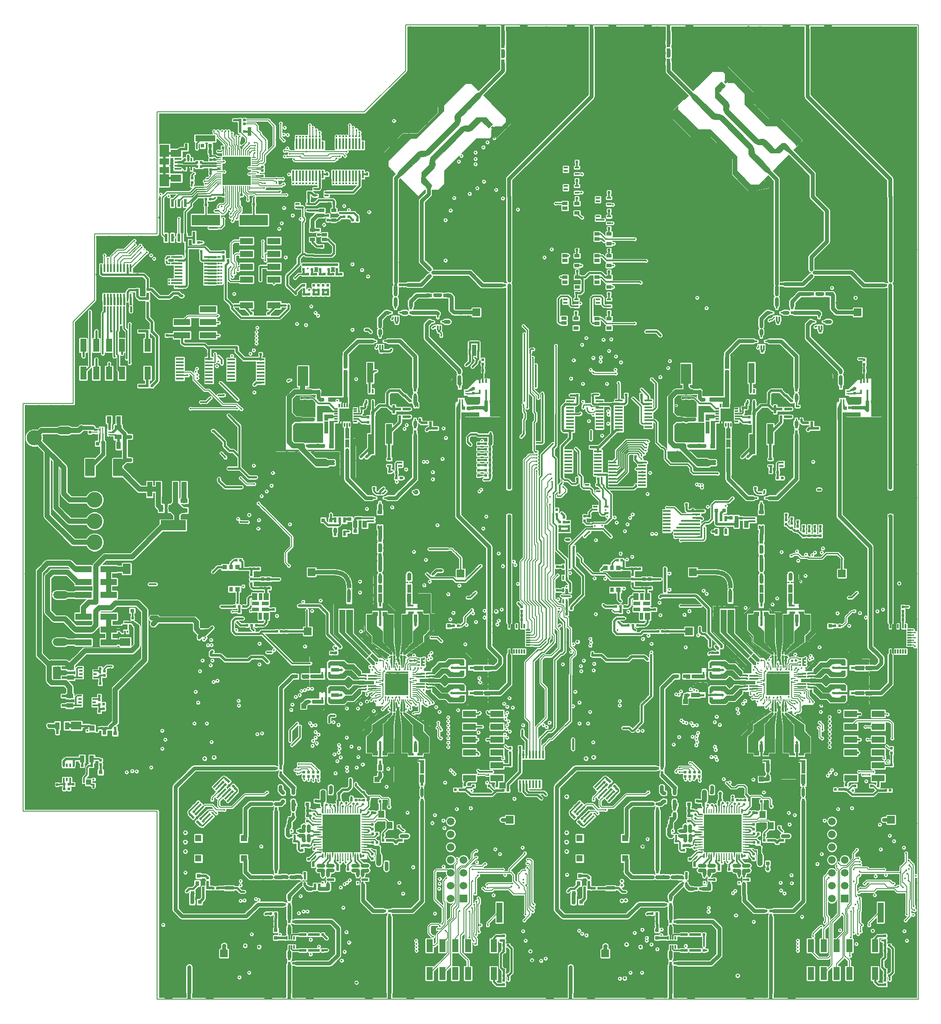
<source format=gtl>
G04 #@! TF.FileFunction,Copper,L1,Top,Signal*
%FSLAX46Y46*%
G04 Gerber Fmt 4.6, Leading zero omitted, Abs format (unit mm)*
G04 Created by KiCad (PCBNEW 4.0.7-e2-6376~61~ubuntu18.04.1) date Mon May 30 11:29:28 2022*
%MOMM*%
%LPD*%
G01*
G04 APERTURE LIST*
%ADD10C,0.150000*%
%ADD11C,0.200000*%
%ADD12C,0.100000*%
%ADD13C,0.002540*%
%ADD14C,1.500000*%
%ADD15R,1.500000X1.500000*%
%ADD16R,0.495300X0.495300*%
%ADD17C,0.500000*%
%ADD18R,0.800000X1.700000*%
%ADD19O,0.400000X0.200000*%
%ADD20R,0.200000X0.200000*%
%ADD21O,0.200000X0.400000*%
%ADD22R,4.600000X4.300000*%
%ADD23R,4.300000X0.300000*%
%ADD24R,2.540000X1.270000*%
%ADD25R,0.127000X0.127000*%
%ADD26R,0.863600X0.254000*%
%ADD27R,0.254000X0.863600*%
%ADD28R,7.467600X7.467600*%
%ADD29R,1.270000X2.540000*%
%ADD30R,1.380000X0.450000*%
%ADD31R,2.100000X1.475000*%
%ADD32R,1.900000X2.375000*%
%ADD33R,1.900000X1.175000*%
%ADD34R,0.450000X1.500000*%
%ADD35C,0.600000*%
%ADD36R,0.610000X0.670000*%
%ADD37R,0.610000X1.070000*%
%ADD38R,1.000000X0.700000*%
%ADD39R,0.790000X0.300000*%
%ADD40R,0.300000X0.790000*%
%ADD41R,1.700000X1.700000*%
%ADD42R,1.500000X0.450000*%
%ADD43R,1.910000X1.910000*%
%ADD44R,1.520000X1.520000*%
%ADD45R,0.600000X1.100000*%
%ADD46R,0.899160X1.399540*%
%ADD47R,2.000000X4.000000*%
%ADD48R,0.550000X0.280000*%
%ADD49R,0.195000X0.400000*%
%ADD50R,0.350000X0.300000*%
%ADD51R,0.280000X0.550000*%
%ADD52R,0.400000X0.195000*%
%ADD53C,0.700000*%
%ADD54R,1.200000X1.400000*%
%ADD55R,0.300000X0.350000*%
%ADD56R,1.000000X1.350000*%
%ADD57R,0.700000X1.350000*%
%ADD58R,1.350000X0.700000*%
%ADD59R,0.797560X0.797560*%
%ADD60R,0.797560X0.698500*%
%ADD61R,0.800000X0.700000*%
%ADD62R,0.700000X0.800000*%
%ADD63R,0.410000X0.330000*%
%ADD64R,0.330000X0.410000*%
%ADD65R,1.300000X1.300000*%
%ADD66R,1.000000X1.750000*%
%ADD67R,0.600000X1.000000*%
%ADD68R,0.760000X1.650000*%
%ADD69R,1.200000X4.000000*%
%ADD70R,0.800000X0.900000*%
%ADD71R,1.700000X0.800000*%
%ADD72R,1.648460X0.759460*%
%ADD73R,0.759460X1.648460*%
%ADD74R,0.410000X1.780000*%
%ADD75R,0.710000X0.360000*%
%ADD76R,1.270000X0.360000*%
%ADD77R,1.780000X0.410000*%
%ADD78R,0.360000X0.710000*%
%ADD79R,0.360000X1.270000*%
%ADD80R,1.000000X0.350000*%
%ADD81R,0.700000X0.300000*%
%ADD82R,0.300000X0.700000*%
%ADD83R,2.600000X2.600000*%
%ADD84R,0.350000X0.850000*%
%ADD85R,0.850000X0.350000*%
%ADD86R,1.496060X5.000000*%
%ADD87R,0.698500X2.500000*%
%ADD88R,0.350000X1.000000*%
%ADD89R,2.200000X1.000000*%
%ADD90R,1.000000X1.000000*%
%ADD91R,0.440000X0.200000*%
%ADD92R,0.200000X0.440000*%
%ADD93R,0.760000X0.760000*%
%ADD94R,0.850000X0.300000*%
%ADD95R,0.300000X0.850000*%
%ADD96R,3.200000X3.200000*%
%ADD97R,0.800000X0.550000*%
%ADD98R,4.200000X4.200000*%
%ADD99R,1.000000X2.200000*%
%ADD100R,0.510000X0.250000*%
%ADD101R,0.250000X0.510000*%
%ADD102R,1.250000X1.250000*%
%ADD103R,0.400000X0.700000*%
%ADD104R,0.400000X2.100000*%
%ADD105R,0.300000X0.670000*%
%ADD106R,1.600000X0.700000*%
%ADD107R,0.800000X0.800000*%
%ADD108R,2.032000X1.524000*%
%ADD109R,1.524000X2.032000*%
%ADD110R,5.000000X2.000000*%
%ADD111O,2.994660X1.524000*%
%ADD112R,3.200000X1.270000*%
%ADD113R,3.200400X1.270000*%
%ADD114C,3.000000*%
%ADD115C,3.100000*%
%ADD116R,4.000000X1.200000*%
%ADD117R,1.850000X3.400000*%
%ADD118R,1.399540X0.899160*%
%ADD119R,1.100000X1.000000*%
%ADD120R,0.320000X0.430000*%
%ADD121R,1.000000X1.100000*%
%ADD122R,0.430000X0.320000*%
%ADD123R,0.300000X0.650000*%
%ADD124R,2.350000X1.600000*%
%ADD125R,0.600000X0.250000*%
%ADD126R,0.250000X2.400000*%
%ADD127R,1.000000X3.000000*%
%ADD128R,10.600000X8.400000*%
%ADD129R,0.300000X0.660000*%
%ADD130R,0.550000X1.600000*%
%ADD131R,0.875000X0.200000*%
%ADD132R,0.200000X0.875000*%
%ADD133R,0.650000X0.300000*%
%ADD134R,1.600000X2.350000*%
%ADD135R,0.950000X0.950000*%
%ADD136R,0.800000X0.950000*%
%ADD137R,1.500000X3.250000*%
%ADD138R,0.700000X1.500000*%
%ADD139R,3.250000X1.500000*%
%ADD140R,1.500000X0.700000*%
%ADD141R,5.600000X2.100000*%
%ADD142C,5.000000*%
%ADD143C,6.000000*%
%ADD144R,0.300000X0.250000*%
%ADD145R,0.250000X0.300000*%
%ADD146C,0.350000*%
%ADD147C,0.400000*%
%ADD148C,0.250000*%
%ADD149C,0.300000*%
%ADD150C,0.500000*%
%ADD151C,1.000000*%
%ADD152C,0.790000*%
%ADD153C,0.350000*%
%ADD154C,0.800000*%
%ADD155C,0.510000*%
%ADD156C,0.650000*%
%ADD157C,0.700000*%
%ADD158C,0.760000*%
%ADD159C,0.030000*%
%ADD160C,0.105000*%
G04 APERTURE END LIST*
D10*
D11*
X63390000Y-111490000D02*
X63390000Y-87350000D01*
X50960000Y-111490000D02*
X63390000Y-111490000D01*
X50960000Y-124590000D02*
X50960000Y-111490000D01*
X46770000Y-128780000D02*
X50960000Y-124590000D01*
X46770000Y-145000000D02*
X46770000Y-128780000D01*
X36820000Y-145000000D02*
X46770000Y-145000000D01*
X63390000Y-225550000D02*
X63390000Y-262740000D01*
X36820000Y-225550000D02*
X63390000Y-225550000D01*
X36820000Y-145000000D02*
X36820000Y-225550000D01*
X104330000Y-87350000D02*
X63390000Y-87350000D01*
X112510000Y-79170000D02*
X104330000Y-87350000D01*
X112510000Y-70160000D02*
X112510000Y-79170000D01*
X213990000Y-70160000D02*
X112510000Y-70160000D01*
X213990000Y-262740000D02*
X213990000Y-70160000D01*
X63390000Y-262740000D02*
X213990000Y-262740000D01*
D12*
G36*
X95036865Y-226073045D02*
X95036860Y-226327046D01*
X95900465Y-226327045D01*
X95900460Y-226276246D01*
X95697260Y-226073046D01*
X95036865Y-226073045D01*
G37*
X95036865Y-226073045D02*
X95036860Y-226327046D01*
X95900465Y-226327045D01*
X95900460Y-226276246D01*
X95697260Y-226073046D01*
X95036865Y-226073045D01*
G36*
X95973165Y-225136745D02*
X95973155Y-225797145D01*
X96176355Y-226000345D01*
X96227165Y-226000345D01*
X96227165Y-225136745D01*
X95973165Y-225136745D01*
G37*
X95973165Y-225136745D02*
X95973155Y-225797145D01*
X96176355Y-226000345D01*
X96227165Y-226000345D01*
X96227165Y-225136745D01*
X95973165Y-225136745D01*
G36*
X103473165Y-225136745D02*
X103473165Y-226000345D01*
X103523965Y-226000345D01*
X103727165Y-225797145D01*
X103727165Y-225136745D01*
X103473165Y-225136745D01*
G37*
X103473165Y-225136745D02*
X103473165Y-226000345D01*
X103523965Y-226000345D01*
X103727165Y-225797145D01*
X103727165Y-225136745D01*
X103473165Y-225136745D01*
G36*
X103799860Y-226276246D02*
X103799860Y-226327046D01*
X104663465Y-226327045D01*
X104663465Y-226073045D01*
X104003060Y-226073046D01*
X103799860Y-226276246D01*
G37*
X103799860Y-226276246D02*
X103799860Y-226327046D01*
X104663465Y-226327045D01*
X104663465Y-226073045D01*
X104003060Y-226073046D01*
X103799860Y-226276246D01*
G36*
X95036865Y-233573044D02*
X95036865Y-233827045D01*
X95697265Y-233827044D01*
X95900465Y-233623844D01*
X95900465Y-233573044D01*
X95036865Y-233573044D01*
G37*
X95036865Y-233573044D02*
X95036865Y-233827045D01*
X95697265Y-233827044D01*
X95900465Y-233623844D01*
X95900465Y-233573044D01*
X95036865Y-233573044D01*
G36*
X95973160Y-234102945D02*
X95973165Y-234763345D01*
X96227165Y-234763345D01*
X96227165Y-233899745D01*
X96176360Y-233899745D01*
X95973160Y-234102945D01*
G37*
X95973160Y-234102945D02*
X95973165Y-234763345D01*
X96227165Y-234763345D01*
X96227165Y-233899745D01*
X96176360Y-233899745D01*
X95973160Y-234102945D01*
G36*
X103473165Y-233899745D02*
X103473170Y-234763345D01*
X103727165Y-234763345D01*
X103727170Y-234102945D01*
X103523970Y-233899745D01*
X103473165Y-233899745D01*
G37*
X103473165Y-233899745D02*
X103473170Y-234763345D01*
X103727165Y-234763345D01*
X103727170Y-234102945D01*
X103523970Y-233899745D01*
X103473165Y-233899745D01*
G36*
X103799865Y-233573044D02*
X103799865Y-233623844D01*
X104003065Y-233827044D01*
X104663465Y-233827045D01*
X104663465Y-233573045D01*
X103799865Y-233573044D01*
G37*
X103799865Y-233573044D02*
X103799865Y-233623844D01*
X104003065Y-233827044D01*
X104663465Y-233827045D01*
X104663465Y-233573045D01*
X103799865Y-233573044D01*
D13*
G36*
X98255220Y-178961460D02*
X98255220Y-179350080D01*
X98255220Y-179738700D01*
X96609300Y-179738700D01*
X94963380Y-179738700D01*
X94963380Y-179350080D01*
X94963380Y-178961460D01*
X96609300Y-178961460D01*
X98255220Y-178961460D01*
X98255220Y-178961460D01*
X98255220Y-178961460D01*
G37*
X98255220Y-178961460D02*
X98255220Y-179350080D01*
X98255220Y-179738700D01*
X96609300Y-179738700D01*
X94963380Y-179738700D01*
X94963380Y-179350080D01*
X94963380Y-178961460D01*
X96609300Y-178961460D01*
X98255220Y-178961460D01*
X98255220Y-178961460D01*
G36*
X98255220Y-177920060D02*
X98255220Y-178313760D01*
X98255220Y-178707460D01*
X96609300Y-178707460D01*
X94963380Y-178707460D01*
X94963380Y-178313760D01*
X94963380Y-177920060D01*
X96609300Y-177920060D01*
X98255220Y-177920060D01*
X98255220Y-177920060D01*
X98255220Y-177920060D01*
G37*
X98255220Y-177920060D02*
X98255220Y-178313760D01*
X98255220Y-178707460D01*
X96609300Y-178707460D01*
X94963380Y-178707460D01*
X94963380Y-178313760D01*
X94963380Y-177920060D01*
X96609300Y-177920060D01*
X98255220Y-177920060D01*
X98255220Y-177920060D01*
G36*
X98255220Y-176784680D02*
X98255220Y-177224100D01*
X98255220Y-177666060D01*
X96609300Y-177666060D01*
X94963380Y-177666060D01*
X94963380Y-177224100D01*
X94963380Y-176784680D01*
X96609300Y-176784680D01*
X98255220Y-176784680D01*
X98255220Y-176784680D01*
X98255220Y-176784680D01*
G37*
X98255220Y-176784680D02*
X98255220Y-177224100D01*
X98255220Y-177666060D01*
X96609300Y-177666060D01*
X94963380Y-177666060D01*
X94963380Y-177224100D01*
X94963380Y-176784680D01*
X96609300Y-176784680D01*
X98255220Y-176784680D01*
X98255220Y-176784680D01*
G36*
X98208820Y-177106220D02*
X100466880Y-177106220D01*
X102722400Y-177106220D01*
X102722400Y-179277920D01*
X102722400Y-181449620D01*
X102359180Y-181449620D01*
X101995960Y-181449620D01*
X101990880Y-181388660D01*
X101988340Y-181360720D01*
X101985800Y-181320080D01*
X101983260Y-181269280D01*
X101980720Y-181213400D01*
X101978180Y-181157520D01*
X101978180Y-181154980D01*
X101957860Y-180883200D01*
X101929920Y-180624120D01*
X101889280Y-180380280D01*
X101843560Y-180149140D01*
X101785140Y-179933240D01*
X101719100Y-179730040D01*
X101691160Y-179658920D01*
X101599720Y-179448100D01*
X101498120Y-179247440D01*
X101383820Y-179059480D01*
X101259360Y-178884220D01*
X101124740Y-178721660D01*
X100977420Y-178571800D01*
X100817400Y-178434640D01*
X100647220Y-178307640D01*
X100464340Y-178190800D01*
X100268760Y-178086660D01*
X100060480Y-177995220D01*
X99839500Y-177911400D01*
X99702340Y-177868220D01*
X99519460Y-177817420D01*
X99334040Y-177776780D01*
X99143540Y-177741220D01*
X98942880Y-177713280D01*
X98732060Y-177690420D01*
X98511080Y-177675180D01*
X98358680Y-177670100D01*
X98208820Y-177665020D01*
X98208820Y-177385620D01*
X98208820Y-177106220D01*
X98208820Y-177106220D01*
X98208820Y-177106220D01*
G37*
X98208820Y-177106220D02*
X100466880Y-177106220D01*
X102722400Y-177106220D01*
X102722400Y-179277920D01*
X102722400Y-181449620D01*
X102359180Y-181449620D01*
X101995960Y-181449620D01*
X101990880Y-181388660D01*
X101988340Y-181360720D01*
X101985800Y-181320080D01*
X101983260Y-181269280D01*
X101980720Y-181213400D01*
X101978180Y-181157520D01*
X101978180Y-181154980D01*
X101957860Y-180883200D01*
X101929920Y-180624120D01*
X101889280Y-180380280D01*
X101843560Y-180149140D01*
X101785140Y-179933240D01*
X101719100Y-179730040D01*
X101691160Y-179658920D01*
X101599720Y-179448100D01*
X101498120Y-179247440D01*
X101383820Y-179059480D01*
X101259360Y-178884220D01*
X101124740Y-178721660D01*
X100977420Y-178571800D01*
X100817400Y-178434640D01*
X100647220Y-178307640D01*
X100464340Y-178190800D01*
X100268760Y-178086660D01*
X100060480Y-177995220D01*
X99839500Y-177911400D01*
X99702340Y-177868220D01*
X99519460Y-177817420D01*
X99334040Y-177776780D01*
X99143540Y-177741220D01*
X98942880Y-177713280D01*
X98732060Y-177690420D01*
X98511080Y-177675180D01*
X98358680Y-177670100D01*
X98208820Y-177665020D01*
X98208820Y-177385620D01*
X98208820Y-177106220D01*
X98208820Y-177106220D01*
G36*
X98226600Y-178429560D02*
X98226600Y-178355900D01*
X98226600Y-178282240D01*
X98229140Y-178211120D01*
X98229140Y-178145080D01*
X98229140Y-178089200D01*
X98231680Y-178048560D01*
X98231680Y-178040940D01*
X98236760Y-177919020D01*
X98292640Y-177921560D01*
X98328200Y-177921560D01*
X98371380Y-177924100D01*
X98417100Y-177924100D01*
X98429800Y-177926640D01*
X98554260Y-177931720D01*
X98686340Y-177939340D01*
X98826040Y-177954580D01*
X98963200Y-177969820D01*
X99092740Y-177990140D01*
X99161320Y-178000300D01*
X99405160Y-178051100D01*
X99636300Y-178114600D01*
X99854740Y-178185720D01*
X100060480Y-178269540D01*
X100253520Y-178366060D01*
X100433860Y-178472740D01*
X100601500Y-178589580D01*
X100758980Y-178716580D01*
X100830100Y-178782620D01*
X100926620Y-178884220D01*
X101012980Y-178980740D01*
X101094260Y-179084880D01*
X101160300Y-179181400D01*
X101254280Y-179333800D01*
X101338100Y-179491280D01*
X101414300Y-179653840D01*
X101482880Y-179821480D01*
X101541300Y-179999280D01*
X101589560Y-180187240D01*
X101632740Y-180382820D01*
X101668300Y-180591100D01*
X101696240Y-180812080D01*
X101716560Y-181045760D01*
X101726720Y-181208320D01*
X101736880Y-181403900D01*
X101706400Y-181408980D01*
X101691160Y-181411520D01*
X101663220Y-181414060D01*
X101620040Y-181414060D01*
X101566700Y-181416600D01*
X101503200Y-181419140D01*
X101432080Y-181421680D01*
X101355880Y-181424220D01*
X101317780Y-181424220D01*
X101226340Y-181426760D01*
X101150140Y-181429300D01*
X101089180Y-181429300D01*
X101040920Y-181429300D01*
X101005360Y-181429300D01*
X100979960Y-181429300D01*
X100962180Y-181426760D01*
X100954560Y-181424220D01*
X100952020Y-181424220D01*
X100949480Y-181411520D01*
X100946940Y-181386120D01*
X100944400Y-181350560D01*
X100944400Y-181307380D01*
X100944400Y-181297220D01*
X100939320Y-181119420D01*
X100924080Y-180936540D01*
X100901220Y-180753660D01*
X100868200Y-180568240D01*
X100830100Y-180387900D01*
X100781840Y-180217720D01*
X100728500Y-180057700D01*
X100720880Y-180034840D01*
X100649760Y-179867200D01*
X100563400Y-179709720D01*
X100466880Y-179564940D01*
X100360200Y-179432860D01*
X100238280Y-179310940D01*
X100106200Y-179201720D01*
X100022380Y-179143300D01*
X99869980Y-179051860D01*
X99704880Y-178970580D01*
X99524540Y-178899460D01*
X99334040Y-178841040D01*
X99128300Y-178792780D01*
X98909860Y-178754680D01*
X98681260Y-178729280D01*
X98498380Y-178714040D01*
X98442500Y-178711500D01*
X98389160Y-178708960D01*
X98340900Y-178706420D01*
X98302800Y-178703880D01*
X98279940Y-178701340D01*
X98226600Y-178696260D01*
X98226600Y-178429560D01*
X98226600Y-178429560D01*
X98226600Y-178429560D01*
G37*
X98226600Y-178429560D02*
X98226600Y-178355900D01*
X98226600Y-178282240D01*
X98229140Y-178211120D01*
X98229140Y-178145080D01*
X98229140Y-178089200D01*
X98231680Y-178048560D01*
X98231680Y-178040940D01*
X98236760Y-177919020D01*
X98292640Y-177921560D01*
X98328200Y-177921560D01*
X98371380Y-177924100D01*
X98417100Y-177924100D01*
X98429800Y-177926640D01*
X98554260Y-177931720D01*
X98686340Y-177939340D01*
X98826040Y-177954580D01*
X98963200Y-177969820D01*
X99092740Y-177990140D01*
X99161320Y-178000300D01*
X99405160Y-178051100D01*
X99636300Y-178114600D01*
X99854740Y-178185720D01*
X100060480Y-178269540D01*
X100253520Y-178366060D01*
X100433860Y-178472740D01*
X100601500Y-178589580D01*
X100758980Y-178716580D01*
X100830100Y-178782620D01*
X100926620Y-178884220D01*
X101012980Y-178980740D01*
X101094260Y-179084880D01*
X101160300Y-179181400D01*
X101254280Y-179333800D01*
X101338100Y-179491280D01*
X101414300Y-179653840D01*
X101482880Y-179821480D01*
X101541300Y-179999280D01*
X101589560Y-180187240D01*
X101632740Y-180382820D01*
X101668300Y-180591100D01*
X101696240Y-180812080D01*
X101716560Y-181045760D01*
X101726720Y-181208320D01*
X101736880Y-181403900D01*
X101706400Y-181408980D01*
X101691160Y-181411520D01*
X101663220Y-181414060D01*
X101620040Y-181414060D01*
X101566700Y-181416600D01*
X101503200Y-181419140D01*
X101432080Y-181421680D01*
X101355880Y-181424220D01*
X101317780Y-181424220D01*
X101226340Y-181426760D01*
X101150140Y-181429300D01*
X101089180Y-181429300D01*
X101040920Y-181429300D01*
X101005360Y-181429300D01*
X100979960Y-181429300D01*
X100962180Y-181426760D01*
X100954560Y-181424220D01*
X100952020Y-181424220D01*
X100949480Y-181411520D01*
X100946940Y-181386120D01*
X100944400Y-181350560D01*
X100944400Y-181307380D01*
X100944400Y-181297220D01*
X100939320Y-181119420D01*
X100924080Y-180936540D01*
X100901220Y-180753660D01*
X100868200Y-180568240D01*
X100830100Y-180387900D01*
X100781840Y-180217720D01*
X100728500Y-180057700D01*
X100720880Y-180034840D01*
X100649760Y-179867200D01*
X100563400Y-179709720D01*
X100466880Y-179564940D01*
X100360200Y-179432860D01*
X100238280Y-179310940D01*
X100106200Y-179201720D01*
X100022380Y-179143300D01*
X99869980Y-179051860D01*
X99704880Y-178970580D01*
X99524540Y-178899460D01*
X99334040Y-178841040D01*
X99128300Y-178792780D01*
X98909860Y-178754680D01*
X98681260Y-178729280D01*
X98498380Y-178714040D01*
X98442500Y-178711500D01*
X98389160Y-178708960D01*
X98340900Y-178706420D01*
X98302800Y-178703880D01*
X98279940Y-178701340D01*
X98226600Y-178696260D01*
X98226600Y-178429560D01*
X98226600Y-178429560D01*
G36*
X98208820Y-178952800D02*
X98236760Y-178955340D01*
X98262160Y-178955340D01*
X98292640Y-178957880D01*
X98315500Y-178957880D01*
X98488220Y-178968040D01*
X98645700Y-178980740D01*
X98790480Y-178995980D01*
X98917480Y-179011220D01*
X98996220Y-179026460D01*
X99191800Y-179067100D01*
X99372140Y-179117900D01*
X99539780Y-179176320D01*
X99694720Y-179247440D01*
X99836960Y-179326180D01*
X99966500Y-179415080D01*
X100083340Y-179514140D01*
X100190020Y-179623360D01*
X100286540Y-179745280D01*
X100294160Y-179757980D01*
X100367820Y-179874820D01*
X100433860Y-180004360D01*
X100492280Y-180151680D01*
X100545620Y-180309160D01*
X100591340Y-180476800D01*
X100626900Y-180657140D01*
X100657380Y-180845100D01*
X100677700Y-181043220D01*
X100690400Y-181248960D01*
X100692940Y-181335320D01*
X100695480Y-181449620D01*
X99453420Y-181449620D01*
X98208820Y-181449620D01*
X98208820Y-180202480D01*
X98208820Y-178952800D01*
X98208820Y-178952800D01*
X98208820Y-178952800D01*
G37*
X98208820Y-178952800D02*
X98236760Y-178955340D01*
X98262160Y-178955340D01*
X98292640Y-178957880D01*
X98315500Y-178957880D01*
X98488220Y-178968040D01*
X98645700Y-178980740D01*
X98790480Y-178995980D01*
X98917480Y-179011220D01*
X98996220Y-179026460D01*
X99191800Y-179067100D01*
X99372140Y-179117900D01*
X99539780Y-179176320D01*
X99694720Y-179247440D01*
X99836960Y-179326180D01*
X99966500Y-179415080D01*
X100083340Y-179514140D01*
X100190020Y-179623360D01*
X100286540Y-179745280D01*
X100294160Y-179757980D01*
X100367820Y-179874820D01*
X100433860Y-180004360D01*
X100492280Y-180151680D01*
X100545620Y-180309160D01*
X100591340Y-180476800D01*
X100626900Y-180657140D01*
X100657380Y-180845100D01*
X100677700Y-181043220D01*
X100690400Y-181248960D01*
X100692940Y-181335320D01*
X100695480Y-181449620D01*
X99453420Y-181449620D01*
X98208820Y-181449620D01*
X98208820Y-180202480D01*
X98208820Y-178952800D01*
X98208820Y-178952800D01*
G36*
X173695220Y-178961460D02*
X173695220Y-179350080D01*
X173695220Y-179738700D01*
X172049300Y-179738700D01*
X170403380Y-179738700D01*
X170403380Y-179350080D01*
X170403380Y-178961460D01*
X172049300Y-178961460D01*
X173695220Y-178961460D01*
X173695220Y-178961460D01*
X173695220Y-178961460D01*
G37*
X173695220Y-178961460D02*
X173695220Y-179350080D01*
X173695220Y-179738700D01*
X172049300Y-179738700D01*
X170403380Y-179738700D01*
X170403380Y-179350080D01*
X170403380Y-178961460D01*
X172049300Y-178961460D01*
X173695220Y-178961460D01*
X173695220Y-178961460D01*
G36*
X173695220Y-177920060D02*
X173695220Y-178313760D01*
X173695220Y-178707460D01*
X172049300Y-178707460D01*
X170403380Y-178707460D01*
X170403380Y-178313760D01*
X170403380Y-177920060D01*
X172049300Y-177920060D01*
X173695220Y-177920060D01*
X173695220Y-177920060D01*
X173695220Y-177920060D01*
G37*
X173695220Y-177920060D02*
X173695220Y-178313760D01*
X173695220Y-178707460D01*
X172049300Y-178707460D01*
X170403380Y-178707460D01*
X170403380Y-178313760D01*
X170403380Y-177920060D01*
X172049300Y-177920060D01*
X173695220Y-177920060D01*
X173695220Y-177920060D01*
G36*
X173695220Y-176784680D02*
X173695220Y-177224100D01*
X173695220Y-177666060D01*
X172049300Y-177666060D01*
X170403380Y-177666060D01*
X170403380Y-177224100D01*
X170403380Y-176784680D01*
X172049300Y-176784680D01*
X173695220Y-176784680D01*
X173695220Y-176784680D01*
X173695220Y-176784680D01*
G37*
X173695220Y-176784680D02*
X173695220Y-177224100D01*
X173695220Y-177666060D01*
X172049300Y-177666060D01*
X170403380Y-177666060D01*
X170403380Y-177224100D01*
X170403380Y-176784680D01*
X172049300Y-176784680D01*
X173695220Y-176784680D01*
X173695220Y-176784680D01*
G36*
X173648820Y-177106220D02*
X175906880Y-177106220D01*
X178162400Y-177106220D01*
X178162400Y-179277920D01*
X178162400Y-181449620D01*
X177799180Y-181449620D01*
X177435960Y-181449620D01*
X177430880Y-181388660D01*
X177428340Y-181360720D01*
X177425800Y-181320080D01*
X177423260Y-181269280D01*
X177420720Y-181213400D01*
X177418180Y-181157520D01*
X177418180Y-181154980D01*
X177397860Y-180883200D01*
X177369920Y-180624120D01*
X177329280Y-180380280D01*
X177283560Y-180149140D01*
X177225140Y-179933240D01*
X177159100Y-179730040D01*
X177131160Y-179658920D01*
X177039720Y-179448100D01*
X176938120Y-179247440D01*
X176823820Y-179059480D01*
X176699360Y-178884220D01*
X176564740Y-178721660D01*
X176417420Y-178571800D01*
X176257400Y-178434640D01*
X176087220Y-178307640D01*
X175904340Y-178190800D01*
X175708760Y-178086660D01*
X175500480Y-177995220D01*
X175279500Y-177911400D01*
X175142340Y-177868220D01*
X174959460Y-177817420D01*
X174774040Y-177776780D01*
X174583540Y-177741220D01*
X174382880Y-177713280D01*
X174172060Y-177690420D01*
X173951080Y-177675180D01*
X173798680Y-177670100D01*
X173648820Y-177665020D01*
X173648820Y-177385620D01*
X173648820Y-177106220D01*
X173648820Y-177106220D01*
X173648820Y-177106220D01*
G37*
X173648820Y-177106220D02*
X175906880Y-177106220D01*
X178162400Y-177106220D01*
X178162400Y-179277920D01*
X178162400Y-181449620D01*
X177799180Y-181449620D01*
X177435960Y-181449620D01*
X177430880Y-181388660D01*
X177428340Y-181360720D01*
X177425800Y-181320080D01*
X177423260Y-181269280D01*
X177420720Y-181213400D01*
X177418180Y-181157520D01*
X177418180Y-181154980D01*
X177397860Y-180883200D01*
X177369920Y-180624120D01*
X177329280Y-180380280D01*
X177283560Y-180149140D01*
X177225140Y-179933240D01*
X177159100Y-179730040D01*
X177131160Y-179658920D01*
X177039720Y-179448100D01*
X176938120Y-179247440D01*
X176823820Y-179059480D01*
X176699360Y-178884220D01*
X176564740Y-178721660D01*
X176417420Y-178571800D01*
X176257400Y-178434640D01*
X176087220Y-178307640D01*
X175904340Y-178190800D01*
X175708760Y-178086660D01*
X175500480Y-177995220D01*
X175279500Y-177911400D01*
X175142340Y-177868220D01*
X174959460Y-177817420D01*
X174774040Y-177776780D01*
X174583540Y-177741220D01*
X174382880Y-177713280D01*
X174172060Y-177690420D01*
X173951080Y-177675180D01*
X173798680Y-177670100D01*
X173648820Y-177665020D01*
X173648820Y-177385620D01*
X173648820Y-177106220D01*
X173648820Y-177106220D01*
G36*
X173666600Y-178429560D02*
X173666600Y-178355900D01*
X173666600Y-178282240D01*
X173669140Y-178211120D01*
X173669140Y-178145080D01*
X173669140Y-178089200D01*
X173671680Y-178048560D01*
X173671680Y-178040940D01*
X173676760Y-177919020D01*
X173732640Y-177921560D01*
X173768200Y-177921560D01*
X173811380Y-177924100D01*
X173857100Y-177924100D01*
X173869800Y-177926640D01*
X173994260Y-177931720D01*
X174126340Y-177939340D01*
X174266040Y-177954580D01*
X174403200Y-177969820D01*
X174532740Y-177990140D01*
X174601320Y-178000300D01*
X174845160Y-178051100D01*
X175076300Y-178114600D01*
X175294740Y-178185720D01*
X175500480Y-178269540D01*
X175693520Y-178366060D01*
X175873860Y-178472740D01*
X176041500Y-178589580D01*
X176198980Y-178716580D01*
X176270100Y-178782620D01*
X176366620Y-178884220D01*
X176452980Y-178980740D01*
X176534260Y-179084880D01*
X176600300Y-179181400D01*
X176694280Y-179333800D01*
X176778100Y-179491280D01*
X176854300Y-179653840D01*
X176922880Y-179821480D01*
X176981300Y-179999280D01*
X177029560Y-180187240D01*
X177072740Y-180382820D01*
X177108300Y-180591100D01*
X177136240Y-180812080D01*
X177156560Y-181045760D01*
X177166720Y-181208320D01*
X177176880Y-181403900D01*
X177146400Y-181408980D01*
X177131160Y-181411520D01*
X177103220Y-181414060D01*
X177060040Y-181414060D01*
X177006700Y-181416600D01*
X176943200Y-181419140D01*
X176872080Y-181421680D01*
X176795880Y-181424220D01*
X176757780Y-181424220D01*
X176666340Y-181426760D01*
X176590140Y-181429300D01*
X176529180Y-181429300D01*
X176480920Y-181429300D01*
X176445360Y-181429300D01*
X176419960Y-181429300D01*
X176402180Y-181426760D01*
X176394560Y-181424220D01*
X176392020Y-181424220D01*
X176389480Y-181411520D01*
X176386940Y-181386120D01*
X176384400Y-181350560D01*
X176384400Y-181307380D01*
X176384400Y-181297220D01*
X176379320Y-181119420D01*
X176364080Y-180936540D01*
X176341220Y-180753660D01*
X176308200Y-180568240D01*
X176270100Y-180387900D01*
X176221840Y-180217720D01*
X176168500Y-180057700D01*
X176160880Y-180034840D01*
X176089760Y-179867200D01*
X176003400Y-179709720D01*
X175906880Y-179564940D01*
X175800200Y-179432860D01*
X175678280Y-179310940D01*
X175546200Y-179201720D01*
X175462380Y-179143300D01*
X175309980Y-179051860D01*
X175144880Y-178970580D01*
X174964540Y-178899460D01*
X174774040Y-178841040D01*
X174568300Y-178792780D01*
X174349860Y-178754680D01*
X174121260Y-178729280D01*
X173938380Y-178714040D01*
X173882500Y-178711500D01*
X173829160Y-178708960D01*
X173780900Y-178706420D01*
X173742800Y-178703880D01*
X173719940Y-178701340D01*
X173666600Y-178696260D01*
X173666600Y-178429560D01*
X173666600Y-178429560D01*
X173666600Y-178429560D01*
G37*
X173666600Y-178429560D02*
X173666600Y-178355900D01*
X173666600Y-178282240D01*
X173669140Y-178211120D01*
X173669140Y-178145080D01*
X173669140Y-178089200D01*
X173671680Y-178048560D01*
X173671680Y-178040940D01*
X173676760Y-177919020D01*
X173732640Y-177921560D01*
X173768200Y-177921560D01*
X173811380Y-177924100D01*
X173857100Y-177924100D01*
X173869800Y-177926640D01*
X173994260Y-177931720D01*
X174126340Y-177939340D01*
X174266040Y-177954580D01*
X174403200Y-177969820D01*
X174532740Y-177990140D01*
X174601320Y-178000300D01*
X174845160Y-178051100D01*
X175076300Y-178114600D01*
X175294740Y-178185720D01*
X175500480Y-178269540D01*
X175693520Y-178366060D01*
X175873860Y-178472740D01*
X176041500Y-178589580D01*
X176198980Y-178716580D01*
X176270100Y-178782620D01*
X176366620Y-178884220D01*
X176452980Y-178980740D01*
X176534260Y-179084880D01*
X176600300Y-179181400D01*
X176694280Y-179333800D01*
X176778100Y-179491280D01*
X176854300Y-179653840D01*
X176922880Y-179821480D01*
X176981300Y-179999280D01*
X177029560Y-180187240D01*
X177072740Y-180382820D01*
X177108300Y-180591100D01*
X177136240Y-180812080D01*
X177156560Y-181045760D01*
X177166720Y-181208320D01*
X177176880Y-181403900D01*
X177146400Y-181408980D01*
X177131160Y-181411520D01*
X177103220Y-181414060D01*
X177060040Y-181414060D01*
X177006700Y-181416600D01*
X176943200Y-181419140D01*
X176872080Y-181421680D01*
X176795880Y-181424220D01*
X176757780Y-181424220D01*
X176666340Y-181426760D01*
X176590140Y-181429300D01*
X176529180Y-181429300D01*
X176480920Y-181429300D01*
X176445360Y-181429300D01*
X176419960Y-181429300D01*
X176402180Y-181426760D01*
X176394560Y-181424220D01*
X176392020Y-181424220D01*
X176389480Y-181411520D01*
X176386940Y-181386120D01*
X176384400Y-181350560D01*
X176384400Y-181307380D01*
X176384400Y-181297220D01*
X176379320Y-181119420D01*
X176364080Y-180936540D01*
X176341220Y-180753660D01*
X176308200Y-180568240D01*
X176270100Y-180387900D01*
X176221840Y-180217720D01*
X176168500Y-180057700D01*
X176160880Y-180034840D01*
X176089760Y-179867200D01*
X176003400Y-179709720D01*
X175906880Y-179564940D01*
X175800200Y-179432860D01*
X175678280Y-179310940D01*
X175546200Y-179201720D01*
X175462380Y-179143300D01*
X175309980Y-179051860D01*
X175144880Y-178970580D01*
X174964540Y-178899460D01*
X174774040Y-178841040D01*
X174568300Y-178792780D01*
X174349860Y-178754680D01*
X174121260Y-178729280D01*
X173938380Y-178714040D01*
X173882500Y-178711500D01*
X173829160Y-178708960D01*
X173780900Y-178706420D01*
X173742800Y-178703880D01*
X173719940Y-178701340D01*
X173666600Y-178696260D01*
X173666600Y-178429560D01*
X173666600Y-178429560D01*
G36*
X173648820Y-178952800D02*
X173676760Y-178955340D01*
X173702160Y-178955340D01*
X173732640Y-178957880D01*
X173755500Y-178957880D01*
X173928220Y-178968040D01*
X174085700Y-178980740D01*
X174230480Y-178995980D01*
X174357480Y-179011220D01*
X174436220Y-179026460D01*
X174631800Y-179067100D01*
X174812140Y-179117900D01*
X174979780Y-179176320D01*
X175134720Y-179247440D01*
X175276960Y-179326180D01*
X175406500Y-179415080D01*
X175523340Y-179514140D01*
X175630020Y-179623360D01*
X175726540Y-179745280D01*
X175734160Y-179757980D01*
X175807820Y-179874820D01*
X175873860Y-180004360D01*
X175932280Y-180151680D01*
X175985620Y-180309160D01*
X176031340Y-180476800D01*
X176066900Y-180657140D01*
X176097380Y-180845100D01*
X176117700Y-181043220D01*
X176130400Y-181248960D01*
X176132940Y-181335320D01*
X176135480Y-181449620D01*
X174893420Y-181449620D01*
X173648820Y-181449620D01*
X173648820Y-180202480D01*
X173648820Y-178952800D01*
X173648820Y-178952800D01*
X173648820Y-178952800D01*
G37*
X173648820Y-178952800D02*
X173676760Y-178955340D01*
X173702160Y-178955340D01*
X173732640Y-178957880D01*
X173755500Y-178957880D01*
X173928220Y-178968040D01*
X174085700Y-178980740D01*
X174230480Y-178995980D01*
X174357480Y-179011220D01*
X174436220Y-179026460D01*
X174631800Y-179067100D01*
X174812140Y-179117900D01*
X174979780Y-179176320D01*
X175134720Y-179247440D01*
X175276960Y-179326180D01*
X175406500Y-179415080D01*
X175523340Y-179514140D01*
X175630020Y-179623360D01*
X175726540Y-179745280D01*
X175734160Y-179757980D01*
X175807820Y-179874820D01*
X175873860Y-180004360D01*
X175932280Y-180151680D01*
X175985620Y-180309160D01*
X176031340Y-180476800D01*
X176066900Y-180657140D01*
X176097380Y-180845100D01*
X176117700Y-181043220D01*
X176130400Y-181248960D01*
X176132940Y-181335320D01*
X176135480Y-181449620D01*
X174893420Y-181449620D01*
X173648820Y-181449620D01*
X173648820Y-180202480D01*
X173648820Y-178952800D01*
X173648820Y-178952800D01*
D12*
G36*
X170476700Y-226073000D02*
X170476695Y-226327001D01*
X171340300Y-226327000D01*
X171340295Y-226276201D01*
X171137095Y-226073001D01*
X170476700Y-226073000D01*
G37*
X170476700Y-226073000D02*
X170476695Y-226327001D01*
X171340300Y-226327000D01*
X171340295Y-226276201D01*
X171137095Y-226073001D01*
X170476700Y-226073000D01*
G36*
X171413000Y-225136700D02*
X171412990Y-225797100D01*
X171616190Y-226000300D01*
X171667000Y-226000300D01*
X171667000Y-225136700D01*
X171413000Y-225136700D01*
G37*
X171413000Y-225136700D02*
X171412990Y-225797100D01*
X171616190Y-226000300D01*
X171667000Y-226000300D01*
X171667000Y-225136700D01*
X171413000Y-225136700D01*
G36*
X178913000Y-225136700D02*
X178913000Y-226000300D01*
X178963800Y-226000300D01*
X179167000Y-225797100D01*
X179167000Y-225136700D01*
X178913000Y-225136700D01*
G37*
X178913000Y-225136700D02*
X178913000Y-226000300D01*
X178963800Y-226000300D01*
X179167000Y-225797100D01*
X179167000Y-225136700D01*
X178913000Y-225136700D01*
G36*
X179239695Y-226276201D02*
X179239695Y-226327001D01*
X180103300Y-226327000D01*
X180103300Y-226073000D01*
X179442895Y-226073001D01*
X179239695Y-226276201D01*
G37*
X179239695Y-226276201D02*
X179239695Y-226327001D01*
X180103300Y-226327000D01*
X180103300Y-226073000D01*
X179442895Y-226073001D01*
X179239695Y-226276201D01*
G36*
X170476700Y-233572999D02*
X170476700Y-233827000D01*
X171137100Y-233826999D01*
X171340300Y-233623799D01*
X171340300Y-233572999D01*
X170476700Y-233572999D01*
G37*
X170476700Y-233572999D02*
X170476700Y-233827000D01*
X171137100Y-233826999D01*
X171340300Y-233623799D01*
X171340300Y-233572999D01*
X170476700Y-233572999D01*
G36*
X171412995Y-234102900D02*
X171413000Y-234763300D01*
X171667000Y-234763300D01*
X171667000Y-233899700D01*
X171616195Y-233899700D01*
X171412995Y-234102900D01*
G37*
X171412995Y-234102900D02*
X171413000Y-234763300D01*
X171667000Y-234763300D01*
X171667000Y-233899700D01*
X171616195Y-233899700D01*
X171412995Y-234102900D01*
G36*
X178913000Y-233899700D02*
X178913005Y-234763300D01*
X179167000Y-234763300D01*
X179167005Y-234102900D01*
X178963805Y-233899700D01*
X178913000Y-233899700D01*
G37*
X178913000Y-233899700D02*
X178913005Y-234763300D01*
X179167000Y-234763300D01*
X179167005Y-234102900D01*
X178963805Y-233899700D01*
X178913000Y-233899700D01*
G36*
X179239700Y-233572999D02*
X179239700Y-233623799D01*
X179442900Y-233826999D01*
X180103300Y-233827000D01*
X180103300Y-233573000D01*
X179239700Y-233572999D01*
G37*
X179239700Y-233572999D02*
X179239700Y-233623799D01*
X179442900Y-233826999D01*
X180103300Y-233827000D01*
X180103300Y-233573000D01*
X179239700Y-233572999D01*
D14*
X196870000Y-227590000D03*
X196870000Y-230130000D03*
X196870000Y-232670000D03*
X196870000Y-235210000D03*
X196870000Y-237750000D03*
X196870000Y-240290000D03*
X196870000Y-242830000D03*
X199410000Y-227590000D03*
X199410000Y-230130000D03*
X199410000Y-232640000D03*
X199410000Y-235210000D03*
X199410000Y-237750000D03*
X199410000Y-240290000D03*
D15*
X199410000Y-242830000D03*
D16*
X76379580Y-94390000D03*
X75480420Y-94390000D03*
D17*
X122320000Y-172400000D03*
X125760000Y-184730000D03*
X154440000Y-245270000D03*
X127510000Y-95970000D03*
X131910000Y-109630000D03*
D18*
X85015000Y-91185000D03*
X81615000Y-91185000D03*
D17*
X73060000Y-160230000D03*
X71820000Y-157540000D03*
X72850000Y-161200000D03*
X71810000Y-159550000D03*
X71810000Y-158470000D03*
X73100000Y-157170000D03*
X73100000Y-158250000D03*
X73120000Y-159260000D03*
X73110000Y-156240000D03*
X73040000Y-147470000D03*
X73040000Y-148550000D03*
X73060000Y-150640000D03*
X73060000Y-149560000D03*
X73070000Y-153660000D03*
X73050000Y-152650000D03*
X73050000Y-151570000D03*
X71800000Y-151470000D03*
X71800000Y-152550000D03*
X71820000Y-154640000D03*
X71820000Y-153560000D03*
X71810000Y-149460000D03*
X71810000Y-150540000D03*
X149850000Y-167360000D03*
X142980000Y-179590000D03*
X143450000Y-178310000D03*
D19*
X107454364Y-197728375D03*
X107454364Y-198128375D03*
X107454364Y-198528375D03*
X107454364Y-198928375D03*
X107454364Y-199328375D03*
X107454364Y-199728375D03*
X107454364Y-200128375D03*
X107454364Y-200528375D03*
X107454364Y-200928375D03*
X107454364Y-201328375D03*
X107454364Y-201728375D03*
X107454364Y-202128375D03*
X107454364Y-202528375D03*
X107454364Y-202928375D03*
D20*
X107354364Y-197728375D03*
X107354364Y-198128375D03*
X107354364Y-198528375D03*
X107354364Y-198928375D03*
X107354364Y-199328375D03*
X107354364Y-199728375D03*
X107354364Y-200128375D03*
X107354364Y-200528375D03*
X107354364Y-200928375D03*
X107354364Y-201328375D03*
X107354364Y-201728375D03*
X107354364Y-202128375D03*
X107354364Y-202528375D03*
X107354364Y-202928375D03*
X108154364Y-203728375D03*
X108554364Y-203728375D03*
X108954364Y-203728375D03*
X109354364Y-203728375D03*
X109754364Y-203728375D03*
X110154364Y-203728375D03*
X110554364Y-203728375D03*
X110954364Y-203728375D03*
X111354364Y-203728375D03*
X111754364Y-203728375D03*
X112154364Y-203728375D03*
X112554364Y-203728375D03*
X112954364Y-203728375D03*
X113354364Y-203728375D03*
X114154364Y-202928375D03*
X114154364Y-202528375D03*
X114154364Y-202128375D03*
X114154364Y-201728375D03*
X114154364Y-201328375D03*
X114154364Y-200928375D03*
X114154364Y-200528375D03*
X114154364Y-200128375D03*
X114154364Y-199728375D03*
X114154364Y-199328375D03*
X114154364Y-198928375D03*
X114154364Y-198528375D03*
X114154364Y-198128375D03*
X114154364Y-197728375D03*
X113354364Y-196928375D03*
X112954364Y-196928375D03*
X112554364Y-196928375D03*
X112154364Y-196928375D03*
X111754364Y-196928375D03*
X111354364Y-196928375D03*
X110954364Y-196928375D03*
X110554364Y-196928375D03*
X110154364Y-196928375D03*
X109754364Y-196928375D03*
X109354364Y-196928375D03*
X108954364Y-196928375D03*
X108554364Y-196928375D03*
X108154364Y-196928375D03*
D21*
X108154364Y-203628375D03*
X108554364Y-203628375D03*
X108954364Y-203628375D03*
X109354364Y-203628375D03*
X109754364Y-203628375D03*
X110154364Y-203628375D03*
X110554364Y-203628375D03*
X110954364Y-203628375D03*
X111354364Y-203628375D03*
X111754364Y-203628375D03*
X112154364Y-203628375D03*
X112554364Y-203628375D03*
X112954364Y-203628375D03*
X113354364Y-203628375D03*
D19*
X114054364Y-202928375D03*
X114054364Y-202528375D03*
X114054364Y-202128375D03*
X114054364Y-201728375D03*
X114054364Y-201328375D03*
X114054364Y-200928375D03*
X114054364Y-200528375D03*
X114054364Y-200128375D03*
X114054364Y-199728375D03*
X114054364Y-199328375D03*
X114054364Y-198928375D03*
X114054364Y-198528375D03*
X114054364Y-198128375D03*
X114054364Y-197728375D03*
D21*
X113354364Y-197028375D03*
X112954364Y-197028375D03*
X112554364Y-197028375D03*
X112154364Y-197028375D03*
X111754364Y-197028375D03*
X111354364Y-197028375D03*
X110954364Y-197028375D03*
X110554364Y-197028375D03*
X110154364Y-197028375D03*
X109754364Y-197028375D03*
X109354364Y-197028375D03*
X108954364Y-197028375D03*
X108554364Y-197028375D03*
X108154364Y-197028375D03*
D22*
X110754364Y-200478375D03*
D23*
X110904364Y-198178375D03*
D10*
G36*
X108454364Y-198328375D02*
X108754364Y-198028375D01*
X108954364Y-198028375D01*
X109254364Y-198328375D01*
X108454364Y-198328375D01*
X108454364Y-198328375D01*
G37*
D17*
X148655000Y-160155000D03*
D24*
X206040000Y-206340000D03*
X206040000Y-208880000D03*
X206040000Y-211420000D03*
X206040000Y-213960000D03*
X206040000Y-216500000D03*
X206040000Y-219040000D03*
X200580000Y-219040000D03*
X200580000Y-216500000D03*
X200580000Y-213960000D03*
X200580000Y-211420000D03*
X200580000Y-208880000D03*
X200580000Y-206340000D03*
D25*
X95468665Y-226200045D03*
D26*
X95468665Y-226700044D03*
X95468665Y-227200045D03*
X95468665Y-227700044D03*
X95468665Y-228200046D03*
X95468665Y-228700045D03*
X95468665Y-229200044D03*
X95468665Y-229700045D03*
X95468665Y-230200045D03*
X95468665Y-230700046D03*
X95468665Y-231200045D03*
X95468665Y-231700044D03*
X95468665Y-232200046D03*
X95468665Y-232700045D03*
X95468665Y-233200046D03*
D25*
X95468665Y-233700045D03*
X96100165Y-234331545D03*
D27*
X96600164Y-234331545D03*
X97100165Y-234331545D03*
X97600164Y-234331545D03*
X98100166Y-234331545D03*
X98600165Y-234331545D03*
X99100164Y-234331545D03*
X99600165Y-234331545D03*
X100100165Y-234331545D03*
X100600166Y-234331545D03*
X101100165Y-234331545D03*
X101600164Y-234331545D03*
X102100166Y-234331545D03*
X102600165Y-234331545D03*
X103100166Y-234331545D03*
D25*
X103600165Y-234331545D03*
X104231665Y-233700045D03*
D26*
X104231665Y-233200046D03*
X104231665Y-232700045D03*
X104231665Y-232200046D03*
X104231665Y-231700044D03*
X104231665Y-231200045D03*
X104231665Y-230700046D03*
X104231665Y-230200045D03*
X104231665Y-229700045D03*
X104231665Y-229200044D03*
X104231665Y-228700045D03*
X104231665Y-228200046D03*
X104231665Y-227700044D03*
X104231665Y-227200045D03*
X104231665Y-226700044D03*
D25*
X104231665Y-226200045D03*
X103600165Y-225568545D03*
D27*
X103100166Y-225568545D03*
X102600165Y-225568545D03*
X102100166Y-225568545D03*
X101600164Y-225568545D03*
X101100165Y-225568545D03*
X100600166Y-225568545D03*
X100100165Y-225568545D03*
X99600165Y-225568545D03*
X99100164Y-225568545D03*
X98600165Y-225568545D03*
X98100166Y-225568545D03*
X97600164Y-225568545D03*
X97100165Y-225568545D03*
X96600164Y-225568545D03*
D25*
X96100165Y-225568545D03*
D28*
X99850165Y-229950045D03*
D14*
X121430000Y-227590000D03*
X121430000Y-230130000D03*
X121430000Y-232670000D03*
X121430000Y-235210000D03*
X121430000Y-237750000D03*
X121430000Y-240290000D03*
X121430000Y-242830000D03*
X123970000Y-227590000D03*
X123970000Y-230130000D03*
X123970000Y-232640000D03*
X123970000Y-235210000D03*
X123970000Y-237750000D03*
X123970000Y-240290000D03*
D15*
X123970000Y-242830000D03*
D17*
X179060000Y-219290000D03*
D16*
X71220420Y-97310000D03*
X72119580Y-97310000D03*
D24*
X130600000Y-206340000D03*
X130600000Y-208880000D03*
X130600000Y-211420000D03*
X130600000Y-213960000D03*
X130600000Y-216500000D03*
X130600000Y-219040000D03*
X125140000Y-219040000D03*
X125140000Y-216500000D03*
X125140000Y-213960000D03*
X125140000Y-211420000D03*
X125140000Y-208880000D03*
X125140000Y-206340000D03*
D29*
X48770000Y-133500000D03*
X51310000Y-133500000D03*
X53850000Y-133500000D03*
X56390000Y-133500000D03*
X58930000Y-133500000D03*
X61470000Y-133500000D03*
X61470000Y-138960000D03*
X58930000Y-138960000D03*
X56390000Y-138960000D03*
X53850000Y-138960000D03*
X51310000Y-138960000D03*
X48770000Y-138960000D03*
D17*
X49050000Y-130650000D03*
X59860000Y-118080000D03*
X60530000Y-123350000D03*
X57910000Y-121170000D03*
X51410000Y-119490000D03*
X85240000Y-96630000D03*
X55370000Y-113880000D03*
X51845000Y-115555000D03*
X52585000Y-121425000D03*
X61805000Y-136375000D03*
X55245000Y-141295000D03*
X52565000Y-141425000D03*
X50505000Y-141525000D03*
X52675000Y-137005000D03*
X56455000Y-131435000D03*
X48965000Y-127685000D03*
X51225000Y-128305000D03*
X51235000Y-125795000D03*
X62650000Y-117830000D03*
X62650000Y-120330000D03*
X62885000Y-127725000D03*
X62895000Y-125215000D03*
X59995000Y-126245000D03*
X59985000Y-128755000D03*
X53890000Y-112070000D03*
X51530000Y-112110000D03*
X55330000Y-112110000D03*
X60200000Y-112080000D03*
X57690000Y-112070000D03*
X62690000Y-112110000D03*
X47335000Y-131495000D03*
X47345000Y-128985000D03*
X47355000Y-143355000D03*
X47365000Y-140845000D03*
X47375000Y-138415000D03*
X47385000Y-133675000D03*
X47375000Y-136185000D03*
X59110000Y-143270000D03*
X61540000Y-143280000D03*
X54110000Y-143230000D03*
X56620000Y-143240000D03*
X51750000Y-143270000D03*
X49530000Y-143260000D03*
X48290000Y-144460000D03*
X50510000Y-144470000D03*
X55380000Y-144440000D03*
X52870000Y-144430000D03*
X60300000Y-144480000D03*
X57870000Y-144470000D03*
X75480000Y-94400000D03*
X58950000Y-137420000D03*
X58930000Y-135100000D03*
X51610000Y-124100000D03*
X59490000Y-121000000D03*
X100385000Y-89015000D03*
X86885000Y-88935000D03*
X92480000Y-88910000D03*
X82900000Y-88180000D03*
X96500000Y-89110000D03*
X213370000Y-85770000D03*
X213390000Y-88900000D03*
X211420000Y-96110000D03*
X213480000Y-104910000D03*
X213400000Y-109950000D03*
X213590000Y-114560000D03*
X212240000Y-135580000D03*
X213385000Y-133915000D03*
X213335000Y-119845000D03*
X212935000Y-122245000D03*
X184020000Y-105450000D03*
X108770000Y-97930000D03*
X110320000Y-95190000D03*
X122440000Y-98520000D03*
X131180000Y-93980000D03*
X174580000Y-93980000D03*
X172810000Y-91730000D03*
X176830000Y-95780000D03*
X189450000Y-108320000D03*
X194450000Y-99460000D03*
X191865000Y-104515000D03*
X191885000Y-102455000D03*
X194345000Y-101455000D03*
X194325000Y-103515000D03*
X191695000Y-116855000D03*
X192445000Y-114665000D03*
X194215000Y-116345000D03*
X193910000Y-113450000D03*
X194805000Y-107655000D03*
X194785000Y-109715000D03*
X194775000Y-112225000D03*
X196955000Y-112015000D03*
X196965000Y-109505000D03*
X196985000Y-107445000D03*
X176430000Y-80810000D03*
X115660000Y-103770000D03*
X114720000Y-104890000D03*
X124130000Y-103490000D03*
X120250000Y-103770000D03*
X118970000Y-105160000D03*
X118390000Y-107410000D03*
X118380000Y-111070000D03*
X130080000Y-90840000D03*
X122360000Y-99980000D03*
X141825000Y-99765000D03*
X171050000Y-125190000D03*
X158390000Y-125100000D03*
X142180000Y-124770000D03*
X142170000Y-127030000D03*
X206680000Y-236210000D03*
X206650000Y-234120000D03*
X153840000Y-208930000D03*
X136420000Y-210050000D03*
X126990000Y-219010000D03*
X128720000Y-215860000D03*
X119710000Y-216010000D03*
X121070000Y-220140000D03*
X127490000Y-223550000D03*
X120300000Y-223780000D03*
X128600000Y-225380000D03*
X128340000Y-228130000D03*
X128520000Y-230280000D03*
X119270000Y-232260000D03*
X119740000Y-235840000D03*
X119300000Y-237990000D03*
X119340000Y-245320000D03*
X119060000Y-242300000D03*
X120890000Y-245550000D03*
X134470000Y-258060000D03*
X193550000Y-255140000D03*
X201690000Y-232440000D03*
X194460000Y-237120000D03*
X194180000Y-230620000D03*
X194140000Y-232260000D03*
X203895000Y-226015000D03*
X203500000Y-223720000D03*
X203180000Y-228110000D03*
X204035000Y-229605000D03*
X204765000Y-131265000D03*
X202385000Y-129455000D03*
X202295000Y-135335000D03*
X202285000Y-136965000D03*
X200450000Y-135020000D03*
X201265000Y-133175000D03*
X198280000Y-131400000D03*
X198155000Y-133815000D03*
X165195000Y-124925000D03*
X146535000Y-120955000D03*
X145285000Y-106445000D03*
X145395000Y-102635000D03*
X141345000Y-102775000D03*
X140735000Y-111235000D03*
X156950000Y-127360000D03*
X137340000Y-147760000D03*
X136590000Y-149040000D03*
X144380000Y-173630000D03*
X143010000Y-173580000D03*
X137560000Y-111840000D03*
X140695000Y-115115000D03*
X137430000Y-115120000D03*
X140675000Y-119545000D03*
X140590000Y-124440000D03*
X137395000Y-124205000D03*
X144000000Y-132280000D03*
X139150000Y-138230000D03*
X138760000Y-136780000D03*
X137735000Y-135225000D03*
X137695000Y-133375000D03*
X139750000Y-110260000D03*
X137915000Y-109285000D03*
X138515000Y-103235000D03*
X142855000Y-116475000D03*
X136875000Y-108695000D03*
X137365000Y-119975000D03*
X136655000Y-128305000D03*
X143795000Y-135305000D03*
X137285000Y-143885000D03*
X136615000Y-153435000D03*
X136800000Y-150780000D03*
X91800000Y-261400000D03*
X91620000Y-259400000D03*
X87000000Y-261000000D03*
X87200000Y-258260000D03*
X152980000Y-183620000D03*
X78890000Y-196480000D03*
X78890000Y-197600000D03*
X78930000Y-193600000D03*
X78910000Y-192300000D03*
X79150000Y-200700000D03*
X79150000Y-201770000D03*
X72260000Y-206140000D03*
X71200000Y-206130000D03*
X79650000Y-206310000D03*
X79650000Y-207370000D03*
X154350000Y-193350000D03*
X147620000Y-206080000D03*
X155090000Y-206390000D03*
X154600000Y-200720000D03*
X154340000Y-197660000D03*
X154350000Y-196890000D03*
X154380000Y-192410000D03*
X154590000Y-201760000D03*
X146650000Y-206120000D03*
X155090000Y-207260000D03*
X153160000Y-187620000D03*
X154100000Y-184280000D03*
X89020000Y-185610000D03*
X164260000Y-186070000D03*
D30*
X67470000Y-96660000D03*
X67470000Y-97310000D03*
X67470000Y-97960000D03*
X67470000Y-98610000D03*
X67470000Y-99260000D03*
D31*
X67110000Y-95497500D03*
X67110000Y-100422500D03*
D32*
X64810000Y-95050000D03*
X64810000Y-100870000D03*
D33*
X64810000Y-97120000D03*
X64810000Y-98800000D03*
D17*
X80470000Y-114080000D03*
X81120000Y-119240000D03*
X94600000Y-88350000D03*
X82760000Y-110600000D03*
X63850000Y-104620000D03*
X67620000Y-106710000D03*
X65060000Y-118360000D03*
X64980000Y-120340000D03*
X69290000Y-124560000D03*
X63810000Y-108250000D03*
X66150000Y-109780000D03*
X65130000Y-123100000D03*
X65350000Y-132410000D03*
X100690000Y-116660000D03*
X161355000Y-163985000D03*
X201490000Y-174750000D03*
X198710000Y-171500000D03*
X195745000Y-158395000D03*
X194220000Y-160510000D03*
X194505000Y-157235000D03*
X194420000Y-154230000D03*
X195795000Y-160865000D03*
X195805000Y-162375000D03*
X195785000Y-163875000D03*
X195745000Y-165945000D03*
X196640000Y-170430000D03*
X200110000Y-173650000D03*
X163880000Y-176670000D03*
X156250000Y-182810000D03*
X145930000Y-169450000D03*
X150120000Y-171280000D03*
X154770000Y-170130000D03*
X168190000Y-105500000D03*
X176130000Y-102120000D03*
X153885000Y-108745000D03*
X156405000Y-108515000D03*
X156180000Y-102340000D03*
X154630000Y-104510000D03*
X149550000Y-98150000D03*
X147730000Y-96970000D03*
X95260000Y-164510000D03*
X113295000Y-172025000D03*
X128475000Y-168285000D03*
X144430000Y-160940000D03*
X142700000Y-154050000D03*
X142985000Y-152125000D03*
X138520000Y-152100000D03*
X128845000Y-150155000D03*
X125560000Y-151860000D03*
X126975000Y-150185000D03*
X127215000Y-148625000D03*
X158050000Y-262060000D03*
X158620000Y-260680000D03*
X155050000Y-262080000D03*
X153530000Y-261160000D03*
X152040000Y-262070000D03*
X151380000Y-259060000D03*
X160370000Y-255590000D03*
X162400000Y-256890000D03*
X133400000Y-262040000D03*
X138160000Y-256180000D03*
X136410000Y-262050000D03*
X137860000Y-258780000D03*
X139410000Y-262030000D03*
X130590000Y-262080000D03*
X127280000Y-261930000D03*
X128920000Y-261040000D03*
X124280000Y-261920000D03*
X122630000Y-260760000D03*
X162560000Y-259050000D03*
X162520000Y-261560000D03*
X167150000Y-258930000D03*
X167460000Y-261880000D03*
X172050000Y-260620000D03*
X175750000Y-262240000D03*
X171600000Y-258650000D03*
X176360000Y-255360000D03*
X174610000Y-258660000D03*
X177720000Y-262160000D03*
X175340000Y-261060000D03*
X174250000Y-257130000D03*
X173220000Y-262160000D03*
X170720000Y-262110000D03*
X201800000Y-253810000D03*
X211800000Y-253150000D03*
X209720000Y-257500000D03*
X209890000Y-260240000D03*
X212160000Y-255870000D03*
X212860000Y-259260000D03*
X197410000Y-261960000D03*
X190820000Y-259720000D03*
X194410000Y-261980000D03*
X193870000Y-258290000D03*
X191400000Y-261970000D03*
X202750000Y-259650000D03*
X204300000Y-262050000D03*
X196970000Y-259710000D03*
X201300000Y-262040000D03*
X201690000Y-257860000D03*
X213280000Y-262040000D03*
X205440000Y-255140000D03*
X210280000Y-262060000D03*
X204600000Y-259670000D03*
X207270000Y-262050000D03*
X115230000Y-262040000D03*
X121060000Y-259280000D03*
X118240000Y-262050000D03*
X115000000Y-258890000D03*
X121240000Y-262030000D03*
X210780000Y-199560000D03*
X212700000Y-195190000D03*
X213410000Y-231630000D03*
X213495000Y-236255000D03*
X212740000Y-247490000D03*
X213460000Y-233970000D03*
X213515000Y-239765000D03*
X213535000Y-243185000D03*
X212900000Y-250900000D03*
X213585000Y-228045000D03*
X212900000Y-230060000D03*
X212730000Y-226550000D03*
X211730000Y-216060000D03*
X213425000Y-221035000D03*
X213445000Y-224455000D03*
X211270000Y-222590000D03*
X213435000Y-217885000D03*
X212510000Y-219620000D03*
X211860000Y-198260000D03*
X210095000Y-203935000D03*
X210155000Y-208835000D03*
X211000000Y-195700000D03*
X210085000Y-207085000D03*
X211530000Y-209930000D03*
X210145000Y-218585000D03*
X210195000Y-216915000D03*
X209970000Y-221280000D03*
X210085000Y-213685000D03*
X212000000Y-207490000D03*
X213405000Y-208325000D03*
X212060000Y-212470000D03*
X213415000Y-214895000D03*
X213395000Y-211475000D03*
X213355000Y-203395000D03*
X213375000Y-206815000D03*
X211800000Y-201940000D03*
X213365000Y-200245000D03*
X213315000Y-201915000D03*
X212570000Y-167600000D03*
X212000000Y-179750000D03*
X213475000Y-184395000D03*
X212190000Y-182810000D03*
X213585000Y-187625000D03*
X213060000Y-188680000D03*
X212820000Y-186020000D03*
X211710000Y-176800000D03*
X213495000Y-180305000D03*
X213545000Y-178635000D03*
X212520000Y-173360000D03*
X213435000Y-175405000D03*
X213455000Y-168815000D03*
X213475000Y-172235000D03*
X212400000Y-170280000D03*
X213465000Y-165665000D03*
X212050000Y-165920000D03*
X212160000Y-158200000D03*
X213525000Y-157095000D03*
X212240000Y-154820000D03*
X213485000Y-160265000D03*
X213545000Y-163615000D03*
X212340000Y-161890000D03*
X211790000Y-148980000D03*
X213345000Y-140695000D03*
X212200000Y-142360000D03*
X213335000Y-143705000D03*
X212080000Y-145330000D03*
X213355000Y-146705000D03*
X213365000Y-137805000D03*
X211780000Y-139330000D03*
X213435000Y-153145000D03*
X212230000Y-151660000D03*
X213415000Y-150145000D03*
X160810000Y-138530000D03*
X159570000Y-138630000D03*
X158230000Y-138350000D03*
X161960000Y-136260000D03*
X156040000Y-135490000D03*
X157320000Y-134290000D03*
X157320000Y-133060000D03*
X158460000Y-131540000D03*
X156030000Y-133000000D03*
X161710000Y-134270000D03*
X159660000Y-134290000D03*
X158450000Y-134280000D03*
X159650000Y-136680000D03*
X158470000Y-135710000D03*
X157320000Y-136300000D03*
X159650000Y-133110000D03*
X158450000Y-132970000D03*
X156030000Y-134270000D03*
X159640000Y-131670000D03*
X158470000Y-130280000D03*
X157210000Y-131600000D03*
X159660000Y-125050000D03*
X142865000Y-108375000D03*
X53960000Y-176370000D03*
X38975000Y-162595000D03*
X53070000Y-159450000D03*
X46980000Y-155370000D03*
X60010000Y-163370000D03*
X47930000Y-151830000D03*
X47210000Y-160320000D03*
X38985000Y-167905000D03*
X43770000Y-172550000D03*
X38695000Y-180725000D03*
X37580000Y-183370000D03*
X38415000Y-193915000D03*
X37360000Y-178650000D03*
X38590000Y-185240000D03*
X38445000Y-200665000D03*
X41070000Y-211570000D03*
X38025000Y-209335000D03*
X44460000Y-212200000D03*
X38045000Y-214305000D03*
X37605000Y-190005000D03*
X38640000Y-188090000D03*
X37555000Y-186915000D03*
X51600000Y-214300000D03*
X37410000Y-195520000D03*
X47410000Y-206760000D03*
X39990000Y-197820000D03*
X39950000Y-201700000D03*
X39790000Y-207140000D03*
X42940000Y-206490000D03*
X42610000Y-201800000D03*
X37730000Y-203830000D03*
X51590000Y-211680000D03*
X38100000Y-222210000D03*
X43280000Y-214520000D03*
X39145000Y-219935000D03*
X47430000Y-214250000D03*
X39135000Y-211755000D03*
X41850000Y-223020000D03*
X41450000Y-217410000D03*
X54800000Y-223400000D03*
X38020000Y-217080000D03*
X45730000Y-223100000D03*
X46300000Y-169820000D03*
X46440000Y-166410000D03*
X37695000Y-166705000D03*
X37755000Y-170165000D03*
X51190000Y-175050000D03*
X42330000Y-152510000D03*
X37675000Y-161735000D03*
X37675000Y-173055000D03*
X39510000Y-175640000D03*
X37615000Y-175905000D03*
X145570000Y-76180000D03*
X143560000Y-72010000D03*
X92610000Y-102370000D03*
X99490000Y-106000000D03*
X83740000Y-125490000D03*
X86080000Y-110180000D03*
X83370000Y-114260000D03*
X68260000Y-109690000D03*
X71190000Y-107070000D03*
X66090000Y-108110000D03*
X64290000Y-102630000D03*
X71730000Y-101520000D03*
X68960000Y-102060000D03*
X65300000Y-140060000D03*
X65470000Y-125970000D03*
X66930000Y-124130000D03*
X67420000Y-134740000D03*
X65510000Y-136640000D03*
X65690000Y-119320000D03*
X65510000Y-134140000D03*
X70740000Y-88500000D03*
X69315000Y-91685000D03*
X65120000Y-92660000D03*
X64400000Y-90290000D03*
X70560000Y-95580000D03*
X64250000Y-87920000D03*
X67110000Y-91750000D03*
X80715000Y-88115000D03*
X67215000Y-88035000D03*
X72810000Y-88010000D03*
X90580000Y-88150000D03*
X84985000Y-88175000D03*
X98485000Y-88255000D03*
X118200000Y-103780000D03*
X128285000Y-114945000D03*
X106435000Y-121855000D03*
X103965000Y-124355000D03*
X104005000Y-121245000D03*
X103940000Y-117170000D03*
X106840000Y-116350000D03*
X106335000Y-120025000D03*
X106220000Y-105380000D03*
X106260000Y-109900000D03*
X106760000Y-106780000D03*
X103180000Y-105620000D03*
X104780000Y-107990000D03*
X105450000Y-114380000D03*
X104820000Y-111050000D03*
X102600000Y-115110000D03*
X120170000Y-107890000D03*
X116860000Y-107650000D03*
X116840000Y-110250000D03*
X116840000Y-114890000D03*
X116870000Y-112560000D03*
X114650000Y-110780000D03*
X124290000Y-110340000D03*
X129280000Y-97940000D03*
X129490000Y-96340000D03*
X125130000Y-97140000D03*
X124240000Y-95980000D03*
X124460000Y-98340000D03*
X113140000Y-106780000D03*
X120570000Y-99970000D03*
X113540000Y-104900000D03*
X124275000Y-114875000D03*
X129475000Y-117885000D03*
X121680000Y-105280000D03*
X128475000Y-109295000D03*
X127960000Y-106680000D03*
X128370000Y-112350000D03*
X128040000Y-102600000D03*
X124290000Y-105320000D03*
X124230000Y-106700000D03*
X122420000Y-107630000D03*
X114600000Y-107640000D03*
X126000000Y-106730000D03*
X126190000Y-111010000D03*
X122080000Y-112550000D03*
X119460000Y-113290000D03*
X122510000Y-109140000D03*
X112540000Y-113380000D03*
X126290000Y-115800000D03*
X114690000Y-109360000D03*
X113150000Y-103810000D03*
X119620000Y-110240000D03*
X112670000Y-116470000D03*
X122470000Y-115560000D03*
X119340000Y-115150000D03*
X123590000Y-72950000D03*
X117895000Y-70965000D03*
X107840000Y-86180000D03*
X120880000Y-75000000D03*
X117885000Y-75365000D03*
X124300000Y-99980000D03*
X126780000Y-77460000D03*
X120960000Y-71470000D03*
X116745000Y-77615000D03*
X125660000Y-70820000D03*
X116775000Y-71715000D03*
X127060000Y-100470000D03*
X116815000Y-82485000D03*
X116860000Y-87270000D03*
X116815000Y-85385000D03*
X108180000Y-89080000D03*
X121090000Y-83470000D03*
X109990000Y-83700000D03*
X117945000Y-80235000D03*
X125230000Y-75200000D03*
X113100000Y-91410000D03*
X114575000Y-71405000D03*
X111420000Y-81860000D03*
X107250000Y-91630000D03*
X117050000Y-105460000D03*
X101930000Y-96170000D03*
X113445000Y-73545000D03*
X104080000Y-88230000D03*
X113435000Y-76555000D03*
X144890000Y-78450000D03*
X113465000Y-70655000D03*
X105690000Y-93730000D03*
X113505000Y-81425000D03*
X113515000Y-79925000D03*
X113505000Y-84325000D03*
X112210000Y-89900000D03*
X114615000Y-82065000D03*
X114625000Y-83575000D03*
X114635000Y-79175000D03*
X111280000Y-94230000D03*
X110800000Y-87500000D03*
X141810000Y-75020000D03*
X143420000Y-80280000D03*
X146080000Y-80860000D03*
X143360000Y-77700000D03*
X142260000Y-82860000D03*
X136425000Y-77695000D03*
X138300000Y-87120000D03*
X137630000Y-85770000D03*
X135750000Y-80160000D03*
X132410000Y-90390000D03*
X135520000Y-77080000D03*
X143820000Y-83270000D03*
X132360000Y-87880000D03*
X135375000Y-84825000D03*
X125140000Y-94610000D03*
X135355000Y-87715000D03*
X127630000Y-93540000D03*
X136485000Y-88475000D03*
X131840000Y-85550000D03*
X133140000Y-92150000D03*
X130130000Y-94960000D03*
X135685000Y-91445000D03*
X201680000Y-153210000D03*
X204990000Y-149110000D03*
X204345000Y-152385000D03*
X204235000Y-157185000D03*
X204940000Y-169960000D03*
X203490000Y-158840000D03*
X204185000Y-162265000D03*
X201840000Y-150880000D03*
X204160000Y-155100000D03*
X201170000Y-159070000D03*
X201865000Y-155325000D03*
X201780000Y-162120000D03*
X204630000Y-164680000D03*
X201480000Y-165100000D03*
X202880000Y-166460000D03*
X170730000Y-70870000D03*
X175445000Y-70865000D03*
X203310000Y-117510000D03*
X190540000Y-115720000D03*
X203355000Y-108355000D03*
X198600000Y-97260000D03*
X204455000Y-110495000D03*
X190360000Y-118660000D03*
X199910000Y-110470000D03*
X199660000Y-113320000D03*
X195280000Y-114970000D03*
X185360000Y-77880000D03*
X203275000Y-114395000D03*
X198850000Y-116060000D03*
X195190000Y-102830000D03*
X196315000Y-105705000D03*
X196245000Y-99325000D03*
X203290000Y-106060000D03*
X201560000Y-103660000D03*
X190610000Y-104830000D03*
X198435000Y-108105000D03*
X182620000Y-81190000D03*
X196600000Y-113960000D03*
X198355000Y-104735000D03*
X201850000Y-111820000D03*
X198375000Y-100335000D03*
X190270000Y-94630000D03*
X202840000Y-101200000D03*
X192630000Y-107180000D03*
X192065000Y-96145000D03*
X180300000Y-85130000D03*
X193260000Y-106170000D03*
X187420000Y-81080000D03*
X183510000Y-82980000D03*
X211790000Y-93650000D03*
X192390000Y-91140000D03*
X189935000Y-92235000D03*
X189690000Y-98310000D03*
X182615000Y-70645000D03*
X161060000Y-87010000D03*
X176410000Y-124810000D03*
X170465000Y-116905000D03*
X179540000Y-123100000D03*
X169370000Y-121960000D03*
X161600000Y-125170000D03*
X167980000Y-125030000D03*
X144210000Y-126870000D03*
X150620000Y-110370000D03*
X150640000Y-114430000D03*
X148915000Y-117755000D03*
X175720000Y-105880000D03*
X175240000Y-116620000D03*
X160835000Y-89745000D03*
X212060000Y-76500000D03*
X168360000Y-102720000D03*
X153960000Y-78560000D03*
X158950000Y-75550000D03*
X175570000Y-119250000D03*
X161320000Y-82820000D03*
X159720000Y-80830000D03*
X180205000Y-73495000D03*
X180215000Y-71995000D03*
X181560000Y-80610000D03*
X172140000Y-79160000D03*
X180205000Y-76395000D03*
X180195000Y-74885000D03*
X181315000Y-74135000D03*
X181325000Y-75645000D03*
X181305000Y-77145000D03*
X181315000Y-78645000D03*
X181335000Y-71245000D03*
X181325000Y-72745000D03*
X180340000Y-70590000D03*
X171240000Y-74450000D03*
X185810000Y-74510000D03*
X177240000Y-77220000D03*
X186670000Y-77100000D03*
X174530000Y-74070000D03*
X182595000Y-74795000D03*
X182605000Y-76305000D03*
X182585000Y-77805000D03*
X182595000Y-79305000D03*
X182615000Y-71905000D03*
X182605000Y-73405000D03*
X164020000Y-87290000D03*
X151080000Y-103150000D03*
X167560000Y-89300000D03*
X162105000Y-91795000D03*
X177810000Y-114270000D03*
X171370000Y-96010000D03*
X184020000Y-89200000D03*
X177470000Y-110700000D03*
X151040000Y-94830000D03*
X162435000Y-95525000D03*
X162000000Y-100320000D03*
X158215000Y-94005000D03*
X160280000Y-84840000D03*
X168950000Y-77590000D03*
X179350000Y-101330000D03*
X171220000Y-109970000D03*
X160170000Y-77800000D03*
X167600000Y-98220000D03*
X154030000Y-86620000D03*
X157045000Y-90325000D03*
X173110000Y-71730000D03*
X171620000Y-77870000D03*
X179350000Y-82230000D03*
X207760000Y-84880000D03*
X189850000Y-89410000D03*
X185320000Y-71400000D03*
X177470000Y-72420000D03*
X182000000Y-86500000D03*
X205750000Y-88790000D03*
X173470000Y-77150000D03*
X174490000Y-79030000D03*
X187830000Y-87740000D03*
X188600000Y-91970000D03*
X184955000Y-80955000D03*
X178540000Y-80020000D03*
X195750000Y-95610000D03*
X187250000Y-84600000D03*
X184935000Y-83845000D03*
X183815000Y-84595000D03*
X183825000Y-86105000D03*
X187030000Y-90220000D03*
X187980000Y-78850000D03*
X203910000Y-84320000D03*
X182170000Y-82590000D03*
X152670000Y-76580000D03*
X154210000Y-83780000D03*
X146650000Y-95170000D03*
X154635000Y-91805000D03*
X153050000Y-89730000D03*
X167680000Y-92700000D03*
X141990000Y-71410000D03*
X152930000Y-81380000D03*
X152860000Y-96010000D03*
X157010000Y-99900000D03*
X139655000Y-87305000D03*
X140505000Y-85865000D03*
X140455000Y-81435000D03*
X140465000Y-79935000D03*
X140455000Y-84335000D03*
X140445000Y-82825000D03*
X139325000Y-83575000D03*
X139335000Y-85085000D03*
X139345000Y-80685000D03*
X139335000Y-82185000D03*
X139285000Y-72915000D03*
X139295000Y-71415000D03*
X139275000Y-78815000D03*
X139265000Y-77315000D03*
X139285000Y-75815000D03*
X139275000Y-74305000D03*
X140395000Y-73555000D03*
X140405000Y-75065000D03*
X140385000Y-76565000D03*
X140395000Y-78065000D03*
X140415000Y-70665000D03*
X140405000Y-72165000D03*
X157165000Y-72275000D03*
X157175000Y-70775000D03*
X157155000Y-78175000D03*
X157145000Y-76675000D03*
X157165000Y-75175000D03*
X157155000Y-73665000D03*
X156035000Y-74415000D03*
X156045000Y-75925000D03*
X156025000Y-77425000D03*
X156035000Y-78925000D03*
X156055000Y-71525000D03*
X156045000Y-73025000D03*
X156095000Y-82295000D03*
X156105000Y-80795000D03*
X156095000Y-85195000D03*
X156085000Y-83685000D03*
X157205000Y-82935000D03*
X157215000Y-84445000D03*
X157225000Y-80045000D03*
X157215000Y-81545000D03*
X157265000Y-85975000D03*
X156415000Y-87415000D03*
X164570000Y-85720000D03*
X170700000Y-80880000D03*
X169210000Y-80900000D03*
X130325000Y-82785000D03*
X131650000Y-81530000D03*
X128560000Y-79110000D03*
X126890000Y-80470000D03*
X128580000Y-80550000D03*
X195700000Y-121300000D03*
X195640000Y-125230000D03*
X56670000Y-216790000D03*
X69570000Y-185710000D03*
X69570000Y-182220000D03*
X69570000Y-184080000D03*
X69570000Y-180300000D03*
X71130000Y-175090000D03*
X37770000Y-224940000D03*
X50500000Y-225020000D03*
X40620000Y-225000000D03*
X51940000Y-225000000D03*
X48800000Y-224990000D03*
X42100000Y-225080000D03*
X43510000Y-225080000D03*
X46970000Y-225020000D03*
X45190000Y-225030000D03*
X66180000Y-144490000D03*
X66180000Y-143410000D03*
X66180000Y-145570000D03*
X66180000Y-146650000D03*
X73170000Y-141730000D03*
X69650000Y-142380000D03*
X71770000Y-145420000D03*
X77500000Y-152020000D03*
X77430000Y-156390000D03*
X75960000Y-165830000D03*
X68930000Y-172670000D03*
X74750000Y-167070000D03*
X75080000Y-168780000D03*
X72370000Y-171370000D03*
X61300000Y-212100000D03*
X62780000Y-214020000D03*
X62860000Y-215150000D03*
X62640000Y-217570000D03*
X63920000Y-219600000D03*
X63230000Y-221410000D03*
X66900000Y-190940000D03*
X65120000Y-146610000D03*
X65120000Y-145530000D03*
X65120000Y-143370000D03*
X65120000Y-144450000D03*
X68360000Y-142340000D03*
X65080000Y-142320000D03*
X67230000Y-142310000D03*
X66090000Y-142330000D03*
X58340000Y-146670000D03*
X59210000Y-145530000D03*
X68620000Y-146520000D03*
X61640000Y-145540000D03*
X64030000Y-146940000D03*
X54210000Y-145490000D03*
X57420000Y-148290000D03*
X56720000Y-145500000D03*
X58450000Y-149820000D03*
X51850000Y-145530000D03*
X44690000Y-145500000D03*
X47910000Y-147620000D03*
X47200000Y-145510000D03*
X51470000Y-146850000D03*
X49630000Y-145520000D03*
X50860000Y-148030000D03*
X42390000Y-148950000D03*
X42460000Y-145500000D03*
X41800000Y-147080000D03*
X40030000Y-145490000D03*
X39640000Y-147790000D03*
X37520000Y-145480000D03*
X68450000Y-143570000D03*
X69740000Y-145070000D03*
X74290000Y-149070000D03*
X74290000Y-155680000D03*
X74300000Y-159660000D03*
X74290000Y-157670000D03*
X70570000Y-166240000D03*
X71300000Y-165740000D03*
X74290000Y-162280000D03*
X69930000Y-166880000D03*
X74100000Y-165620000D03*
X73470000Y-166230000D03*
X72890000Y-166840000D03*
X71730000Y-168100000D03*
X71090000Y-168750000D03*
X69910000Y-169980000D03*
X70550000Y-169330000D03*
X69350000Y-170560000D03*
X67150000Y-172340000D03*
X67810000Y-171600000D03*
X66740000Y-170530000D03*
X67070000Y-173940000D03*
X67090000Y-174860000D03*
X67120000Y-178440000D03*
X67140000Y-176620000D03*
X67120000Y-175700000D03*
X67130000Y-177520000D03*
X65920000Y-184760000D03*
X65900000Y-183840000D03*
X65890000Y-182900000D03*
X67140000Y-186110000D03*
X67120000Y-183350000D03*
X67130000Y-184290000D03*
X67150000Y-185210000D03*
X68370000Y-182270000D03*
X67110000Y-181520000D03*
X68360000Y-180450000D03*
X68380000Y-181370000D03*
X68390000Y-185050000D03*
X68370000Y-184130000D03*
X68360000Y-183190000D03*
X63220000Y-177370000D03*
X64400000Y-180030000D03*
X64450000Y-180940000D03*
X64390000Y-178990000D03*
X64440000Y-181980000D03*
X62330000Y-186350000D03*
X64210000Y-186080000D03*
X64370000Y-183030000D03*
X64220000Y-185040000D03*
X64310000Y-184170000D03*
X62670000Y-200180000D03*
X62830000Y-197130000D03*
X62680000Y-199140000D03*
X62770000Y-198270000D03*
X57830000Y-219850000D03*
X58340000Y-218350000D03*
X61280000Y-220170000D03*
X62450000Y-220480000D03*
X60360000Y-219650000D03*
X59830000Y-215110000D03*
X59820000Y-212980000D03*
X59790000Y-214020000D03*
X54150000Y-224980000D03*
X58060000Y-213380000D03*
X39180000Y-224980000D03*
X56620000Y-224920000D03*
X55650000Y-224930000D03*
X57480000Y-224900000D03*
X58450000Y-224890000D03*
X62150000Y-224810000D03*
X61180000Y-224820000D03*
X59350000Y-224850000D03*
X60320000Y-224840000D03*
X52610000Y-222660000D03*
X52600000Y-221690000D03*
X52630000Y-223520000D03*
X52640000Y-224490000D03*
X61400000Y-216160000D03*
X62790000Y-210780000D03*
X62730000Y-207440000D03*
X62730000Y-205380000D03*
X61330000Y-198080000D03*
X59870000Y-200620000D03*
X61280000Y-201610000D03*
X59870000Y-204120000D03*
X61330000Y-203210000D03*
X61310000Y-205220000D03*
X62810000Y-192670000D03*
X62720000Y-193540000D03*
X54960000Y-199020000D03*
X54870000Y-199890000D03*
X55860000Y-199360000D03*
X59820000Y-212020000D03*
X59820000Y-207790000D03*
X61300000Y-210590000D03*
X61290000Y-208770000D03*
X58150000Y-206080000D03*
X58140000Y-205100000D03*
X58140000Y-206990000D03*
X58140000Y-208910000D03*
X58140000Y-203470000D03*
X58130000Y-207940000D03*
X58160000Y-209770000D03*
X58170000Y-210740000D03*
X58140000Y-204280000D03*
X58170000Y-202450000D03*
X58160000Y-201310000D03*
X56480000Y-201830000D03*
X56480000Y-202640000D03*
X56260000Y-204400000D03*
X56290000Y-210860000D03*
X56280000Y-209890000D03*
X56250000Y-208060000D03*
X56260000Y-203590000D03*
X56260000Y-209030000D03*
X56260000Y-207110000D03*
X56260000Y-205220000D03*
X71790000Y-148450000D03*
X70880000Y-144350000D03*
X71790000Y-147370000D03*
D16*
X132999580Y-121590000D03*
X132100420Y-121590000D03*
D17*
X119560000Y-125430000D03*
X124150000Y-126060000D03*
X122640000Y-125910000D03*
X122610000Y-127860000D03*
X124940000Y-127820000D03*
X197850000Y-125070000D03*
X198430000Y-125930000D03*
X200320000Y-125940000D03*
X200640000Y-128070000D03*
X195250000Y-126370000D03*
X198750000Y-128060000D03*
X120620000Y-122500000D03*
X126250000Y-122820000D03*
X122580000Y-122860000D03*
X124360000Y-122780000D03*
X118550000Y-117920000D03*
X120280000Y-118010000D03*
X122220000Y-118030000D03*
X125880000Y-118020000D03*
X123990000Y-118010000D03*
X116410000Y-122560000D03*
X114990000Y-124660000D03*
X117080000Y-125290000D03*
X131830000Y-118990000D03*
X126530000Y-118990000D03*
X129820000Y-120560000D03*
X114950000Y-120480000D03*
X113280000Y-120480000D03*
X112790000Y-118530000D03*
X114950000Y-120490000D03*
X116540000Y-119100000D03*
X127990000Y-120510000D03*
X124330000Y-120050000D03*
X126100000Y-121330000D03*
X122560000Y-120070000D03*
X120620000Y-120050000D03*
X118670000Y-120060000D03*
X117260000Y-121350000D03*
X130890000Y-119430000D03*
X193140000Y-125360000D03*
X199750000Y-122740000D03*
X197980000Y-122760000D03*
X191130000Y-125390000D03*
X187790000Y-123950000D03*
D34*
X135155000Y-214420000D03*
X135805000Y-214420000D03*
X136455000Y-214420000D03*
X137105000Y-214420000D03*
X137755000Y-214420000D03*
X138405000Y-214420000D03*
X139055000Y-214420000D03*
X139705000Y-214420000D03*
X139705000Y-220220000D03*
X139055000Y-220220000D03*
X138405000Y-220220000D03*
X137755000Y-220220000D03*
X135155000Y-220220000D03*
X135805000Y-220220000D03*
X136455000Y-220220000D03*
X137105000Y-220220000D03*
D17*
X142900000Y-175680000D03*
X147380000Y-173770000D03*
X138855000Y-216915000D03*
X168510000Y-214710000D03*
X165850000Y-214750000D03*
X160905000Y-214885000D03*
X154945000Y-214905000D03*
X157275000Y-213755000D03*
X137780000Y-215730000D03*
X138645000Y-206105000D03*
X133740000Y-206790000D03*
X134335000Y-213295000D03*
X137825000Y-249615000D03*
X136455000Y-249785000D03*
X137460000Y-217550000D03*
X139775000Y-218505000D03*
X134390000Y-217090000D03*
X135920000Y-217590000D03*
X121030000Y-225190000D03*
X123590000Y-224600000D03*
X126790000Y-232550000D03*
X126340000Y-230160000D03*
X126130000Y-228090000D03*
X133135000Y-222445000D03*
X137455000Y-218815000D03*
X135705000Y-218845000D03*
X137255000Y-247785000D03*
X139090000Y-250590000D03*
X137650000Y-252100000D03*
X139800000Y-242710000D03*
X135895000Y-215885000D03*
X134885000Y-223185000D03*
X138275000Y-223085000D03*
X140000000Y-224060000D03*
X139880000Y-231690000D03*
X139070000Y-246490000D03*
X137715000Y-246425000D03*
X138840000Y-236050000D03*
X138840000Y-227820000D03*
X137670000Y-229780000D03*
X137760000Y-225790000D03*
X126620000Y-254440000D03*
X128490000Y-257570000D03*
X136150000Y-254610000D03*
X118040000Y-254580000D03*
X113680000Y-249450000D03*
X112470000Y-249740000D03*
X67720000Y-258960000D03*
X67730000Y-260890000D03*
X67620000Y-254370000D03*
X67560000Y-251760000D03*
X67850000Y-256760000D03*
X143180000Y-260870000D03*
X143160000Y-257120000D03*
X143170000Y-259050000D03*
X142940000Y-253000000D03*
X142610000Y-251640000D03*
X111550000Y-261550000D03*
X111530000Y-257800000D03*
X111540000Y-259730000D03*
X114350000Y-255930000D03*
X111470000Y-253650000D03*
X112280000Y-255690000D03*
X71890000Y-258840000D03*
X71900000Y-260770000D03*
X71820000Y-255300000D03*
X71810000Y-253370000D03*
X71830000Y-257120000D03*
X135760000Y-253190000D03*
X147230000Y-258960000D03*
X147240000Y-260890000D03*
X136110000Y-251940000D03*
X147250000Y-253250000D03*
X147170000Y-257240000D03*
X194460000Y-242140000D03*
X195880000Y-250340000D03*
X187840000Y-248860000D03*
X191110000Y-256680000D03*
X186800000Y-259780000D03*
X186810000Y-261710000D03*
X187150000Y-255620000D03*
X186960000Y-254390000D03*
X186740000Y-258060000D03*
X107310000Y-261570000D03*
X107290000Y-257820000D03*
X107300000Y-259750000D03*
X107180000Y-253680000D03*
X107160000Y-251880000D03*
X107120000Y-255560000D03*
X182770000Y-261540000D03*
X182790000Y-259920000D03*
X182660000Y-255720000D03*
X182780000Y-258100000D03*
X182650000Y-248700000D03*
X182650000Y-253930000D03*
X189000000Y-254350000D03*
X180420000Y-254100000D03*
X188590000Y-251240000D03*
X194700000Y-247150000D03*
X192430000Y-247220000D03*
X211020000Y-242100000D03*
X211470000Y-247850000D03*
X210460000Y-248910000D03*
X196510000Y-245720000D03*
X198740000Y-247180000D03*
X192550000Y-245810000D03*
X195100000Y-217890000D03*
X197430000Y-223690000D03*
X195190000Y-221650000D03*
X187950000Y-220740000D03*
X194490000Y-223760000D03*
X194490000Y-225410000D03*
X196510000Y-192420000D03*
X199450000Y-175040000D03*
X198130000Y-177200000D03*
X197680000Y-173670000D03*
X196540000Y-174100000D03*
X192690000Y-181110000D03*
X202300000Y-187610000D03*
X191180000Y-176550000D03*
X189710000Y-175370000D03*
X192940000Y-176700000D03*
X192710000Y-178850000D03*
X196810000Y-177720000D03*
X197140000Y-183630000D03*
X195070000Y-183520000D03*
X193900000Y-183620000D03*
X195840000Y-187040000D03*
X194810000Y-187050000D03*
X195740000Y-191000000D03*
X198580000Y-191680000D03*
X193850000Y-179990000D03*
X195060000Y-180740000D03*
X195030000Y-177200000D03*
X194060000Y-176510000D03*
X200150000Y-191120000D03*
X201170000Y-190290000D03*
X201460000Y-193470000D03*
X196970000Y-187070000D03*
X198620000Y-188120000D03*
X201490000Y-188960000D03*
X199070000Y-181390000D03*
X196790000Y-179240000D03*
X201060000Y-178620000D03*
X193220000Y-193700000D03*
X165420000Y-180900000D03*
X151990000Y-181520000D03*
X156410000Y-176810000D03*
X154540000Y-179130000D03*
X155850000Y-180430000D03*
X153260000Y-180750000D03*
X155830000Y-179120000D03*
X158510000Y-180580000D03*
X158680000Y-179090000D03*
X159720000Y-176640000D03*
X163010000Y-178090000D03*
X201670000Y-191880000D03*
X195120000Y-192470000D03*
X197560000Y-190070000D03*
X201000000Y-185180000D03*
X199560000Y-185840000D03*
X191380000Y-167910000D03*
X188770000Y-165990000D03*
X193950000Y-167860000D03*
X176780000Y-169980000D03*
X178350000Y-170140000D03*
X173855000Y-162675000D03*
X175735000Y-163565000D03*
X157950000Y-162650000D03*
X158100000Y-165640000D03*
X161960000Y-165640000D03*
X169990000Y-163640000D03*
X169350000Y-165070000D03*
X162450000Y-160560000D03*
X159700000Y-162330000D03*
X160140000Y-165630000D03*
X164490000Y-164980000D03*
X163230000Y-163590000D03*
X120080000Y-161050000D03*
X116810000Y-162180000D03*
X119040000Y-162230000D03*
X117390000Y-163360000D03*
X129360000Y-162280000D03*
X132010000Y-160960000D03*
X126900000Y-160050000D03*
X125490000Y-163370000D03*
X129470000Y-164200000D03*
X127240000Y-164110000D03*
X123830000Y-171970000D03*
X121050000Y-172120000D03*
X122300000Y-170910000D03*
X115890000Y-171460000D03*
X124050000Y-176750000D03*
X124290000Y-174260000D03*
X119880000Y-171490000D03*
X118150000Y-175290000D03*
X116040000Y-174600000D03*
X105430000Y-174430000D03*
X105530000Y-172120000D03*
X104350000Y-178880000D03*
X104290000Y-180410000D03*
X82220000Y-176310000D03*
X186980000Y-232810000D03*
X210810000Y-234060000D03*
X199500000Y-225060000D03*
X207900000Y-211990000D03*
X204140000Y-210350000D03*
X204790000Y-215060000D03*
X202360000Y-219080000D03*
X202050000Y-234100000D03*
X194870000Y-239020000D03*
X188950000Y-237070000D03*
X186740000Y-238340000D03*
X186700000Y-236840000D03*
X188290000Y-227540000D03*
X188350000Y-229080000D03*
X187070000Y-227530000D03*
X187060000Y-226160000D03*
X188600000Y-224950000D03*
X188030000Y-223200000D03*
X196940000Y-219840000D03*
X195450000Y-214860000D03*
X176320000Y-206760000D03*
X177680000Y-208700000D03*
X176330000Y-208670000D03*
X175950000Y-210090000D03*
X177570000Y-211290000D03*
X171740000Y-211680000D03*
X172660000Y-212760000D03*
X171400000Y-210160000D03*
X172920000Y-211310000D03*
X173130000Y-208650000D03*
X167370000Y-213790000D03*
X176070000Y-211240000D03*
X176390000Y-212380000D03*
X177630000Y-215810000D03*
X177670000Y-210120000D03*
X177590000Y-212430000D03*
X171280000Y-216080000D03*
X177150000Y-218470000D03*
X154930000Y-220130000D03*
X157100000Y-221260000D03*
X148390000Y-223660000D03*
X149220000Y-224910000D03*
X147350000Y-220870000D03*
X140060000Y-195770000D03*
X140310000Y-199790000D03*
X139360000Y-202270000D03*
X116100000Y-178110000D03*
X163040000Y-121810000D03*
X156220000Y-122590000D03*
X164250000Y-103780000D03*
X180440000Y-116260000D03*
X158420000Y-121730000D03*
X156810000Y-124750000D03*
X177530000Y-97870000D03*
X171240000Y-119330000D03*
X160460000Y-112370000D03*
X164145000Y-116365000D03*
X171310000Y-107040000D03*
X172480000Y-103020000D03*
X159760000Y-114580000D03*
X158560000Y-97730000D03*
X164245000Y-107435000D03*
X164235000Y-111835000D03*
X157670000Y-106060000D03*
X167560000Y-114890000D03*
X166520000Y-95050000D03*
X159340000Y-103600000D03*
X165990000Y-121210000D03*
X163080000Y-117340000D03*
X169710000Y-112880000D03*
X122470000Y-134480000D03*
X160595000Y-109915000D03*
X172860000Y-99660000D03*
X179990000Y-120370000D03*
X174370000Y-112680000D03*
X149580000Y-92930000D03*
X161725000Y-107665000D03*
X152520000Y-99610000D03*
X159545000Y-119735000D03*
X167860000Y-109640000D03*
X159800000Y-122620000D03*
X159630000Y-128050000D03*
X156620000Y-113930000D03*
X168445000Y-117795000D03*
X157580000Y-110030000D03*
X173620000Y-122940000D03*
X179850000Y-105250000D03*
X179630000Y-110310000D03*
X125540000Y-150310000D03*
X123670000Y-135550000D03*
X128100000Y-128800000D03*
X122320000Y-132000000D03*
X122310000Y-130440000D03*
X151550000Y-121840000D03*
X125950000Y-131880000D03*
X125420000Y-130370000D03*
X126150000Y-124530000D03*
X145620000Y-135310000D03*
X151180000Y-126920000D03*
X143340000Y-130860000D03*
X148010000Y-101820000D03*
X122580000Y-124420000D03*
X147730000Y-117020000D03*
X150590000Y-106210000D03*
X148900000Y-129540000D03*
X151210000Y-106820000D03*
X144880000Y-104360000D03*
X143300000Y-103270000D03*
X144880000Y-100850000D03*
X151140000Y-123000000D03*
X143470000Y-118570000D03*
X147310000Y-104560000D03*
X149980000Y-130940000D03*
X150000000Y-126910000D03*
X151610000Y-117430000D03*
X147870000Y-118830000D03*
X148910000Y-122130000D03*
X144910000Y-97240000D03*
X139400000Y-104770000D03*
X124220000Y-124470000D03*
X145010000Y-140970000D03*
X142200000Y-117640000D03*
X153960000Y-111370000D03*
X125620000Y-128830000D03*
X153620000Y-114800000D03*
X157600000Y-144830000D03*
X155680000Y-130450000D03*
X150200000Y-134050000D03*
X154200000Y-132490000D03*
X123630000Y-131930000D03*
X123690000Y-130370000D03*
X147690000Y-114930000D03*
X137190000Y-146280000D03*
X156420000Y-118020000D03*
X151200000Y-135070000D03*
X155460000Y-138500000D03*
X143510000Y-122760000D03*
X140010000Y-139840000D03*
X143130000Y-107390000D03*
X148380000Y-131140000D03*
X146550000Y-133400000D03*
X159280000Y-149540000D03*
X149440000Y-136810000D03*
X158080000Y-140930000D03*
X160520000Y-142000000D03*
X152800000Y-130900000D03*
X154190000Y-143260000D03*
X153980000Y-136510000D03*
X153310000Y-152100000D03*
X163480000Y-152770000D03*
X152420000Y-149580000D03*
X148100000Y-147010000D03*
X143415000Y-99635000D03*
X144935000Y-114635000D03*
X117010000Y-166070000D03*
X126610000Y-167750000D03*
X119570000Y-166040000D03*
X126200000Y-166130000D03*
X119640000Y-157950000D03*
X118240000Y-154760000D03*
X119270000Y-163540000D03*
X113080000Y-167540000D03*
X128190000Y-165770000D03*
X115070000Y-163720000D03*
X119470000Y-167610000D03*
X69960000Y-164510000D03*
X78730000Y-164650000D03*
X83960000Y-164040000D03*
X82730000Y-165490000D03*
X88680000Y-162080000D03*
X79960000Y-164040000D03*
X76380000Y-167430000D03*
X73740000Y-170440000D03*
X75880000Y-170380000D03*
X64660000Y-172460000D03*
X69280000Y-167550000D03*
X85670000Y-168550000D03*
X71280000Y-173070000D03*
X68710000Y-171210000D03*
X67080000Y-173160000D03*
X83180000Y-162000000D03*
X72310000Y-167490000D03*
X73090000Y-168600000D03*
X88460000Y-158110000D03*
X86420000Y-160460000D03*
X82840000Y-158500000D03*
X76250000Y-171260000D03*
X84040000Y-166350000D03*
X87230000Y-170510000D03*
X119810000Y-169120000D03*
X78960000Y-170470000D03*
X79390000Y-171430000D03*
X162970000Y-127320000D03*
X49260000Y-151640000D03*
X113410000Y-166100000D03*
X91360000Y-162450000D03*
X90790000Y-167780000D03*
X90330000Y-170570000D03*
X88630000Y-160630000D03*
X92590000Y-170910000D03*
X86810000Y-153130000D03*
X85060000Y-163270000D03*
X91640000Y-161270000D03*
X94690000Y-161190000D03*
X87700000Y-163290000D03*
X85830000Y-162020000D03*
X105020000Y-170720000D03*
X87680000Y-165400000D03*
X82870000Y-168760000D03*
X91200000Y-165080000D03*
X119240000Y-160020000D03*
X94160000Y-167820000D03*
X78200000Y-168340000D03*
X86940000Y-156290000D03*
X83290000Y-154080000D03*
X79820000Y-141960000D03*
X80280000Y-143910000D03*
X83290000Y-149450000D03*
X83460000Y-143570000D03*
X74310000Y-160890000D03*
X74980000Y-164520000D03*
X72020000Y-162120000D03*
X72570000Y-164530000D03*
X75650000Y-149910000D03*
X74290000Y-151550000D03*
X77310000Y-163170000D03*
X78750000Y-160780000D03*
X77420000Y-158960000D03*
X78610000Y-156830000D03*
X78610000Y-153050000D03*
X78620000Y-146960000D03*
X75480000Y-155170000D03*
X77520000Y-148530000D03*
X69600000Y-159440000D03*
X163880000Y-194740000D03*
X158360000Y-204820000D03*
X157030000Y-199460000D03*
X160380000Y-197750000D03*
X160410000Y-199510000D03*
X162610000Y-196330000D03*
X162120000Y-192660000D03*
X165860000Y-193690000D03*
X167690000Y-194490000D03*
X162100000Y-194730000D03*
X171490000Y-189650000D03*
X174070000Y-189390000D03*
X174140000Y-190390000D03*
X169460000Y-192960000D03*
X166070000Y-189050000D03*
X162640000Y-186090000D03*
X169610000Y-182240000D03*
X162700000Y-188140000D03*
X150190000Y-185930000D03*
X100400000Y-206990000D03*
X56690000Y-218670000D03*
X56690000Y-215150000D03*
X59180000Y-221250000D03*
X55540000Y-219510000D03*
X55540000Y-215990000D03*
X57830000Y-222160000D03*
X62810000Y-216180000D03*
X63580000Y-218050000D03*
X59330000Y-219180000D03*
X62150000Y-222410000D03*
X61310000Y-207280000D03*
X61290000Y-200070000D03*
X62760000Y-203750000D03*
X61220000Y-213770000D03*
X62790000Y-209380000D03*
X61190000Y-218020000D03*
X62790000Y-212870000D03*
X53730000Y-206170000D03*
X59790000Y-216190000D03*
X63950000Y-222430000D03*
X70300000Y-223600000D03*
X57990000Y-214540000D03*
X55080000Y-213800000D03*
X62870000Y-191530000D03*
X59990000Y-198590000D03*
X58080000Y-200190000D03*
X58090000Y-212340000D03*
X59880000Y-202430000D03*
X59990000Y-209700000D03*
X56270000Y-206200000D03*
X59880000Y-205900000D03*
X55950000Y-198490000D03*
X84860000Y-197660000D03*
X87740000Y-197190000D03*
X87140000Y-184740000D03*
X95200000Y-182090000D03*
X90830000Y-194850000D03*
X93830000Y-192150000D03*
X88410000Y-183220000D03*
X85870000Y-195150000D03*
X86480000Y-191290000D03*
X83320000Y-178670000D03*
X83130000Y-180620000D03*
X84860000Y-177730000D03*
X80590000Y-184380000D03*
X75670000Y-181920000D03*
X81060000Y-187620000D03*
X69570000Y-184900000D03*
X79100000Y-189040000D03*
X69570000Y-179230000D03*
X59860000Y-195360000D03*
X68380000Y-185950000D03*
X62710000Y-194580000D03*
X65900000Y-185720000D03*
X67100000Y-182470000D03*
X63330000Y-186400000D03*
X49030000Y-190950000D03*
X52950000Y-199690000D03*
X61850000Y-184710000D03*
X63140000Y-181950000D03*
X63880000Y-178110000D03*
X59500000Y-187180000D03*
X56390000Y-179940000D03*
X60980000Y-181570000D03*
X58730000Y-179950000D03*
X56910000Y-182740000D03*
X58890000Y-176780000D03*
X58890000Y-176780000D03*
X58890000Y-176780000D03*
X58890000Y-176780000D03*
X61490000Y-167030000D03*
X68350000Y-178550000D03*
X67100000Y-179260000D03*
X65930000Y-179410000D03*
X70590000Y-146550000D03*
X75460000Y-146660000D03*
X74290000Y-146620000D03*
X73040000Y-146590000D03*
X74615000Y-144425000D03*
X77825000Y-143945000D03*
X73300000Y-143010000D03*
X70000000Y-143380000D03*
X70810000Y-137500000D03*
X70690000Y-134380000D03*
X69105000Y-132645000D03*
X70500000Y-132650000D03*
X74070000Y-132620000D03*
X72810000Y-132650000D03*
X71670000Y-132640000D03*
X77505000Y-141485000D03*
X67855000Y-141535000D03*
X75215000Y-140775000D03*
X69505000Y-137475000D03*
X78045000Y-132565000D03*
X75885000Y-132985000D03*
X75920000Y-134690000D03*
X80125000Y-136955000D03*
X81085000Y-135405000D03*
X84980000Y-134540000D03*
X84485000Y-133155000D03*
X84970000Y-128760000D03*
X80300000Y-127020000D03*
X86920000Y-127070000D03*
X88730000Y-122490000D03*
X90600000Y-116750000D03*
X88940000Y-118480000D03*
X98090000Y-118290000D03*
X101220000Y-118240000D03*
X101370000Y-122720000D03*
X101100000Y-125280000D03*
X98510000Y-122790000D03*
X99730000Y-124120000D03*
X88680000Y-124830000D03*
X91400000Y-125880000D03*
X90710000Y-124620000D03*
X90170000Y-121620000D03*
X86940000Y-124320000D03*
X85750000Y-124390000D03*
X78650000Y-122150000D03*
X77330000Y-128350000D03*
X77200000Y-130100000D03*
X77320000Y-125910000D03*
X78050000Y-130970000D03*
X75910000Y-130660000D03*
X75980000Y-129600000D03*
X71300000Y-127080000D03*
X70500000Y-129510000D03*
X71670000Y-130230000D03*
X72800000Y-130230000D03*
X73980000Y-130240000D03*
X73970000Y-124670000D03*
X72660000Y-124710000D03*
X72780000Y-123370000D03*
X71325000Y-124325000D03*
X69595000Y-122865000D03*
X66245000Y-116695000D03*
X65860000Y-113790000D03*
X67925000Y-114925000D03*
X73255000Y-111655000D03*
X69845000Y-120565000D03*
X70465000Y-118705000D03*
X70575000Y-116665000D03*
X93360000Y-113570000D03*
X96830000Y-114840000D03*
X98160000Y-116570000D03*
X93750000Y-116560000D03*
X91300000Y-114930000D03*
X99210000Y-114970000D03*
X93640000Y-114950000D03*
X91410000Y-107770000D03*
X91060000Y-111450000D03*
X91110000Y-109010000D03*
X91030000Y-110210000D03*
X89420000Y-107830000D03*
X89440000Y-109020000D03*
X89470000Y-110260000D03*
X89460000Y-113630000D03*
X90640000Y-119230000D03*
X94810000Y-118510000D03*
X89510000Y-111730000D03*
X89460000Y-115050000D03*
X91250000Y-113180000D03*
X86310000Y-107380000D03*
X84130000Y-104640000D03*
X85680000Y-102480000D03*
X92410000Y-104950000D03*
X91800000Y-103310000D03*
X90360000Y-106800000D03*
X97550000Y-106020000D03*
X96940000Y-102030000D03*
X96980000Y-101090000D03*
X86910000Y-98150000D03*
X86960000Y-99860000D03*
X97600000Y-93860000D03*
X89740000Y-93910000D03*
X87080000Y-92820000D03*
X86930000Y-95080000D03*
X80270000Y-92800000D03*
X76230000Y-89140000D03*
X73900000Y-89150000D03*
X72070000Y-89970000D03*
X65125000Y-106665000D03*
X76145000Y-121975000D03*
X72205000Y-121885000D03*
X82795000Y-123875000D03*
X84395000Y-123875000D03*
X84435000Y-122355000D03*
X82765000Y-122395000D03*
X92725000Y-120915000D03*
X97255000Y-120935000D03*
X99340000Y-120940000D03*
X92855000Y-124975000D03*
X94765000Y-124975000D03*
X95190000Y-108830000D03*
X96330000Y-110670000D03*
X125415000Y-157695000D03*
X125425000Y-154685000D03*
X125435000Y-156185000D03*
D16*
X187800000Y-167970420D03*
X187800000Y-168869580D03*
D17*
X162960000Y-182290000D03*
X206245000Y-118105000D03*
X206230000Y-118070000D03*
X206330000Y-119440000D03*
X206440000Y-116610000D03*
X184015000Y-109925000D03*
X184070000Y-111620000D03*
X184095000Y-108365000D03*
X183945000Y-102845000D03*
X183980000Y-107200000D03*
X183900000Y-103960000D03*
X161525000Y-150305000D03*
D29*
X117250000Y-252180000D03*
X119790000Y-252180000D03*
X122330000Y-252180000D03*
X124870000Y-252180000D03*
X127410000Y-252180000D03*
X129950000Y-252180000D03*
X129950000Y-257640000D03*
X127410000Y-257640000D03*
X124870000Y-257640000D03*
X122330000Y-257640000D03*
X119790000Y-257640000D03*
X117250000Y-257640000D03*
D17*
X117350000Y-171220000D03*
D34*
X96145000Y-99700000D03*
X90295000Y-99700000D03*
X90295000Y-93900000D03*
X96145000Y-93900000D03*
X95495000Y-99700000D03*
X94845000Y-99700000D03*
X94195000Y-99700000D03*
X93545000Y-99700000D03*
X92895000Y-99700000D03*
X92245000Y-99700000D03*
X91595000Y-99700000D03*
X90945000Y-99700000D03*
X90945000Y-93900000D03*
X91595000Y-93900000D03*
X92245000Y-93900000D03*
X92895000Y-93900000D03*
X95495000Y-93900000D03*
X94845000Y-93900000D03*
X94195000Y-93900000D03*
X93545000Y-93900000D03*
D17*
X105160000Y-159080000D03*
X95920000Y-159290000D03*
X96860000Y-165270000D03*
X98440000Y-171900000D03*
X97300000Y-170050000D03*
X96260000Y-169240000D03*
X96200000Y-170880000D03*
X96860000Y-162450000D03*
X96910000Y-161060000D03*
X89235000Y-129845000D03*
X96740000Y-128080000D03*
X98075000Y-128045000D03*
X99985000Y-128045000D03*
X92705000Y-128195000D03*
X90795000Y-128195000D03*
X89260000Y-128230000D03*
X94350000Y-128180000D03*
X87325000Y-134775000D03*
X87315000Y-137915000D03*
X87325000Y-136345000D03*
X87220000Y-129920000D03*
X87315000Y-131475000D03*
X87325000Y-133055000D03*
X83685000Y-127165000D03*
X162375000Y-70605000D03*
X70635000Y-114875000D03*
X108170000Y-102570000D03*
X108160000Y-104020000D03*
X108250000Y-105490000D03*
X108420000Y-107070000D03*
X108460000Y-111590000D03*
X108480000Y-110020000D03*
X108420000Y-108530000D03*
X205540000Y-99450000D03*
X207290000Y-102210000D03*
X205410000Y-100870000D03*
X206645000Y-101085000D03*
X205870000Y-102900000D03*
X185870000Y-98960000D03*
X184750000Y-102180000D03*
X183055000Y-101905000D03*
X184165000Y-101195000D03*
X187130000Y-102410000D03*
X187005000Y-99485000D03*
X187160000Y-100990000D03*
X190030000Y-101900000D03*
X188125000Y-100235000D03*
X188175000Y-98705000D03*
X200870000Y-95170000D03*
X203980000Y-98110000D03*
X195270000Y-88990000D03*
X196530000Y-90250000D03*
X197800000Y-92130000D03*
X199370000Y-93720000D03*
X195430000Y-91060000D03*
X194210000Y-89760000D03*
X193030000Y-88590000D03*
X202380000Y-96540000D03*
X196600000Y-92350000D03*
X189730000Y-81310000D03*
X189850000Y-85310000D03*
X189590000Y-84110000D03*
X194010000Y-87870000D03*
X191910000Y-87210000D03*
X204300000Y-99530000D03*
X199400000Y-95080000D03*
X200940000Y-96700000D03*
X202450000Y-98120000D03*
X197880000Y-93440000D03*
X200750000Y-90920000D03*
X205070000Y-95010000D03*
X203730000Y-93750000D03*
X202390000Y-92630000D03*
X206700000Y-96570000D03*
X195370000Y-84170000D03*
X193040000Y-82420000D03*
X198870000Y-89060000D03*
X203980000Y-92660000D03*
X194650000Y-84980000D03*
X195990000Y-86240000D03*
X197420000Y-87610000D03*
X200640000Y-89670000D03*
X199050000Y-87950000D03*
X197830000Y-86610000D03*
X196330000Y-85300000D03*
X206340000Y-95270000D03*
X202710000Y-91260000D03*
X208115000Y-98055000D03*
X205200000Y-93740000D03*
X202230000Y-87620000D03*
X199160000Y-78570000D03*
X196140000Y-77950000D03*
X199040000Y-71140000D03*
X202340000Y-78790000D03*
X211560000Y-72250000D03*
X201670000Y-73710000D03*
X196030000Y-81190000D03*
X198880000Y-84600000D03*
X212680000Y-101980000D03*
X175600000Y-76280000D03*
X186000000Y-87590000D03*
X204740000Y-75770000D03*
X179710000Y-103490000D03*
X167110000Y-99780000D03*
X191600000Y-100240000D03*
X209890000Y-88900000D03*
X178130000Y-100020000D03*
X194040000Y-98070000D03*
X162930000Y-81460000D03*
X163640000Y-98320000D03*
X166110000Y-82540000D03*
X169990000Y-93820000D03*
X187230000Y-82930000D03*
X165750000Y-83940000D03*
X166100000Y-87420000D03*
X170210000Y-91280000D03*
X173700000Y-97900000D03*
X208940000Y-73480000D03*
X164440000Y-92770000D03*
X164480000Y-90220000D03*
X153950000Y-99440000D03*
X193510000Y-93260000D03*
X170270000Y-99100000D03*
X188400000Y-96440000D03*
X211230000Y-83880000D03*
X181920000Y-102990000D03*
X207910000Y-96930000D03*
X212450000Y-118030000D03*
X212560000Y-107330000D03*
X186900000Y-97560000D03*
X201000000Y-81470000D03*
X205190000Y-72310000D03*
X164470000Y-82740000D03*
X109390000Y-101520000D03*
X116210000Y-75440000D03*
X116400000Y-73340000D03*
X130640000Y-86300000D03*
X111140000Y-85150000D03*
X159030000Y-91860000D03*
X150605000Y-87465000D03*
X114040000Y-75140000D03*
X125150000Y-76750000D03*
X109210000Y-90630000D03*
X109330000Y-96230000D03*
X105990000Y-90480000D03*
X107720000Y-98980000D03*
X112760000Y-92890000D03*
X107690000Y-100420000D03*
X109360000Y-99360000D03*
X116780000Y-89690000D03*
X113890000Y-88680000D03*
X119380000Y-87270000D03*
X114270000Y-90630000D03*
X101790000Y-88930000D03*
X154990000Y-93650000D03*
X136470000Y-83170000D03*
X113660000Y-86750000D03*
X127180000Y-98800000D03*
X154340000Y-96430000D03*
X111670000Y-101750000D03*
X129450000Y-101060000D03*
X138020000Y-89630000D03*
X134390000Y-89860000D03*
X133250000Y-93880000D03*
X103630000Y-106810000D03*
X122790000Y-103880000D03*
X123560000Y-74790000D03*
X119210000Y-84950000D03*
X149510000Y-88950000D03*
X149505000Y-86605000D03*
X144840000Y-93230000D03*
X147950000Y-90290000D03*
X138940000Y-98870000D03*
X140290000Y-97840000D03*
X141770000Y-96270000D03*
X143340000Y-94680000D03*
X139000000Y-96800000D03*
X137380000Y-98420000D03*
X136040000Y-99680000D03*
X134750000Y-100760000D03*
X146350000Y-91860000D03*
X140260000Y-95600000D03*
X134200000Y-102140000D03*
X137410000Y-100410000D03*
X136210000Y-101530000D03*
X148090000Y-88090000D03*
X143780000Y-92030000D03*
X145120000Y-90910000D03*
X146460000Y-89650000D03*
X142140000Y-93740000D03*
X139560000Y-90000000D03*
X143880000Y-85910000D03*
X142540000Y-87170000D03*
X141200000Y-88290000D03*
X145510000Y-84350000D03*
X133630000Y-97790000D03*
X134830000Y-96670000D03*
X132290000Y-98930000D03*
X131840000Y-100860000D03*
X130750000Y-99460000D03*
X130680000Y-102040000D03*
X137680000Y-91860000D03*
X143770000Y-88120000D03*
X132190000Y-97090000D03*
X133460000Y-95940000D03*
X134710000Y-94720000D03*
X136230000Y-93310000D03*
X140760000Y-90940000D03*
X139190000Y-92530000D03*
X137710000Y-94100000D03*
X136300000Y-95350000D03*
X145370000Y-86550000D03*
X142260000Y-89490000D03*
X189935000Y-70765000D03*
X193095000Y-86845000D03*
X194165000Y-81665000D03*
X194175000Y-80165000D03*
X194155000Y-83055000D03*
X193035000Y-83805000D03*
X193055000Y-80915000D03*
X192995000Y-73145000D03*
X193005000Y-71645000D03*
X192985000Y-79045000D03*
X192975000Y-77545000D03*
X192995000Y-76045000D03*
X192985000Y-74535000D03*
X194105000Y-73785000D03*
X194115000Y-75295000D03*
X194095000Y-76795000D03*
X194105000Y-78295000D03*
X194125000Y-70895000D03*
X194115000Y-72395000D03*
X190795000Y-83645000D03*
X189685000Y-82935000D03*
X189905000Y-76745000D03*
X189815000Y-79805000D03*
X189825000Y-78305000D03*
X190925000Y-80445000D03*
X190935000Y-81955000D03*
X190945000Y-77555000D03*
X190935000Y-79055000D03*
X191015000Y-73015000D03*
X191025000Y-71515000D03*
X191015000Y-75915000D03*
X191005000Y-74405000D03*
X189885000Y-75155000D03*
X189905000Y-72265000D03*
X189895000Y-73765000D03*
X190790000Y-86310000D03*
X191620000Y-85430000D03*
X167850000Y-79520000D03*
X166705000Y-79985000D03*
X208320000Y-92310000D03*
X212290000Y-112210000D03*
X168050000Y-81080000D03*
X169530000Y-82400000D03*
X165525000Y-72965000D03*
X165535000Y-71465000D03*
X165515000Y-78865000D03*
X165620000Y-77370000D03*
X165790000Y-75790000D03*
X165830000Y-74240000D03*
X166635000Y-73605000D03*
X166645000Y-75115000D03*
X166625000Y-76615000D03*
X166635000Y-78115000D03*
X166655000Y-70715000D03*
X166645000Y-72215000D03*
X167750000Y-84220000D03*
X162435000Y-76565000D03*
X162345000Y-79625000D03*
X162355000Y-78125000D03*
X163455000Y-80265000D03*
X164940000Y-81670000D03*
X163475000Y-77375000D03*
X163465000Y-78875000D03*
X163545000Y-72835000D03*
X163555000Y-71335000D03*
X163310000Y-75710000D03*
X163140000Y-74320000D03*
X162415000Y-74975000D03*
X162435000Y-72085000D03*
X162425000Y-73585000D03*
X166750000Y-84880000D03*
X129655000Y-70705000D03*
X118530000Y-82440000D03*
X133925000Y-81485000D03*
X133935000Y-79985000D03*
X129130000Y-83880000D03*
X131570000Y-83560000D03*
X134310000Y-83440000D03*
X133480000Y-85810000D03*
X132815000Y-80735000D03*
X132805000Y-82235000D03*
X132755000Y-72965000D03*
X132765000Y-71465000D03*
X132745000Y-78865000D03*
X132735000Y-77365000D03*
X132755000Y-75865000D03*
X132745000Y-74355000D03*
X133865000Y-73605000D03*
X133875000Y-75115000D03*
X133855000Y-76615000D03*
X133865000Y-78115000D03*
X133885000Y-70715000D03*
X133875000Y-72215000D03*
X125230000Y-80260000D03*
X129665000Y-76565000D03*
X129575000Y-79625000D03*
X129585000Y-78125000D03*
X127160000Y-81910000D03*
X125940000Y-79190000D03*
X130705000Y-77375000D03*
X130695000Y-78875000D03*
X130775000Y-72835000D03*
X130785000Y-71335000D03*
X130775000Y-75735000D03*
X130765000Y-74225000D03*
X129645000Y-74975000D03*
X129665000Y-72085000D03*
X129655000Y-73585000D03*
X160440000Y-97840000D03*
X147145000Y-70755000D03*
X151455000Y-86025000D03*
X151405000Y-81595000D03*
X151415000Y-80095000D03*
X151405000Y-84495000D03*
X151395000Y-82985000D03*
X150275000Y-83735000D03*
X150285000Y-85245000D03*
X150295000Y-80845000D03*
X150285000Y-82345000D03*
X150235000Y-73075000D03*
X150245000Y-71575000D03*
X150225000Y-78975000D03*
X150215000Y-77475000D03*
X150235000Y-75975000D03*
X150225000Y-74465000D03*
X151345000Y-73715000D03*
X151355000Y-75225000D03*
X151335000Y-76725000D03*
X151345000Y-78225000D03*
X151365000Y-70825000D03*
X151355000Y-72325000D03*
X148035000Y-83575000D03*
X146925000Y-82865000D03*
X147145000Y-76675000D03*
X147055000Y-79735000D03*
X147065000Y-78235000D03*
X148165000Y-80375000D03*
X148175000Y-81885000D03*
X148185000Y-77485000D03*
X148175000Y-78985000D03*
X148255000Y-72945000D03*
X148265000Y-71445000D03*
X148255000Y-75845000D03*
X148245000Y-74335000D03*
X147125000Y-75085000D03*
X147145000Y-72195000D03*
X147135000Y-73695000D03*
X146930000Y-85210000D03*
X135150000Y-211600000D03*
X47570000Y-219410000D03*
X51345000Y-196525000D03*
X51005000Y-201975000D03*
X49480000Y-204480000D03*
X49435000Y-202945000D03*
X43295000Y-202795000D03*
X43315000Y-204695000D03*
X49615000Y-197365000D03*
X49660000Y-198900000D03*
X43315000Y-199125000D03*
X43295000Y-197225000D03*
X45025000Y-217945000D03*
X46725000Y-217925000D03*
X48525000Y-217955000D03*
X50445000Y-217965000D03*
X53645000Y-217085000D03*
X44215000Y-219375000D03*
X51315000Y-219755000D03*
X61450000Y-176840000D03*
X61470000Y-178570000D03*
X48885000Y-209375000D03*
X51455000Y-208265000D03*
X54345000Y-211635000D03*
X53605000Y-211635000D03*
X52885000Y-207855000D03*
X48195000Y-210965000D03*
X46585000Y-210955000D03*
X43645000Y-211465000D03*
X56910000Y-186780000D03*
X56475000Y-187775000D03*
X56975000Y-190745000D03*
X55790000Y-195050000D03*
X56165000Y-196465000D03*
X64550000Y-175610000D03*
X66460000Y-176140000D03*
X68570000Y-175610000D03*
X65280000Y-162300000D03*
X65275000Y-159405000D03*
X69185000Y-154475000D03*
X67185000Y-154475000D03*
X65185000Y-154475000D03*
X63185000Y-154475000D03*
X61185000Y-154475000D03*
X69185000Y-152975000D03*
X67185000Y-152975000D03*
X65185000Y-152975000D03*
X63185000Y-152975000D03*
X61185000Y-152975000D03*
X69185000Y-151475000D03*
X67185000Y-151475000D03*
X65185000Y-151475000D03*
X63185000Y-151475000D03*
X61185000Y-151475000D03*
X69185000Y-149975000D03*
X67185000Y-149975000D03*
X65185000Y-149975000D03*
X63185000Y-149975000D03*
X61185000Y-149975000D03*
X69185000Y-148475000D03*
X67185000Y-148475000D03*
X65185000Y-148475000D03*
X63185000Y-148475000D03*
X61185000Y-148475000D03*
X53885000Y-154225000D03*
X65275000Y-156405000D03*
X53915000Y-152245000D03*
X50075000Y-152195000D03*
X57965000Y-153835000D03*
X99530000Y-169640000D03*
X70520000Y-94270000D03*
X72005000Y-111735000D03*
X71580000Y-105670000D03*
X81080000Y-105640000D03*
X78830000Y-89930000D03*
X85700000Y-91220000D03*
X80165000Y-97885000D03*
X80165000Y-98985000D03*
X80165000Y-100085000D03*
X79065000Y-98985000D03*
X79065000Y-97885000D03*
X79065000Y-100085000D03*
X77965000Y-98985000D03*
X77965000Y-97885000D03*
X77965000Y-100085000D03*
X85520000Y-99970000D03*
X85550000Y-98580000D03*
X80400000Y-105260000D03*
X76030000Y-104940000D03*
X72280000Y-99150000D03*
X72340000Y-96170000D03*
X69070000Y-99450000D03*
X94820000Y-206130000D03*
X70690000Y-197140000D03*
X81020000Y-210100000D03*
X79870000Y-211230000D03*
X75710000Y-212280000D03*
X73940000Y-214110000D03*
X72570000Y-213590000D03*
X71370000Y-213090000D03*
X71050000Y-198690000D03*
X73340000Y-201050000D03*
X72340000Y-203240000D03*
X76580000Y-209450000D03*
X75430000Y-209400000D03*
X74300000Y-209340000D03*
X81890000Y-208640000D03*
X77440000Y-203160000D03*
X81930000Y-203890000D03*
X76090000Y-200430000D03*
X82570000Y-200270000D03*
X78730000Y-199030000D03*
X77320000Y-198900000D03*
X75840000Y-195810000D03*
X75860000Y-191690000D03*
X77290000Y-194790000D03*
X78640000Y-194950000D03*
X82710000Y-191850000D03*
X82710000Y-195820000D03*
X70100000Y-249650000D03*
X67140000Y-249740000D03*
X110860000Y-221640000D03*
X110570000Y-219230000D03*
X89080000Y-224810000D03*
X79770000Y-226790000D03*
X79760000Y-225370000D03*
X80260000Y-223990000D03*
X80990000Y-223220000D03*
X85930000Y-223030000D03*
X72840000Y-244380000D03*
X78050000Y-239970000D03*
X71720000Y-240970000D03*
X77940000Y-243830000D03*
X77900000Y-238610000D03*
X77900000Y-242410000D03*
X75750000Y-243270000D03*
X75750000Y-242470000D03*
X75740000Y-241670000D03*
X75750000Y-239490000D03*
X75740000Y-238650000D03*
X75740000Y-237870000D03*
X127570000Y-170410000D03*
X125030000Y-167780000D03*
X126150000Y-169070000D03*
X128890000Y-171700000D03*
X126440000Y-172330000D03*
X124980000Y-170850000D03*
X123920000Y-169710000D03*
X122470000Y-168410000D03*
X99490000Y-131980000D03*
X97340000Y-132970000D03*
X105750000Y-160410000D03*
X105960000Y-158080000D03*
X106620000Y-156560000D03*
X106220000Y-155480000D03*
X105215000Y-156315000D03*
X95980000Y-141710000D03*
X97940000Y-141440000D03*
X97905000Y-143035000D03*
X96330000Y-143020000D03*
X96640000Y-139880000D03*
X91170000Y-130970000D03*
X90965000Y-134065000D03*
X90965000Y-132485000D03*
X89865000Y-141465000D03*
X88315000Y-133855000D03*
X88305000Y-132275000D03*
X88315000Y-137145000D03*
X88305000Y-138715000D03*
X88315000Y-140295000D03*
X88315000Y-135575000D03*
X103005000Y-129245000D03*
X103005000Y-127745000D03*
X103005000Y-126235000D03*
X94000000Y-128930000D03*
X88470000Y-129050000D03*
X90055000Y-128965000D03*
X92020000Y-129100000D03*
X99245000Y-128815000D03*
X97335000Y-128815000D03*
X95970000Y-128860000D03*
X101085000Y-128775000D03*
X98000000Y-158130000D03*
X94350000Y-157990000D03*
X95120000Y-155250000D03*
X94170000Y-154470000D03*
X96530000Y-155300000D03*
X90860000Y-156120000D03*
X96560000Y-158090000D03*
X92770000Y-156260000D03*
X98000000Y-155450000D03*
X90940000Y-154530000D03*
X89040000Y-154630000D03*
X101450000Y-146570000D03*
X100570000Y-133560000D03*
X99430000Y-135130000D03*
X102460000Y-134600000D03*
X104140000Y-136170000D03*
X104080000Y-133650000D03*
X103110000Y-131390000D03*
X104160000Y-137670000D03*
X104940000Y-131350000D03*
X101810000Y-132280000D03*
X104100000Y-139310000D03*
X104400000Y-141600000D03*
X103370000Y-142410000D03*
X87460000Y-148530000D03*
X87450000Y-146980000D03*
X102860000Y-156240000D03*
X104290000Y-149450000D03*
X99730000Y-154930000D03*
X99730000Y-158040000D03*
X99750000Y-156450000D03*
X104370000Y-151910000D03*
X104370000Y-153060000D03*
X99800000Y-159620000D03*
X102070000Y-154880000D03*
X102130000Y-156470000D03*
X102080000Y-158040000D03*
X92210000Y-152290000D03*
X95250000Y-151590000D03*
X93390000Y-151720000D03*
X92600000Y-149900000D03*
X94570000Y-150430000D03*
X103090000Y-160690000D03*
X104460000Y-162120000D03*
X103710000Y-157980000D03*
X103110000Y-163640000D03*
X102070000Y-162430000D03*
X100750000Y-161170000D03*
X105750000Y-162720000D03*
X102000000Y-159660000D03*
X109250000Y-162550000D03*
X113230000Y-162570000D03*
X114460000Y-161500000D03*
X112030000Y-163850000D03*
X110280000Y-162620000D03*
X111420000Y-160820000D03*
X112590000Y-160160000D03*
X115705000Y-154265000D03*
X115705000Y-155755000D03*
X115705000Y-157265000D03*
X115715000Y-158765000D03*
X115660000Y-160300000D03*
X116715000Y-155065000D03*
X116760000Y-158020000D03*
X116760000Y-159590000D03*
X116720000Y-152890000D03*
X109770000Y-159370000D03*
X110660000Y-152450000D03*
X110660000Y-153990000D03*
X112995000Y-154265000D03*
X112950000Y-155750000D03*
X112930000Y-157280000D03*
X112960000Y-158730000D03*
X108330000Y-159290000D03*
X107935000Y-158175000D03*
X107935000Y-156685000D03*
X107935000Y-155185000D03*
X107935000Y-153685000D03*
X107945000Y-152185000D03*
X107935000Y-150675000D03*
X107935000Y-149185000D03*
X107095000Y-149955000D03*
X107095000Y-151445000D03*
X107095000Y-158945000D03*
X107050000Y-160590000D03*
X107095000Y-154455000D03*
X107105000Y-152955000D03*
X107060000Y-161790000D03*
X109290000Y-146880000D03*
X111280000Y-146830000D03*
X113450000Y-145250000D03*
X103450000Y-165240000D03*
X103675000Y-165975000D03*
X108620000Y-164820000D03*
X110380000Y-164630000D03*
X106105000Y-164775000D03*
X104320000Y-164710000D03*
X107010000Y-167540000D03*
X107855000Y-167535000D03*
X107845000Y-168385000D03*
X107000000Y-168390000D03*
X109235000Y-166785000D03*
X109130000Y-169460000D03*
X105925000Y-166555000D03*
X105860000Y-169270000D03*
X109935000Y-167975000D03*
X107440000Y-163650000D03*
X111810000Y-175060000D03*
X111710000Y-173180000D03*
X111530000Y-171190000D03*
X110240000Y-170050000D03*
X108700000Y-175190000D03*
X108510000Y-171710000D03*
X109670000Y-172560000D03*
X109640000Y-174300000D03*
X108590000Y-173210000D03*
X113360000Y-138710000D03*
X113320000Y-140250000D03*
X113340000Y-137340000D03*
X113000000Y-135790000D03*
X113435000Y-143295000D03*
X109825000Y-136285000D03*
X111215000Y-140745000D03*
X109990000Y-138830000D03*
X111720000Y-134410000D03*
X110350000Y-133720000D03*
X111360000Y-137000000D03*
X106710000Y-136210000D03*
X106700000Y-137780000D03*
X106710000Y-139370000D03*
X107910000Y-144370000D03*
X108000000Y-136130000D03*
X107965000Y-137395000D03*
X107965000Y-138895000D03*
X107980000Y-140490000D03*
X107965000Y-141885000D03*
X107950000Y-143310000D03*
X106830000Y-144810000D03*
X107030000Y-142810000D03*
X107030000Y-140910000D03*
X114135000Y-133655000D03*
X121605000Y-140655000D03*
X122150000Y-139150000D03*
X120470000Y-137810000D03*
X119130000Y-136410000D03*
X118030000Y-135180000D03*
X116940000Y-134130000D03*
X123690000Y-137130000D03*
X121150000Y-134570000D03*
X122200000Y-135830000D03*
X119765000Y-146405000D03*
X116515000Y-147935000D03*
X116545000Y-146715000D03*
X116730000Y-145550000D03*
X118475000Y-148495000D03*
X118165000Y-139975000D03*
X118785000Y-144195000D03*
X117375000Y-142415000D03*
X117475000Y-137385000D03*
X118265000Y-146065000D03*
X124265000Y-156025000D03*
X124060000Y-147230000D03*
X124050000Y-166460000D03*
X124095000Y-164405000D03*
X124135000Y-162335000D03*
X124155000Y-160835000D03*
X124145000Y-159325000D03*
X124255000Y-154525000D03*
X124245000Y-157535000D03*
X124145000Y-153125000D03*
X124165000Y-151625000D03*
X124155000Y-150115000D03*
X124105000Y-148615000D03*
X123205000Y-143005000D03*
X121480000Y-145910000D03*
X121525000Y-147425000D03*
X122030000Y-144180000D03*
X121500000Y-149130000D03*
X121805000Y-159975000D03*
X121825000Y-158475000D03*
X121815000Y-156965000D03*
X121705000Y-161765000D03*
X121715000Y-163275000D03*
X121695000Y-164775000D03*
X121655000Y-166845000D03*
X121775000Y-152355000D03*
X121785000Y-153865000D03*
X121830000Y-155370000D03*
X121760000Y-150640000D03*
X120225000Y-148505000D03*
X120505000Y-139325000D03*
X120485000Y-140825000D03*
X120495000Y-142325000D03*
X120505000Y-143825000D03*
X120705000Y-156165000D03*
X120705000Y-154675000D03*
X120705000Y-153175000D03*
X126685000Y-147075000D03*
X126695000Y-144195000D03*
X125145000Y-144285000D03*
X124575000Y-141425000D03*
X124565000Y-139915000D03*
X124555000Y-138425000D03*
X126635000Y-139845000D03*
X126225000Y-138465000D03*
X115510000Y-138740000D03*
X115500000Y-137260000D03*
X115470000Y-135740000D03*
X115600000Y-134220000D03*
X115475000Y-131215000D03*
X115475000Y-129905000D03*
X115615000Y-132745000D03*
X113310000Y-129890000D03*
X108520000Y-130320000D03*
X110980000Y-130190000D03*
X113015000Y-132385000D03*
X110965000Y-131625000D03*
X106075000Y-134095000D03*
X108640000Y-133800000D03*
X107435000Y-132655000D03*
X108925000Y-131645000D03*
X108400000Y-129050000D03*
X106180000Y-125760000D03*
X106325000Y-131535000D03*
X106305000Y-130065000D03*
X106255000Y-128695000D03*
X106180000Y-127230000D03*
X107580000Y-126500000D03*
X119800000Y-133200000D03*
X120460000Y-131800000D03*
X118670000Y-132000000D03*
X117670000Y-130700000D03*
X122625000Y-128825000D03*
X120540000Y-130160000D03*
X109190000Y-127910000D03*
X109640000Y-129250000D03*
X120005000Y-127745000D03*
X118880000Y-128820000D03*
X112280000Y-128070000D03*
X117775000Y-127985000D03*
X116100000Y-128030000D03*
X114200000Y-128070000D03*
X110485000Y-127015000D03*
X111800000Y-123240000D03*
X116540000Y-126110000D03*
X114740000Y-126070000D03*
X112610000Y-125960000D03*
X111645000Y-125965000D03*
X111660000Y-124490000D03*
X118675000Y-125905000D03*
X111480000Y-119420000D03*
X112800000Y-118530000D03*
X107720000Y-114030000D03*
X109020000Y-113820000D03*
X108205000Y-123255000D03*
X108195000Y-121675000D03*
X108205000Y-120105000D03*
X108205000Y-118455000D03*
X108640000Y-116470000D03*
X109100000Y-115530000D03*
X109435000Y-117615000D03*
X109405000Y-119155000D03*
X109430000Y-120950000D03*
X109275000Y-122535000D03*
X109365000Y-125925000D03*
X108210000Y-124990000D03*
X109350000Y-124100000D03*
X111400000Y-117130000D03*
X111850000Y-113920000D03*
X111450000Y-112600000D03*
X111860000Y-115640000D03*
X113700000Y-117540000D03*
X114000000Y-116300000D03*
X114010000Y-114710000D03*
X114060000Y-113110000D03*
X113480000Y-111770000D03*
X112380000Y-110700000D03*
X107510000Y-112480000D03*
X111580000Y-104900000D03*
X111620000Y-106330000D03*
X111600000Y-107900000D03*
X111600000Y-109360000D03*
X111630000Y-103320000D03*
X109460000Y-109340000D03*
X109520000Y-110830000D03*
X109500000Y-112400000D03*
X109460000Y-107880000D03*
X109480000Y-106310000D03*
X109450000Y-104890000D03*
X109390000Y-103320000D03*
X113260000Y-122740000D03*
X114930000Y-122740000D03*
X192480000Y-121630000D03*
X194110000Y-120070000D03*
X196060000Y-120060000D03*
X198000000Y-120080000D03*
X127990000Y-122810000D03*
X201570000Y-121460000D03*
X199770000Y-120060000D03*
X199710000Y-117970000D03*
X201600000Y-117980000D03*
X203430000Y-120520000D03*
X205380000Y-120510000D03*
X131930000Y-120430000D03*
X197940000Y-117990000D03*
X196000000Y-117970000D03*
X194050000Y-117980000D03*
X191980000Y-119110000D03*
X190390000Y-120500000D03*
X113280000Y-120490000D03*
X131900000Y-117510000D03*
X130750000Y-105830000D03*
X130800000Y-104500000D03*
X130710000Y-107370000D03*
X132010000Y-106490000D03*
X131985000Y-108085000D03*
X131960000Y-102920000D03*
X132010000Y-105220000D03*
X131900000Y-111010000D03*
X131905000Y-114125000D03*
X131890000Y-112900000D03*
X130740000Y-110260000D03*
X130770000Y-111880000D03*
X130740000Y-108880000D03*
X130690000Y-115050000D03*
X131765000Y-115815000D03*
X207205000Y-115825000D03*
X206370000Y-114970000D03*
X206315000Y-108925000D03*
X206225000Y-111985000D03*
X206235000Y-110485000D03*
X207335000Y-112625000D03*
X207345000Y-114135000D03*
X207355000Y-109735000D03*
X207345000Y-111235000D03*
X207425000Y-105195000D03*
X207435000Y-103695000D03*
X207425000Y-108095000D03*
X207415000Y-106585000D03*
X206295000Y-107335000D03*
X206315000Y-104445000D03*
X206305000Y-105945000D03*
X210645000Y-109405000D03*
X210655000Y-107905000D03*
X210645000Y-116805000D03*
X210635000Y-115305000D03*
X210625000Y-113805000D03*
X210645000Y-112305000D03*
X210635000Y-110795000D03*
X209515000Y-111545000D03*
X209525000Y-113055000D03*
X209505000Y-114555000D03*
X209515000Y-116055000D03*
X209525000Y-117555000D03*
X209535000Y-108655000D03*
X209525000Y-110155000D03*
X209475000Y-100885000D03*
X209485000Y-99385000D03*
X209465000Y-106785000D03*
X209455000Y-105285000D03*
X209475000Y-103785000D03*
X209465000Y-102275000D03*
X210585000Y-101525000D03*
X210780000Y-103030000D03*
X210575000Y-104535000D03*
X210585000Y-106035000D03*
X209660000Y-98310000D03*
X210595000Y-100135000D03*
X135060000Y-104640000D03*
X135200000Y-103080000D03*
X135120000Y-110490000D03*
X135130000Y-109070000D03*
X135000000Y-107420000D03*
X135075000Y-105955000D03*
X133955000Y-106705000D03*
X133965000Y-108215000D03*
X133945000Y-109715000D03*
X133955000Y-111215000D03*
X133975000Y-103815000D03*
X133965000Y-105315000D03*
X134110000Y-114530000D03*
X134100000Y-112920000D03*
X134015000Y-117485000D03*
X133990000Y-116030000D03*
X135125000Y-115225000D03*
X135135000Y-116735000D03*
X135145000Y-112335000D03*
X135135000Y-113835000D03*
X131895000Y-122665000D03*
X131670000Y-137150000D03*
X131650000Y-135640000D03*
X131720000Y-144510000D03*
X131720000Y-143010000D03*
X131720000Y-141590000D03*
X131730000Y-140050000D03*
X131710000Y-138570000D03*
X131640000Y-146220000D03*
X130260000Y-146930000D03*
X130465000Y-139285000D03*
X130475000Y-140795000D03*
X130455000Y-142295000D03*
X130465000Y-143795000D03*
X130475000Y-145295000D03*
X130485000Y-136395000D03*
X130475000Y-137895000D03*
X129920000Y-122740000D03*
X130435000Y-150005000D03*
X130320000Y-148470000D03*
X130540000Y-154460000D03*
X130550000Y-152960000D03*
X130380000Y-151350000D03*
X131620000Y-150750000D03*
X131555000Y-152155000D03*
X131880000Y-153320000D03*
X131545000Y-155155000D03*
X131670000Y-147840000D03*
X131820000Y-149350000D03*
X131500000Y-159880000D03*
X131530000Y-158370000D03*
X131510000Y-156960000D03*
X130220000Y-156090000D03*
X130180000Y-157790000D03*
X130260000Y-159220000D03*
X130265000Y-161275000D03*
X130480000Y-128870000D03*
X130480000Y-127370000D03*
X130420000Y-134890000D03*
X130485000Y-133265000D03*
X130505000Y-131765000D03*
X130495000Y-130255000D03*
X131615000Y-129505000D03*
X131625000Y-131015000D03*
X131605000Y-132515000D03*
X131615000Y-134015000D03*
X131635000Y-126615000D03*
X131625000Y-128115000D03*
X131630000Y-125080000D03*
X131690000Y-123600000D03*
X130485000Y-124445000D03*
X130470000Y-125860000D03*
X134105000Y-142095000D03*
X134115000Y-140595000D03*
X134070000Y-149650000D03*
X134095000Y-147995000D03*
X134085000Y-146495000D03*
X134105000Y-144995000D03*
X134095000Y-143485000D03*
X134055000Y-151165000D03*
X135240000Y-150360000D03*
X135215000Y-142735000D03*
X135290000Y-144110000D03*
X135270000Y-145610000D03*
X135420000Y-147210000D03*
X135230000Y-148720000D03*
X135235000Y-139845000D03*
X135260000Y-141390000D03*
X135340000Y-155230000D03*
X135390000Y-153520000D03*
X135285000Y-152185000D03*
X135410000Y-156800000D03*
X134130000Y-157720000D03*
X134070000Y-153190000D03*
X134090000Y-154500000D03*
X134130000Y-155990000D03*
X134100000Y-159090000D03*
X134195000Y-160955000D03*
X135440000Y-160100000D03*
X135410000Y-158680000D03*
X135225000Y-129035000D03*
X135270000Y-127500000D03*
X135240000Y-136530000D03*
X135215000Y-134935000D03*
X135205000Y-133435000D03*
X135225000Y-131935000D03*
X135215000Y-130425000D03*
X135175000Y-138105000D03*
X134055000Y-138855000D03*
X134095000Y-131175000D03*
X134105000Y-132685000D03*
X134085000Y-134185000D03*
X134095000Y-135685000D03*
X134105000Y-137185000D03*
X134115000Y-128285000D03*
X134105000Y-129785000D03*
X134055000Y-120515000D03*
X134065000Y-119015000D03*
X134050000Y-126500000D03*
X134035000Y-124915000D03*
X134055000Y-123415000D03*
X134045000Y-121905000D03*
X135165000Y-121155000D03*
X135175000Y-122665000D03*
X135190000Y-124180000D03*
X135260000Y-125730000D03*
X135185000Y-118265000D03*
X135175000Y-119765000D03*
X131805000Y-165205000D03*
X131820000Y-163690000D03*
X132920000Y-162720000D03*
X132945000Y-164425000D03*
X134085000Y-165185000D03*
X132945000Y-165965000D03*
X134070000Y-163690000D03*
X127100000Y-183510000D03*
X128080000Y-185270000D03*
X128040000Y-186540000D03*
X128190000Y-182650000D03*
X128190000Y-181880000D03*
X128190000Y-181100000D03*
X129950000Y-181100000D03*
X129950000Y-181880000D03*
X129950000Y-182650000D03*
X130660000Y-184470000D03*
X130270000Y-179070000D03*
X132010000Y-182790000D03*
X132070000Y-184220000D03*
X132030000Y-187840000D03*
X132040000Y-186510000D03*
X131760000Y-179280000D03*
X135440000Y-171280000D03*
X134365000Y-173885000D03*
X134330000Y-172450000D03*
X134315000Y-175555000D03*
X135435000Y-174805000D03*
X135485000Y-173135000D03*
X135425000Y-168235000D03*
X135440000Y-169950000D03*
X134210000Y-170750000D03*
X134230000Y-167570000D03*
X134220000Y-168950000D03*
X133940000Y-186330000D03*
X133950000Y-187880000D03*
X133970000Y-184500000D03*
X134130000Y-183710000D03*
X133930000Y-180350000D03*
X134170000Y-179030000D03*
X134170000Y-177820000D03*
X130695000Y-168935000D03*
X130685000Y-167435000D03*
X130645000Y-170605000D03*
X131760000Y-169710000D03*
X131815000Y-168185000D03*
X131940000Y-173100000D03*
X131900000Y-174760000D03*
X130720000Y-175310000D03*
X130745000Y-172335000D03*
X130760000Y-173900000D03*
X131805000Y-171335000D03*
X131905000Y-176445000D03*
X130020000Y-177500000D03*
X130025000Y-174545000D03*
X130100000Y-172880000D03*
X130020000Y-176490000D03*
X130885000Y-177015000D03*
X127400000Y-179730000D03*
X128120000Y-178740000D03*
X128110000Y-177490000D03*
X128080000Y-176350000D03*
X128030000Y-175050000D03*
X127630000Y-173580000D03*
X130960000Y-193640000D03*
X129960000Y-191360000D03*
X129920000Y-190240000D03*
X129940000Y-187890000D03*
X129940000Y-189010000D03*
X129930000Y-186750000D03*
X129930000Y-192740000D03*
X128120000Y-191360000D03*
X128070000Y-189060000D03*
X128070000Y-190240000D03*
X128230000Y-192750000D03*
X128240000Y-194010000D03*
X128970000Y-194970000D03*
X130160000Y-198450000D03*
X131330000Y-197720000D03*
X132080000Y-194900000D03*
X132080000Y-196540000D03*
X132060000Y-199920000D03*
X132050000Y-198370000D03*
X134060000Y-196840000D03*
X134070000Y-198390000D03*
X134090000Y-195010000D03*
X117050000Y-218920000D03*
X114560000Y-220490000D03*
X117840000Y-211260000D03*
X117450000Y-210310000D03*
X117840000Y-212440000D03*
X113680000Y-221740000D03*
X117120000Y-220510000D03*
X114440000Y-219140000D03*
X117760000Y-221770000D03*
X99980000Y-215650000D03*
X104110000Y-213680000D03*
X104080000Y-211240000D03*
X104090000Y-212430000D03*
X116990000Y-217320000D03*
X110950000Y-212460000D03*
X114520000Y-216560000D03*
X116940000Y-216090000D03*
X117810000Y-213740000D03*
X116710000Y-214730000D03*
X110970000Y-213800000D03*
X113250000Y-217920000D03*
X108790000Y-219330000D03*
X112190000Y-217370000D03*
X114470000Y-217790000D03*
X112220000Y-216090000D03*
X110070000Y-214730000D03*
X104820000Y-214820000D03*
X112220000Y-214880000D03*
X106070000Y-216380000D03*
X106040000Y-215200000D03*
X110050000Y-216290000D03*
X107450000Y-213200000D03*
X126410000Y-195780000D03*
X127760000Y-195990000D03*
X133280000Y-201760000D03*
X128750000Y-198530000D03*
X130520000Y-201070000D03*
X135130000Y-192490000D03*
X127610000Y-198450000D03*
X126460000Y-198730000D03*
X130180000Y-195870000D03*
X130560000Y-205030000D03*
X134080000Y-200150000D03*
X114460000Y-211930000D03*
X110940000Y-211260000D03*
X133410000Y-190590000D03*
X107460000Y-211920000D03*
X135090000Y-190590000D03*
X124080000Y-194710000D03*
X127490000Y-203480000D03*
X133360000Y-192490000D03*
X130360000Y-203530000D03*
X128850000Y-203530000D03*
X132020000Y-203120000D03*
X126350000Y-203690000D03*
X125130000Y-195750000D03*
X123550000Y-199730000D03*
X124720000Y-199610000D03*
X127510000Y-200990000D03*
X126190000Y-200720000D03*
X125030000Y-203710000D03*
X124140000Y-204830000D03*
X125010000Y-200830000D03*
X125170000Y-198910000D03*
X81170000Y-249480000D03*
X80760000Y-252190000D03*
X83550000Y-252400000D03*
X85000000Y-253610000D03*
X85000000Y-252860000D03*
X84080000Y-250830000D03*
X82740000Y-251870000D03*
X80240000Y-254720000D03*
X79540000Y-254720000D03*
X83480000Y-258030000D03*
X81490000Y-256640000D03*
X81500000Y-255590000D03*
X82550000Y-256640000D03*
X82550000Y-255600000D03*
X117842984Y-186997475D03*
X117842984Y-188277475D03*
X117842984Y-189417475D03*
X116800000Y-182850000D03*
X113820000Y-177770000D03*
X112510000Y-177730000D03*
X111320000Y-176520000D03*
X114380000Y-178660000D03*
X116820000Y-184970000D03*
X116710000Y-186050000D03*
X115710000Y-182790000D03*
X116830000Y-183890000D03*
X110970000Y-188120000D03*
X110970000Y-189400000D03*
X114490000Y-188840000D03*
X110980000Y-186890000D03*
X109290000Y-177360000D03*
X104660000Y-175350000D03*
X112080000Y-179530000D03*
X111920000Y-183660000D03*
X111950000Y-182630000D03*
X109850000Y-186060000D03*
X114410000Y-179550000D03*
X108860000Y-184100000D03*
X114410000Y-181020000D03*
X107470000Y-187400000D03*
X105060000Y-186110000D03*
X108800000Y-182960000D03*
X111900000Y-180990000D03*
X111970000Y-184760000D03*
X109150000Y-179550000D03*
X114440000Y-182790000D03*
X111920000Y-185710000D03*
X114430000Y-183840000D03*
X110430000Y-178430000D03*
X108800000Y-180840000D03*
X106200000Y-175290000D03*
X102820000Y-187910000D03*
X98660000Y-188370000D03*
X97910000Y-186440000D03*
X97810000Y-187270000D03*
X104000000Y-186920000D03*
X104060000Y-189400000D03*
X104490000Y-177300000D03*
X106280000Y-179010000D03*
X106380000Y-177340000D03*
X105990000Y-180910000D03*
X106050000Y-184180000D03*
X108960000Y-185340000D03*
X104060000Y-188220000D03*
X98600000Y-189280000D03*
X102720000Y-186800000D03*
X102150000Y-179490000D03*
X100570000Y-177600000D03*
X101540000Y-178450000D03*
X102540000Y-181760000D03*
X102620000Y-182940000D03*
X102480000Y-180620000D03*
X102420000Y-175970000D03*
X103270000Y-173960000D03*
X99430000Y-177250000D03*
X101660000Y-185140000D03*
X98740000Y-185030000D03*
X99730000Y-185030000D03*
X97500000Y-183940000D03*
X97540000Y-185240000D03*
X97460000Y-182600000D03*
X102700000Y-185460000D03*
X100730000Y-185030000D03*
X102680000Y-184180000D03*
X106030000Y-185380000D03*
X107460000Y-188750000D03*
X102820000Y-189030000D03*
X106220000Y-182900000D03*
X99190000Y-179670000D03*
X98680000Y-181640000D03*
X100080000Y-181620000D03*
X99980000Y-180460000D03*
D35*
X113210000Y-178730000D03*
D17*
X72370000Y-189150000D03*
X70720000Y-190740000D03*
X69130000Y-192240000D03*
X68010000Y-190230000D03*
X69800000Y-188790000D03*
X74010000Y-173840000D03*
X75260000Y-175830000D03*
X73940000Y-177300000D03*
X72540000Y-175220000D03*
X73390000Y-183520000D03*
X73530000Y-187960000D03*
X73450000Y-181370000D03*
X73420000Y-179110000D03*
X73450000Y-186200000D03*
X71160000Y-176530000D03*
X71010000Y-179190000D03*
X71010000Y-181080000D03*
X71010000Y-184860000D03*
X71010000Y-183000000D03*
X71010000Y-186490000D03*
X77990000Y-172700000D03*
X75740000Y-172730000D03*
X80070000Y-172710000D03*
X82320000Y-172680000D03*
X90990000Y-172590000D03*
X88740000Y-172620000D03*
X84320000Y-172640000D03*
X86660000Y-172610000D03*
X95440000Y-172570000D03*
X93190000Y-172600000D03*
X97520000Y-172580000D03*
X99770000Y-172550000D03*
X101920000Y-172650000D03*
X101100000Y-174610000D03*
X99250000Y-174600000D03*
X97380000Y-174590000D03*
X91780000Y-174600000D03*
X93650000Y-174620000D03*
X95520000Y-174590000D03*
X84270000Y-174610000D03*
X82400000Y-174590000D03*
X80520000Y-174610000D03*
X86130000Y-174590000D03*
X88000000Y-174580000D03*
X89870000Y-174580000D03*
X76700000Y-174620000D03*
X78570000Y-174590000D03*
X78810000Y-254330000D03*
X79010000Y-253390000D03*
X85550000Y-239630000D03*
X84440000Y-239400000D03*
X82640000Y-239440000D03*
X80850000Y-238950000D03*
X82570000Y-241450000D03*
X82300000Y-243450000D03*
X69100000Y-245200000D03*
X71230000Y-245260000D03*
X73030000Y-245260000D03*
X75030000Y-245270000D03*
X77230000Y-245280000D03*
X80800000Y-245080000D03*
X68060000Y-239850000D03*
X68060000Y-241740000D03*
X68060000Y-243660000D03*
X68060000Y-238220000D03*
X68110000Y-227190000D03*
X68110000Y-225270000D03*
X68110000Y-223380000D03*
X68080000Y-230670000D03*
X68080000Y-232560000D03*
X68080000Y-236340000D03*
X68080000Y-234480000D03*
X68080000Y-229040000D03*
X82520000Y-246360000D03*
X75290000Y-247740000D03*
X76440000Y-248260000D03*
X74520000Y-248240000D03*
X73560000Y-248220000D03*
X68290000Y-247500000D03*
X72720000Y-247660000D03*
X79390000Y-247650000D03*
X77240000Y-247650000D03*
X81300000Y-247630000D03*
X70350000Y-247730000D03*
X68050000Y-221260000D03*
X69690000Y-219610000D03*
X69570000Y-216730000D03*
X68050000Y-199370000D03*
X68020000Y-193750000D03*
X68020000Y-197530000D03*
X68020000Y-195670000D03*
X68020000Y-214220000D03*
X68020000Y-212360000D03*
X68060000Y-218100000D03*
X68020000Y-215850000D03*
X68050000Y-203160000D03*
X68050000Y-201300000D03*
X68050000Y-208600000D03*
X68050000Y-210460000D03*
X68050000Y-206680000D03*
X68050000Y-204790000D03*
X69000000Y-205630000D03*
X69000000Y-207520000D03*
X69000000Y-211300000D03*
X69000000Y-209440000D03*
X69000000Y-202140000D03*
X69000000Y-204000000D03*
X68970000Y-213200000D03*
X68970000Y-215060000D03*
X68970000Y-196510000D03*
X68970000Y-198370000D03*
X68970000Y-194590000D03*
X69000000Y-200210000D03*
X65920000Y-215870000D03*
X65920000Y-193810000D03*
X65920000Y-195670000D03*
X65920000Y-191890000D03*
X65950000Y-204810000D03*
X65950000Y-206700000D03*
X65950000Y-210480000D03*
X65950000Y-208620000D03*
X65950000Y-201320000D03*
X65950000Y-203180000D03*
X65950000Y-199400000D03*
X65950000Y-197510000D03*
X65920000Y-212380000D03*
X65920000Y-214240000D03*
X65860000Y-250940000D03*
X65850000Y-249710000D03*
X65860000Y-252400000D03*
X65850000Y-253990000D03*
X65950000Y-223380000D03*
X65950000Y-225270000D03*
X65950000Y-229050000D03*
X65950000Y-227190000D03*
X65950000Y-234490000D03*
X65950000Y-236350000D03*
X65950000Y-232570000D03*
X65950000Y-230680000D03*
X65920000Y-217760000D03*
X65920000Y-221540000D03*
X65920000Y-219680000D03*
X65870000Y-239820000D03*
X65870000Y-241710000D03*
X65870000Y-245490000D03*
X65870000Y-243630000D03*
X65870000Y-238190000D03*
X65870000Y-247840000D03*
X72770000Y-215180000D03*
X74600000Y-214950000D03*
X81180000Y-215970000D03*
X83080000Y-215960000D03*
X84990000Y-215970000D03*
X79180000Y-215950000D03*
X77530000Y-215950000D03*
X75620000Y-215940000D03*
X73720000Y-215950000D03*
X71450000Y-216030000D03*
X73670000Y-218120000D03*
X75570000Y-218190000D03*
X77530000Y-218100000D03*
X79130000Y-218200000D03*
X83030000Y-218210000D03*
X81130000Y-218220000D03*
X71190000Y-218220000D03*
X94730000Y-202590000D03*
X96150000Y-205140000D03*
X97360000Y-205140000D03*
X92010000Y-206500000D03*
X89100000Y-216000000D03*
X89120000Y-214100000D03*
X86660000Y-215950000D03*
X86660000Y-214160000D03*
X86670000Y-205310000D03*
X86750000Y-203870000D03*
X88990000Y-203420000D03*
X89070000Y-205050000D03*
X89020000Y-201580000D03*
X87920000Y-199600000D03*
X86830000Y-200740000D03*
X86780000Y-202420000D03*
X90670000Y-200130000D03*
X89620000Y-197780000D03*
X92830000Y-197530000D03*
X94020000Y-197510000D03*
X92500000Y-202720000D03*
X95100000Y-197590000D03*
X92600000Y-200210000D03*
X93750000Y-200440000D03*
X95940000Y-200220000D03*
X94750000Y-200220000D03*
X96960000Y-200090000D03*
X98090000Y-200120000D03*
X86640000Y-212290000D03*
X89120000Y-212480000D03*
X86640000Y-210770000D03*
X89040000Y-210880000D03*
X86640000Y-206840000D03*
X86610000Y-208830000D03*
X89040000Y-206960000D03*
X96270000Y-195310000D03*
X95050000Y-195320000D03*
X89120000Y-208980000D03*
X93930000Y-195320000D03*
X88902664Y-191568295D03*
X132490000Y-214510000D03*
X130710000Y-212730000D03*
X124600000Y-212720000D03*
X127710000Y-221510000D03*
X132520000Y-217320000D03*
X106090000Y-246560000D03*
X103050000Y-243940000D03*
X104410000Y-245500000D03*
X114580000Y-230440000D03*
X114680000Y-232120000D03*
X114660000Y-233700000D03*
X114660000Y-235350000D03*
X114540000Y-228800000D03*
X114540000Y-227150000D03*
X114560000Y-225570000D03*
X114600000Y-223630000D03*
X116940000Y-230510000D03*
X116880000Y-235380000D03*
X116880000Y-233730000D03*
X116900000Y-232150000D03*
X116940000Y-225530000D03*
X116920000Y-227110000D03*
X116920000Y-228760000D03*
X116980000Y-223720000D03*
X114560000Y-239060000D03*
X114750000Y-237260000D03*
X116970000Y-237300000D03*
X117030000Y-239120000D03*
X116790000Y-243660000D03*
X116990000Y-240910000D03*
X114620000Y-240840000D03*
X112490000Y-246510000D03*
X114320000Y-246350000D03*
X115540000Y-245210000D03*
X108220165Y-242150045D03*
X114560165Y-242610045D03*
X113540000Y-244050000D03*
X111710000Y-244080000D03*
X127110000Y-239500000D03*
X132230000Y-256180000D03*
X118110000Y-248660000D03*
X128130000Y-247820000D03*
X123670000Y-255760000D03*
X126930000Y-255750000D03*
X131080000Y-248600000D03*
X131050000Y-238790000D03*
X131080000Y-232270000D03*
X76150000Y-255870000D03*
X77110000Y-255850000D03*
X74150000Y-254300000D03*
X74130000Y-253340000D03*
D35*
X69740000Y-256380000D03*
D17*
X70880000Y-252160000D03*
X70970000Y-256410000D03*
X70930000Y-254270000D03*
X70960000Y-259940000D03*
X71000000Y-262080000D03*
X70910000Y-257830000D03*
X68500000Y-251090000D03*
X68570000Y-253150000D03*
X68580000Y-257770000D03*
X68590000Y-255620000D03*
X68560000Y-259920000D03*
X68550000Y-262070000D03*
X146370000Y-257830000D03*
X146460000Y-262080000D03*
X146420000Y-259940000D03*
X143980000Y-262080000D03*
X143990000Y-259930000D03*
X133110000Y-223910000D03*
X133630000Y-224910000D03*
X132670000Y-224930000D03*
X135395000Y-227825000D03*
X135375000Y-226865000D03*
X132740000Y-228840000D03*
X133730000Y-229790000D03*
X100490000Y-258080000D03*
X104800000Y-250920000D03*
X102770000Y-248600000D03*
X89060000Y-217740000D03*
X90160000Y-219190000D03*
X87500000Y-219680000D03*
X86570000Y-218310000D03*
X73820000Y-221440000D03*
X71260000Y-226890000D03*
X82460000Y-225150000D03*
X82030000Y-226390000D03*
X82070000Y-228810000D03*
X82010000Y-230250000D03*
X82070000Y-231860000D03*
X82160000Y-233240000D03*
X82590000Y-234140000D03*
X82920000Y-235690000D03*
X82210000Y-237380000D03*
X81920000Y-235720000D03*
X81830000Y-236620000D03*
X85830000Y-237520000D03*
X84200000Y-237750000D03*
X85910000Y-233890000D03*
X85880000Y-232110000D03*
X85930000Y-230310000D03*
X85970000Y-228610000D03*
X85950000Y-226870000D03*
X85950000Y-225150000D03*
X84140000Y-225080000D03*
X83720000Y-233760000D03*
X84020000Y-235610000D03*
X86000000Y-236050000D03*
X94400000Y-251570000D03*
X91700000Y-251570000D03*
X99250000Y-247370000D03*
X99100000Y-255610000D03*
X100160000Y-252340000D03*
X100150000Y-250410000D03*
X100170000Y-254160000D03*
X100120000Y-248730000D03*
X97550000Y-256620000D03*
X96170000Y-256610000D03*
X93260000Y-256650000D03*
X94640000Y-256660000D03*
X91890000Y-256690000D03*
X96050000Y-254630000D03*
X90530000Y-254670000D03*
X91910000Y-254680000D03*
X94660000Y-254650000D03*
X93280000Y-254640000D03*
X97500000Y-254230000D03*
X98180000Y-253110000D03*
X98170000Y-251340000D03*
X98160000Y-249950000D03*
X93570000Y-248350000D03*
X94950000Y-248360000D03*
X92200000Y-248390000D03*
X90820000Y-248380000D03*
X97750000Y-248710000D03*
X96340000Y-248340000D03*
X90630000Y-246520000D03*
X92080000Y-246480000D03*
X94830000Y-246450000D03*
X93450000Y-246440000D03*
X96360000Y-246400000D03*
X97740000Y-246410000D03*
X90600000Y-245110000D03*
X90590000Y-243870000D03*
X83720000Y-245130000D03*
X85190000Y-244950000D03*
X86790000Y-244960000D03*
X88440000Y-244970000D03*
X88420000Y-249700000D03*
X88430000Y-247990000D03*
X88400000Y-246600000D03*
X85540000Y-246840000D03*
X85500000Y-247870000D03*
D16*
X89490420Y-255660000D03*
X90389580Y-255660000D03*
D17*
X90510000Y-256690000D03*
X90600000Y-258200000D03*
X90600000Y-259600000D03*
X90620000Y-262300000D03*
X90630000Y-260960000D03*
X88260000Y-251520000D03*
X88350000Y-253120000D03*
X88380000Y-254510000D03*
X88370000Y-255850000D03*
X88400000Y-260060000D03*
X88410000Y-258720000D03*
X88380000Y-257330000D03*
X88410000Y-261020000D03*
X88400000Y-262360000D03*
X163840000Y-262360000D03*
X163850000Y-261020000D03*
X166070000Y-260960000D03*
X166060000Y-262300000D03*
X183610000Y-262320000D03*
X186070000Y-262250000D03*
X110680000Y-262210000D03*
X108220000Y-262270000D03*
X108190000Y-260690000D03*
X108050000Y-249800000D03*
X108100000Y-255230000D03*
X108080000Y-251480000D03*
X108090000Y-253410000D03*
X107940000Y-248180000D03*
X107960000Y-246440000D03*
X108170000Y-258880000D03*
X108160000Y-256950000D03*
X110700000Y-246450000D03*
X110650000Y-249810000D03*
X110650000Y-255240000D03*
X110640000Y-253350000D03*
X110640000Y-251480000D03*
X110690000Y-248140000D03*
X110640000Y-256870000D03*
X110640000Y-258740000D03*
X110650000Y-260630000D03*
D36*
X88270165Y-221975045D03*
D37*
X89260165Y-221775045D03*
D36*
X90250165Y-221975045D03*
X90250165Y-223625045D03*
D37*
X89260165Y-223825045D03*
D36*
X88270165Y-223625045D03*
D17*
X72030000Y-237040000D03*
X73250000Y-237050000D03*
X74410000Y-237050000D03*
X75600000Y-237050000D03*
X76800000Y-237020000D03*
X77970000Y-237020000D03*
X73390000Y-234190000D03*
X78470000Y-234190000D03*
X75930000Y-234190000D03*
X74660000Y-234190000D03*
X77200000Y-234190000D03*
X76560000Y-234820000D03*
X79100000Y-234820000D03*
X77830000Y-234820000D03*
X75920000Y-235460000D03*
X78460000Y-235460000D03*
X77190000Y-235460000D03*
X72780000Y-235910000D03*
X72750000Y-234830000D03*
X69980000Y-237070000D03*
X79780000Y-228740000D03*
X81010000Y-232920000D03*
X79730000Y-232920000D03*
X78470000Y-232920000D03*
X77200000Y-232920000D03*
X75930000Y-232920000D03*
X74660000Y-232920000D03*
X73390000Y-232920000D03*
X72750000Y-232290000D03*
X80370000Y-232290000D03*
X77830000Y-232290000D03*
X79090000Y-232290000D03*
X75290000Y-232290000D03*
X74020000Y-232290000D03*
X76560000Y-232290000D03*
X72750000Y-233550000D03*
X80370000Y-233550000D03*
X77830000Y-233550000D03*
X79090000Y-233550000D03*
X75290000Y-233550000D03*
X74020000Y-233550000D03*
X76560000Y-233550000D03*
X75930000Y-231650000D03*
X78470000Y-231650000D03*
X74660000Y-231650000D03*
X77200000Y-231650000D03*
X73390000Y-231650000D03*
X72750000Y-231010000D03*
X75290000Y-231010000D03*
X73910000Y-230970000D03*
X73270000Y-230270000D03*
X75660000Y-230290000D03*
X74540000Y-230270000D03*
X79020000Y-230890000D03*
X78720000Y-229410000D03*
X74000000Y-229390000D03*
X77540000Y-229410000D03*
X75160000Y-229380000D03*
X76340000Y-229380000D03*
X72790000Y-229390000D03*
X71750000Y-233410000D03*
X70570000Y-233360000D03*
X70560000Y-232500000D03*
X71760000Y-232500000D03*
X68940000Y-233550000D03*
X68920000Y-231650000D03*
X68920000Y-229810000D03*
X94610000Y-180100000D03*
X93360000Y-180100000D03*
X97980000Y-179530000D03*
X98000000Y-177070000D03*
X93250000Y-176410000D03*
X94500000Y-176410000D03*
X92150000Y-177760000D03*
X92150000Y-179000000D03*
X108240000Y-228350000D03*
X128950000Y-195940000D03*
X128810000Y-200970000D03*
D10*
G36*
X93158131Y-203947901D02*
X92807901Y-204298131D01*
X92457671Y-203947901D01*
X92807901Y-203597671D01*
X93158131Y-203947901D01*
X93158131Y-203947901D01*
G37*
G36*
X92522329Y-203312099D02*
X92172099Y-203662329D01*
X91821869Y-203312099D01*
X92172099Y-202961869D01*
X92522329Y-203312099D01*
X92522329Y-203312099D01*
G37*
D17*
X177370000Y-172680000D03*
X175220000Y-172540000D03*
X172970000Y-172570000D03*
X168640000Y-172590000D03*
X170890000Y-172560000D03*
X162110000Y-172600000D03*
X159860000Y-172630000D03*
X164170000Y-172660000D03*
X166470000Y-172670000D03*
X157770000Y-172670000D03*
X155520000Y-172700000D03*
X144440000Y-200210000D03*
X144410000Y-194590000D03*
X144410000Y-198370000D03*
X144410000Y-196510000D03*
X144410000Y-215060000D03*
X144410000Y-213200000D03*
X144440000Y-204000000D03*
X144440000Y-202140000D03*
X144440000Y-209440000D03*
X144440000Y-211300000D03*
X144440000Y-207520000D03*
X144440000Y-205630000D03*
X143870000Y-171080000D03*
D38*
X152800000Y-120030000D03*
X152800000Y-121930000D03*
X150400000Y-121930000D03*
X150400000Y-120980000D03*
X150400000Y-120030000D03*
D39*
X184360000Y-167635000D03*
X184360000Y-168295000D03*
X181390000Y-167635000D03*
X181390000Y-168295000D03*
D40*
X182545000Y-166480000D03*
X183205000Y-166480000D03*
X183205000Y-169450000D03*
D41*
X182875000Y-167965000D03*
D40*
X182545000Y-169450000D03*
D17*
X157085000Y-156125000D03*
D38*
X146450000Y-115790000D03*
X146450000Y-117690000D03*
X144050000Y-117690000D03*
X144050000Y-116740000D03*
X144050000Y-115790000D03*
D42*
X170030000Y-166265000D03*
X170030000Y-166915000D03*
X170030000Y-167565000D03*
X170030000Y-168215000D03*
X170030000Y-168865000D03*
X170030000Y-169515000D03*
X170030000Y-170165000D03*
X170030000Y-170815000D03*
X164230000Y-170815000D03*
X164230000Y-170165000D03*
X164230000Y-169515000D03*
X164230000Y-168865000D03*
X164230000Y-166265000D03*
X164230000Y-166915000D03*
X164230000Y-167565000D03*
X164230000Y-168215000D03*
D38*
X146470000Y-120030000D03*
X146470000Y-121930000D03*
X144070000Y-121930000D03*
X144070000Y-120980000D03*
X144070000Y-120030000D03*
D17*
X157650000Y-143290000D03*
X148025000Y-143335000D03*
X196145000Y-153175000D03*
X196145000Y-154675000D03*
X196145000Y-156165000D03*
X144360000Y-229810000D03*
X144360000Y-231650000D03*
X144380000Y-233550000D03*
X144400000Y-222670000D03*
X149710000Y-214880000D03*
X148210000Y-215180000D03*
X183645000Y-123265000D03*
X183635000Y-121685000D03*
X183645000Y-120115000D03*
X183645000Y-118465000D03*
X176505000Y-128795000D03*
X171035000Y-128895000D03*
X172755000Y-128835000D03*
X174665000Y-128835000D03*
X167385000Y-128985000D03*
X165475000Y-128985000D03*
X163755000Y-129045000D03*
X169225000Y-128945000D03*
X163755000Y-135565000D03*
X163750000Y-140360000D03*
X163745000Y-138705000D03*
X163755000Y-137135000D03*
X163755000Y-130695000D03*
X163745000Y-132265000D03*
X163755000Y-133845000D03*
X172415000Y-159855000D03*
X172415000Y-164575000D03*
X172405000Y-162995000D03*
X172415000Y-161425000D03*
X172380000Y-167620000D03*
X172430000Y-169320000D03*
X172415000Y-171015000D03*
X172415000Y-166295000D03*
X178630000Y-160790000D03*
X179930000Y-162100000D03*
X179770000Y-164720000D03*
X178480000Y-163570000D03*
X187740000Y-103780000D03*
X188560000Y-105540000D03*
X152134110Y-224283754D03*
X149263256Y-221441185D03*
X209180000Y-229790000D03*
X208190000Y-228840000D03*
X210825000Y-226865000D03*
X210845000Y-227825000D03*
X208120000Y-224930000D03*
X209080000Y-224910000D03*
D43*
X154400000Y-256090000D03*
X154400000Y-251350000D03*
D44*
X152030000Y-253720000D03*
D43*
X149660000Y-251350000D03*
X149660000Y-256090000D03*
D17*
X154670000Y-252920000D03*
X168750000Y-207130000D03*
X164410000Y-224840000D03*
X162440000Y-223060000D03*
X157720000Y-223040000D03*
X161260000Y-223060000D03*
X158880000Y-223030000D03*
X160060000Y-223030000D03*
X156430000Y-223220000D03*
X156080000Y-243220000D03*
X155310000Y-243280000D03*
X155310000Y-239410000D03*
X155300000Y-240240000D03*
X147480000Y-244410000D03*
X147160000Y-240970000D03*
X161440000Y-236050000D03*
X157210000Y-236560000D03*
X157150000Y-235690000D03*
X159770000Y-239430000D03*
X158150000Y-239430000D03*
X156300000Y-238870000D03*
X192430000Y-223730000D03*
X192370000Y-228770000D03*
X192370000Y-227120000D03*
X192390000Y-225540000D03*
X189990000Y-223730000D03*
X190000000Y-225570000D03*
X189980000Y-227150000D03*
X189980000Y-228800000D03*
X190180000Y-237260000D03*
X190100000Y-235350000D03*
X190100000Y-233700000D03*
X190120000Y-232120000D03*
X192350000Y-232160000D03*
X192330000Y-233740000D03*
X192330000Y-235390000D03*
X207950000Y-217320000D03*
X206150000Y-212720000D03*
X200040000Y-212720000D03*
D29*
X192690000Y-252180000D03*
X195230000Y-252180000D03*
X197770000Y-252180000D03*
X200310000Y-252180000D03*
X202850000Y-252180000D03*
X205390000Y-252180000D03*
X205390000Y-257640000D03*
X202850000Y-257640000D03*
X200310000Y-257640000D03*
X197770000Y-257640000D03*
X195230000Y-257640000D03*
X192690000Y-257640000D03*
D17*
X151320000Y-191710000D03*
X151280000Y-195810000D03*
X154180000Y-199030000D03*
X147600000Y-202840000D03*
X149740000Y-209470000D03*
X152770000Y-198890000D03*
X158170000Y-192070000D03*
X154090000Y-194970000D03*
X152730000Y-194800000D03*
X158150000Y-195810000D03*
X146130000Y-197140000D03*
X151140000Y-212260000D03*
X155300000Y-211230000D03*
X146820000Y-213090000D03*
X148020000Y-213590000D03*
X146490000Y-198690000D03*
X148780000Y-201050000D03*
X151510000Y-200430000D03*
X152870000Y-203160000D03*
X158030000Y-200280000D03*
X156450000Y-210090000D03*
X157260000Y-204020000D03*
X157340000Y-208650000D03*
X152020000Y-209440000D03*
X150870000Y-209410000D03*
X186090000Y-260630000D03*
X186080000Y-258740000D03*
X186080000Y-256870000D03*
X183630000Y-260700000D03*
X183610000Y-256950000D03*
X183620000Y-258880000D03*
X174520000Y-255620000D03*
X174670000Y-247360000D03*
X175570000Y-248730000D03*
X175620000Y-254160000D03*
X175600000Y-250410000D03*
X175610000Y-252340000D03*
X173600000Y-249950000D03*
X173610000Y-251340000D03*
X173620000Y-253110000D03*
X166060000Y-260000000D03*
X166070000Y-258660000D03*
X163820000Y-257330000D03*
X163850000Y-258720000D03*
X163840000Y-260060000D03*
X163810000Y-255850000D03*
X163790000Y-254780000D03*
X163660000Y-253300000D03*
X166030000Y-243860000D03*
X166040000Y-245100000D03*
X163850000Y-246600000D03*
X163710000Y-251400000D03*
X163880000Y-247990000D03*
X163900000Y-249560000D03*
X172940000Y-254230000D03*
X168720000Y-254650000D03*
X170100000Y-254660000D03*
X167350000Y-254690000D03*
X165970000Y-254680000D03*
X171490000Y-254640000D03*
X165950000Y-256690000D03*
X167330000Y-256700000D03*
X170080000Y-256670000D03*
X168700000Y-256660000D03*
X171610000Y-256620000D03*
X172990000Y-256630000D03*
X171800000Y-248330000D03*
X173210000Y-248700000D03*
X173180000Y-246400000D03*
X171800000Y-246390000D03*
X166280000Y-248370000D03*
X167660000Y-248380000D03*
X170410000Y-248350000D03*
X169030000Y-248340000D03*
X168890000Y-246430000D03*
X170270000Y-246440000D03*
X159790000Y-242960000D03*
X162560000Y-243020000D03*
X161390000Y-242970000D03*
X162220000Y-244960000D03*
X163890000Y-244970000D03*
X160620000Y-244950000D03*
X157790000Y-243510000D03*
X156200000Y-245110000D03*
X145790000Y-247730000D03*
X152670000Y-245270000D03*
X157970000Y-246370000D03*
X159150000Y-245130000D03*
X156740000Y-247630000D03*
X152680000Y-247650000D03*
X154830000Y-247650000D03*
X150470000Y-245260000D03*
X148470000Y-245250000D03*
X162170000Y-205340000D03*
X167900000Y-201010000D03*
X164340000Y-191570000D03*
X193120000Y-221800000D03*
X189160000Y-221700000D03*
X186020000Y-219270000D03*
X183030000Y-220690000D03*
X186300000Y-221640000D03*
X190010000Y-242610000D03*
X190050000Y-240880000D03*
X183400000Y-246580000D03*
X186130000Y-248090000D03*
X183390000Y-248050000D03*
X192230000Y-243660000D03*
X191010000Y-245260000D03*
X189780000Y-246400000D03*
X186080000Y-251480000D03*
X186080000Y-253350000D03*
X183540000Y-253410000D03*
X183530000Y-251480000D03*
X183550000Y-255230000D03*
X186090000Y-255240000D03*
X183500000Y-249800000D03*
X186090000Y-249810000D03*
X178470000Y-243930000D03*
X181520000Y-246550000D03*
X179850000Y-245500000D03*
X181540000Y-243600000D03*
X186140000Y-246450000D03*
X187170000Y-244110000D03*
X188920000Y-244040000D03*
X192440000Y-240920000D03*
X187920000Y-246500000D03*
X190020000Y-239070000D03*
X192450000Y-239120000D03*
X190020000Y-230440000D03*
X192390000Y-230520000D03*
X203070000Y-173580000D03*
X166090000Y-200150000D03*
X165100000Y-197810000D03*
X163380000Y-199620000D03*
X164460000Y-203430000D03*
X164460000Y-201570000D03*
X164460000Y-206950000D03*
X164460000Y-205060000D03*
X162260000Y-203840000D03*
X162160000Y-206870000D03*
X162320000Y-200770000D03*
X162270000Y-202460000D03*
X164490000Y-210770000D03*
X164480000Y-208990000D03*
X164460000Y-217850000D03*
X164530000Y-214100000D03*
X164530000Y-215990000D03*
X164530000Y-212470000D03*
X162110000Y-210690000D03*
X162110000Y-208830000D03*
X162110000Y-214210000D03*
X162110000Y-212320000D03*
X146800000Y-216110000D03*
X144990000Y-216820000D03*
X146720000Y-218180000D03*
X145130000Y-219620000D03*
X156540000Y-218060000D03*
X158470000Y-218200000D03*
X160230000Y-218160000D03*
X162030000Y-218310000D03*
X154670000Y-218080000D03*
X152950000Y-218050000D03*
X151010000Y-218100000D03*
X149110000Y-218110000D03*
X149300000Y-216040000D03*
X151060000Y-216040000D03*
X152980000Y-215960000D03*
X154630000Y-215960000D03*
X169830000Y-251580000D03*
X167130000Y-251520000D03*
X165170000Y-251520000D03*
X160605000Y-247865000D03*
X160605000Y-246825000D03*
X205915000Y-125845000D03*
X205925000Y-124345000D03*
X207045000Y-123595000D03*
X207035000Y-125095000D03*
X210625000Y-119765000D03*
X210635000Y-118265000D03*
X210615000Y-125665000D03*
X210605000Y-124165000D03*
X210625000Y-122665000D03*
X210615000Y-121155000D03*
X209495000Y-121905000D03*
X209505000Y-123415000D03*
X209485000Y-124915000D03*
X209495000Y-126415000D03*
X209515000Y-119015000D03*
X209505000Y-120515000D03*
X209555000Y-129785000D03*
X209565000Y-128285000D03*
X209555000Y-137185000D03*
X209545000Y-135685000D03*
X209535000Y-134185000D03*
X209555000Y-132685000D03*
X209545000Y-131175000D03*
X209505000Y-138855000D03*
X210625000Y-138105000D03*
X210665000Y-130425000D03*
X210675000Y-131935000D03*
X210655000Y-133435000D03*
X210665000Y-134935000D03*
X210675000Y-136435000D03*
X210685000Y-127535000D03*
X210675000Y-129035000D03*
X207065000Y-128115000D03*
X207075000Y-126615000D03*
X207055000Y-134015000D03*
X207045000Y-132515000D03*
X207065000Y-131015000D03*
X207055000Y-129505000D03*
X205935000Y-130255000D03*
X205945000Y-131765000D03*
X205925000Y-133265000D03*
X205935000Y-134765000D03*
X205955000Y-127365000D03*
X205945000Y-128865000D03*
X199545000Y-148615000D03*
X197200000Y-150640000D03*
X197205000Y-155365000D03*
X197225000Y-153865000D03*
X197215000Y-152355000D03*
X199595000Y-150115000D03*
X199630000Y-151770000D03*
X199585000Y-153125000D03*
X197095000Y-166845000D03*
X197135000Y-164775000D03*
X197155000Y-163275000D03*
X197145000Y-161765000D03*
X197255000Y-156965000D03*
X197265000Y-158475000D03*
X197245000Y-159975000D03*
X199685000Y-157535000D03*
X199705000Y-156035000D03*
X199695000Y-154525000D03*
X199585000Y-159325000D03*
X199595000Y-160835000D03*
X199575000Y-162335000D03*
X199535000Y-164405000D03*
X200490000Y-171090000D03*
X201890000Y-172370000D03*
X199320000Y-169730000D03*
X197920000Y-168450000D03*
X199490000Y-166460000D03*
X200480000Y-167750000D03*
X201560000Y-169030000D03*
X202960000Y-170310000D03*
X209610000Y-177820000D03*
X209610000Y-179030000D03*
X207200000Y-179290000D03*
X209530000Y-181460000D03*
X209370000Y-180280000D03*
X207480000Y-186520000D03*
X207470000Y-187850000D03*
X207510000Y-184230000D03*
X207450000Y-182800000D03*
X209580000Y-183600000D03*
X209410000Y-184500000D03*
X209390000Y-187880000D03*
X209380000Y-186330000D03*
X209530000Y-195030000D03*
X209510000Y-198410000D03*
X209500000Y-196860000D03*
X209530000Y-200110000D03*
X208730000Y-201750000D03*
X205730000Y-203510000D03*
X207500000Y-203100000D03*
X205970000Y-201090000D03*
X207490000Y-198360000D03*
X207500000Y-199910000D03*
X206325000Y-177015000D03*
X202470000Y-183560000D03*
X206390000Y-193580000D03*
X205370000Y-192860000D03*
X207520000Y-196530000D03*
X207520000Y-194890000D03*
X206730000Y-197790000D03*
X205600000Y-198460000D03*
X205660000Y-195870000D03*
X204440000Y-194770000D03*
X203660000Y-192790000D03*
X203670000Y-194080000D03*
X203470000Y-175050000D03*
X204330000Y-171740000D03*
X203530000Y-176440000D03*
X205420000Y-176440000D03*
X205455000Y-173045000D03*
X205465000Y-174545000D03*
X203470000Y-190210000D03*
X203510000Y-189060000D03*
X205430000Y-177590000D03*
X203530000Y-177610000D03*
X203500000Y-179140000D03*
X205690000Y-179060000D03*
X205390000Y-182650000D03*
X205390000Y-181880000D03*
X205390000Y-181100000D03*
X203630000Y-181100000D03*
X203630000Y-181880000D03*
X203630000Y-182650000D03*
X203530000Y-185440000D03*
X203530000Y-186450000D03*
X206100000Y-184510000D03*
X205360000Y-186800000D03*
X205390000Y-189020000D03*
X205390000Y-187900000D03*
X205370000Y-190130000D03*
X205390000Y-191440000D03*
X203470000Y-191460000D03*
X207345000Y-176445000D03*
X209745000Y-168985000D03*
X209735000Y-167485000D03*
X209695000Y-170655000D03*
X210815000Y-169905000D03*
X210865000Y-168235000D03*
X210925000Y-173135000D03*
X210875000Y-174805000D03*
X209755000Y-175555000D03*
X209795000Y-172385000D03*
X209805000Y-173885000D03*
X210855000Y-171385000D03*
X205705000Y-161275000D03*
X210815000Y-158535000D03*
X210765000Y-160205000D03*
X209645000Y-160955000D03*
X196940000Y-149130000D03*
X209695000Y-159285000D03*
X205745000Y-159205000D03*
X205765000Y-157705000D03*
X205755000Y-156195000D03*
X206885000Y-156955000D03*
X206865000Y-158455000D03*
X206875000Y-159955000D03*
X207245000Y-171335000D03*
X206195000Y-173835000D03*
X206185000Y-172335000D03*
X206280000Y-175310000D03*
X207265000Y-174755000D03*
X207315000Y-173085000D03*
X209635000Y-155935000D03*
X209625000Y-154435000D03*
X209615000Y-152935000D03*
X209585000Y-157605000D03*
X210705000Y-156855000D03*
X210735000Y-152185000D03*
X210745000Y-153685000D03*
X210755000Y-155185000D03*
X206995000Y-149255000D03*
X207005000Y-147755000D03*
X207255000Y-168185000D03*
X206985000Y-155155000D03*
X206975000Y-153655000D03*
X206995000Y-152155000D03*
X206985000Y-150645000D03*
X207205000Y-169855000D03*
X206085000Y-170605000D03*
X205865000Y-151395000D03*
X205875000Y-152905000D03*
X205855000Y-154405000D03*
X206125000Y-167435000D03*
X206135000Y-168935000D03*
X205885000Y-148505000D03*
X205875000Y-150005000D03*
X149310000Y-258370000D03*
X143980000Y-255570000D03*
X144010000Y-257780000D03*
X146390000Y-254270000D03*
X146430000Y-256410000D03*
X144000000Y-253160000D03*
X146340000Y-252160000D03*
X148160000Y-247660000D03*
X146670000Y-245250000D03*
X144540000Y-245190000D03*
X141310000Y-247840000D03*
X143930000Y-251100000D03*
X145410000Y-249730000D03*
X142570000Y-249730000D03*
X141310000Y-238190000D03*
X141310000Y-243630000D03*
X141310000Y-245490000D03*
X141350000Y-241710000D03*
X141310000Y-239820000D03*
X143530000Y-229040000D03*
X143530000Y-234480000D03*
X143530000Y-236340000D03*
X143530000Y-232560000D03*
X143530000Y-230670000D03*
X143560000Y-223380000D03*
X143560000Y-225270000D03*
X143560000Y-227190000D03*
X143490000Y-221270000D03*
X143490000Y-204790000D03*
X143490000Y-206680000D03*
X143490000Y-210460000D03*
X143490000Y-208600000D03*
X143490000Y-201300000D03*
X143490000Y-203160000D03*
X143460000Y-215850000D03*
X143500000Y-218100000D03*
X143460000Y-212360000D03*
X143460000Y-214220000D03*
X148890000Y-186200000D03*
X143460000Y-190230000D03*
X143460000Y-195670000D03*
X143460000Y-197530000D03*
X143460000Y-193750000D03*
X145230000Y-188800000D03*
X143490000Y-199370000D03*
X143510000Y-238220000D03*
X143510000Y-243660000D03*
X143730000Y-247500000D03*
X143510000Y-241740000D03*
X143510000Y-239850000D03*
X141360000Y-214240000D03*
X141360000Y-212380000D03*
X141360000Y-219680000D03*
X141360000Y-221540000D03*
X141360000Y-217760000D03*
X141360000Y-215870000D03*
X141390000Y-230680000D03*
X141390000Y-232570000D03*
X141390000Y-236350000D03*
X141390000Y-234490000D03*
X141390000Y-227190000D03*
X141390000Y-229050000D03*
X141390000Y-225270000D03*
X141390000Y-223380000D03*
X141390000Y-197510000D03*
X141390000Y-199400000D03*
X141390000Y-203180000D03*
X141390000Y-201320000D03*
X141390000Y-208620000D03*
X141390000Y-210480000D03*
X141390000Y-206700000D03*
X141360000Y-204850000D03*
X146450000Y-186500000D03*
X141360000Y-191890000D03*
X141410000Y-195690000D03*
X141360000Y-193810000D03*
X146460000Y-182770000D03*
X146450000Y-184870000D03*
X146450000Y-181090000D03*
X146450000Y-179200000D03*
D35*
X145180000Y-256390000D03*
D17*
X150700000Y-175840000D03*
X149390000Y-177310000D03*
X148860000Y-179110000D03*
X148890000Y-181370000D03*
X148970000Y-187960000D03*
X148830000Y-183520000D03*
X147800000Y-189140000D03*
X146150000Y-190730000D03*
X144580000Y-192240000D03*
X146600000Y-176540000D03*
X148000000Y-175230000D03*
X149450000Y-173840000D03*
X184040000Y-173200000D03*
X180160000Y-174040000D03*
X180880000Y-172230000D03*
X154010000Y-174590000D03*
X152140000Y-174620000D03*
X151190000Y-172720000D03*
X153440000Y-172690000D03*
X165340000Y-174680000D03*
X163480000Y-174670000D03*
X161660000Y-174690000D03*
X155960000Y-174610000D03*
X157840000Y-174590000D03*
X159720000Y-174690000D03*
X171170000Y-174720000D03*
X168960000Y-174730000D03*
X167180000Y-174680000D03*
X172680000Y-174700000D03*
X174710000Y-174710000D03*
X177880000Y-175940000D03*
X176710000Y-174730000D03*
X179020000Y-174080000D03*
X186780000Y-176510000D03*
X181650000Y-177240000D03*
X189820000Y-179650000D03*
X187320000Y-179630000D03*
X189830000Y-178610000D03*
X185840000Y-178410000D03*
X189210000Y-177780000D03*
X187940000Y-177760000D03*
D35*
X188650000Y-178730000D03*
D17*
X173930000Y-202590000D03*
X210675000Y-141345000D03*
X210685000Y-139845000D03*
X210675000Y-148745000D03*
X210665000Y-147245000D03*
X210655000Y-145745000D03*
X210675000Y-144245000D03*
X210665000Y-142735000D03*
X210625000Y-150415000D03*
X209505000Y-151165000D03*
X209545000Y-143485000D03*
X209555000Y-144995000D03*
X209535000Y-146495000D03*
X209545000Y-147995000D03*
X209555000Y-149495000D03*
X209565000Y-140595000D03*
X209555000Y-142095000D03*
X185375000Y-167975000D03*
X192170000Y-152880000D03*
X181630000Y-175240000D03*
X184210000Y-180850000D03*
X181460000Y-180910000D03*
X180000000Y-177250000D03*
X181700000Y-178990000D03*
X185690000Y-170020000D03*
X186980000Y-171160000D03*
X187160000Y-173150000D03*
X187110000Y-175080000D03*
X202840000Y-179730000D03*
X185090000Y-174290000D03*
X185120000Y-172550000D03*
X183960000Y-171700000D03*
X184150000Y-175180000D03*
X180150000Y-175240000D03*
X181680000Y-171500000D03*
X184750000Y-177360000D03*
X184670000Y-179500000D03*
X174960000Y-170060000D03*
X181260000Y-169640000D03*
X181365000Y-166555000D03*
X184300000Y-169670000D03*
X184675000Y-166785000D03*
X182440000Y-168390000D03*
X183285000Y-168385000D03*
X183295000Y-167535000D03*
X182450000Y-167540000D03*
X179115000Y-165985000D03*
X178015000Y-165215000D03*
X176955000Y-165205000D03*
D45*
X174015000Y-167735000D03*
X174965000Y-167735000D03*
X175915000Y-167735000D03*
X175915000Y-170335000D03*
X174965000Y-170335000D03*
X174015000Y-170335000D03*
D46*
X179907500Y-168835000D03*
X178002500Y-168835000D03*
D17*
X181365000Y-162805000D03*
X181555000Y-164785000D03*
X189865000Y-161465000D03*
X188715000Y-162605000D03*
X187515000Y-163835000D03*
X185800000Y-164750000D03*
X183955000Y-164765000D03*
X184190000Y-162570000D03*
X185670000Y-162460000D03*
X169630000Y-140330000D03*
X208810000Y-190480000D03*
X210550000Y-190480000D03*
X210550000Y-192500000D03*
X208810000Y-192500000D03*
X209505000Y-163525000D03*
X208385000Y-165965000D03*
X209525000Y-165185000D03*
X208385000Y-164425000D03*
X208380000Y-162810000D03*
X207295000Y-163535000D03*
X207245000Y-165205000D03*
X182875000Y-163655000D03*
X181305000Y-160105000D03*
X184740000Y-159940000D03*
X181395000Y-158075000D03*
X179195000Y-158035000D03*
X182875000Y-132655000D03*
X198645000Y-143005000D03*
X197445000Y-144325000D03*
X197565000Y-139145000D03*
X194105000Y-125895000D03*
X189660000Y-128060000D03*
X184030000Y-113330000D03*
X184080000Y-116480000D03*
X182860000Y-114130000D03*
X182920000Y-115620000D03*
X187310000Y-115640000D03*
X186900000Y-112600000D03*
X187300000Y-113920000D03*
X186850000Y-117130000D03*
X187040000Y-109360000D03*
X187040000Y-107900000D03*
X187060000Y-106330000D03*
X187130000Y-104840000D03*
X184800000Y-104470000D03*
X184910000Y-106300000D03*
X184890000Y-107870000D03*
X184930000Y-112390000D03*
X184950000Y-110820000D03*
X184890000Y-109330000D03*
X186830000Y-110210000D03*
X187820000Y-110700000D03*
X188660000Y-111600000D03*
X189270000Y-113440000D03*
X189440000Y-114720000D03*
X189430000Y-116310000D03*
X189130000Y-117550000D03*
X188230000Y-118540000D03*
X188720000Y-120490000D03*
X190390000Y-120490000D03*
X177180000Y-74410000D03*
X207370000Y-120430000D03*
X205380000Y-120500000D03*
X202600000Y-119480000D03*
X201640000Y-122750000D03*
X203410000Y-122750000D03*
X205360000Y-122740000D03*
X207350000Y-122670000D03*
X190440000Y-122520000D03*
X188700000Y-122730000D03*
X207310000Y-118910000D03*
X184875000Y-117625000D03*
X186925000Y-119425000D03*
X184845000Y-119165000D03*
X184845000Y-121035000D03*
X187090000Y-124480000D03*
X184715000Y-122545000D03*
X184805000Y-125935000D03*
X182965000Y-126495000D03*
X185935000Y-127015000D03*
X187075000Y-125955000D03*
X195445000Y-127755000D03*
X187770000Y-125780000D03*
X190355000Y-125935000D03*
X192265000Y-125935000D03*
X191560000Y-128020000D03*
X194315000Y-128795000D03*
X193235000Y-127975000D03*
X195215000Y-146435000D03*
X193705000Y-146065000D03*
X192915000Y-137385000D03*
X192815000Y-142415000D03*
X194225000Y-144195000D03*
X193605000Y-139975000D03*
X199500000Y-147230000D03*
X202115000Y-147095000D03*
X188875000Y-143295000D03*
X180825000Y-143615000D03*
X179855000Y-141605000D03*
X165305000Y-141455000D03*
X164570000Y-154680000D03*
X166315000Y-154565000D03*
X169795000Y-157975000D03*
X171985000Y-158095000D03*
X171960000Y-155330000D03*
X170590000Y-155260000D03*
X167685000Y-152285000D03*
X169400000Y-149050000D03*
X171250000Y-149050000D03*
X168765000Y-151735000D03*
X168055000Y-149875000D03*
X170655000Y-151545000D03*
X181695000Y-128695000D03*
X181745000Y-130065000D03*
X181765000Y-131535000D03*
X183850000Y-129050000D03*
X184750000Y-127810000D03*
X184725000Y-146875000D03*
X186960000Y-149830000D03*
X192105000Y-145435000D03*
X191995000Y-146725000D03*
X191965000Y-147945000D03*
X188845000Y-145225000D03*
X184165000Y-133825000D03*
X184375000Y-131645000D03*
X186385000Y-131635000D03*
D47*
X168035000Y-139115000D03*
X168035000Y-132015000D03*
D17*
X172090000Y-139880000D03*
X171420000Y-141680000D03*
X171780000Y-143020000D03*
X173355000Y-143035000D03*
X179555000Y-133685000D03*
X177900000Y-134630000D03*
X180405000Y-131345000D03*
X178555000Y-131355000D03*
X177230000Y-132320000D03*
X186800000Y-137010000D03*
X202070000Y-139870000D03*
X197045000Y-140665000D03*
X185550000Y-133730000D03*
X187160000Y-134420000D03*
X188435000Y-132395000D03*
X189565000Y-133665000D03*
X196585000Y-134645000D03*
X194115000Y-132015000D03*
X195225000Y-133205000D03*
X202155000Y-144215000D03*
X200585000Y-144285000D03*
X194575000Y-136375000D03*
X193465000Y-135185000D03*
X192355000Y-134085000D03*
X191065000Y-132745000D03*
X205915000Y-137895000D03*
X205925000Y-136395000D03*
X205915000Y-145295000D03*
X205905000Y-143795000D03*
X205895000Y-142295000D03*
X205915000Y-140795000D03*
X205905000Y-139285000D03*
X205865000Y-146965000D03*
X188440000Y-135790000D03*
X188780000Y-137340000D03*
X196965000Y-147425000D03*
X206985000Y-146215000D03*
X207025000Y-138535000D03*
X207035000Y-140045000D03*
X207015000Y-141545000D03*
X207025000Y-143045000D03*
X207035000Y-144545000D03*
X199045000Y-137035000D03*
X197785000Y-135775000D03*
X199985000Y-138435000D03*
X199995000Y-139925000D03*
X200005000Y-141435000D03*
X207045000Y-135645000D03*
X207035000Y-137145000D03*
X195945000Y-143825000D03*
X195935000Y-142325000D03*
X195925000Y-140825000D03*
X195945000Y-139325000D03*
X195935000Y-137815000D03*
X195905000Y-131785000D03*
X195915000Y-130285000D03*
X201675000Y-138485000D03*
X183650000Y-125000000D03*
X198045000Y-128795000D03*
X193080000Y-130690000D03*
D16*
X208429580Y-121590000D03*
X207530420Y-121590000D03*
D17*
X186400000Y-130200000D03*
X183570000Y-161210000D03*
X182565000Y-161935000D03*
X182555000Y-152955000D03*
X182545000Y-154455000D03*
X182550000Y-140840000D03*
X182470000Y-142810000D03*
X182270000Y-144810000D03*
X183390000Y-143310000D03*
X183405000Y-141885000D03*
X183405000Y-140395000D03*
X183405000Y-138895000D03*
X183405000Y-137395000D03*
X183520000Y-135990000D03*
X182555000Y-160455000D03*
X182545000Y-158945000D03*
X182080000Y-156550000D03*
X182545000Y-151445000D03*
X182545000Y-149955000D03*
X182555000Y-148445000D03*
X184510000Y-148330000D03*
X183390000Y-144490000D03*
X183385000Y-146175000D03*
X183395000Y-147675000D03*
X183385000Y-149185000D03*
X183460000Y-150250000D03*
X183395000Y-152185000D03*
X183385000Y-153685000D03*
X183385000Y-155185000D03*
X183385000Y-156685000D03*
X183385000Y-158175000D03*
X183395000Y-159685000D03*
X180260000Y-146700000D03*
X166405000Y-132475000D03*
X166405000Y-134055000D03*
X166385000Y-130905000D03*
X192410000Y-237300000D03*
X182940000Y-216480000D03*
X187420000Y-181060000D03*
X181460000Y-216370000D03*
X181470000Y-215200000D03*
D19*
X182900000Y-197730000D03*
X182900000Y-198130000D03*
X182900000Y-198530000D03*
X182900000Y-198930000D03*
X182900000Y-199330000D03*
X182900000Y-199730000D03*
X182900000Y-200130000D03*
X182900000Y-200530000D03*
X182900000Y-200930000D03*
X182900000Y-201330000D03*
X182900000Y-201730000D03*
X182900000Y-202130000D03*
X182900000Y-202530000D03*
X182900000Y-202930000D03*
D20*
X182800000Y-197730000D03*
X182800000Y-198130000D03*
X182800000Y-198530000D03*
X182800000Y-198930000D03*
X182800000Y-199330000D03*
X182800000Y-199730000D03*
X182800000Y-200130000D03*
X182800000Y-200530000D03*
X182800000Y-200930000D03*
X182800000Y-201330000D03*
X182800000Y-201730000D03*
X182800000Y-202130000D03*
X182800000Y-202530000D03*
X182800000Y-202930000D03*
X183600000Y-203730000D03*
X184000000Y-203730000D03*
X184400000Y-203730000D03*
X184800000Y-203730000D03*
X185200000Y-203730000D03*
X185600000Y-203730000D03*
X186000000Y-203730000D03*
X186400000Y-203730000D03*
X186800000Y-203730000D03*
X187200000Y-203730000D03*
X187600000Y-203730000D03*
X188000000Y-203730000D03*
X188400000Y-203730000D03*
X188800000Y-203730000D03*
X189600000Y-202930000D03*
X189600000Y-202530000D03*
X189600000Y-202130000D03*
X189600000Y-201730000D03*
X189600000Y-201330000D03*
X189600000Y-200930000D03*
X189600000Y-200530000D03*
X189600000Y-200130000D03*
X189600000Y-199730000D03*
X189600000Y-199330000D03*
X189600000Y-198930000D03*
X189600000Y-198530000D03*
X189600000Y-198130000D03*
X189600000Y-197730000D03*
X188800000Y-196930000D03*
X188400000Y-196930000D03*
X188000000Y-196930000D03*
X187600000Y-196930000D03*
X187200000Y-196930000D03*
X186800000Y-196930000D03*
X186400000Y-196930000D03*
X186000000Y-196930000D03*
X185600000Y-196930000D03*
X185200000Y-196930000D03*
X184800000Y-196930000D03*
X184400000Y-196930000D03*
X184000000Y-196930000D03*
X183600000Y-196930000D03*
D21*
X183600000Y-203630000D03*
X184000000Y-203630000D03*
X184400000Y-203630000D03*
X184800000Y-203630000D03*
X185200000Y-203630000D03*
X185600000Y-203630000D03*
X186000000Y-203630000D03*
X186400000Y-203630000D03*
X186800000Y-203630000D03*
X187200000Y-203630000D03*
X187600000Y-203630000D03*
X188000000Y-203630000D03*
X188400000Y-203630000D03*
X188800000Y-203630000D03*
D19*
X189500000Y-202930000D03*
X189500000Y-202530000D03*
X189500000Y-202130000D03*
X189500000Y-201730000D03*
X189500000Y-201330000D03*
X189500000Y-200930000D03*
X189500000Y-200530000D03*
X189500000Y-200130000D03*
X189500000Y-199730000D03*
X189500000Y-199330000D03*
X189500000Y-198930000D03*
X189500000Y-198530000D03*
X189500000Y-198130000D03*
X189500000Y-197730000D03*
D21*
X188800000Y-197030000D03*
X188400000Y-197030000D03*
X188000000Y-197030000D03*
X187600000Y-197030000D03*
X187200000Y-197030000D03*
X186800000Y-197030000D03*
X186400000Y-197030000D03*
X186000000Y-197030000D03*
X185600000Y-197030000D03*
X185200000Y-197030000D03*
X184800000Y-197030000D03*
X184400000Y-197030000D03*
X184000000Y-197030000D03*
X183600000Y-197030000D03*
D22*
X186200000Y-200480000D03*
D23*
X186350000Y-198180000D03*
D10*
G36*
X183900000Y-198330000D02*
X184200000Y-198030000D01*
X184400000Y-198030000D01*
X184700000Y-198330000D01*
X183900000Y-198330000D01*
X183900000Y-198330000D01*
G37*
D17*
X200990000Y-221480000D03*
X206070000Y-205110000D03*
X207940000Y-214520000D03*
X203150000Y-221510000D03*
X192500000Y-220430000D03*
X192420000Y-218930000D03*
X188660000Y-217600000D03*
X204310000Y-203510000D03*
X204250000Y-200970000D03*
X202920000Y-200980000D03*
X202940000Y-203510000D03*
X201750000Y-203690000D03*
X204240000Y-198530000D03*
X204440000Y-195940000D03*
X203010000Y-198510000D03*
X201900000Y-198670000D03*
X203150000Y-195920000D03*
X191130000Y-182790000D03*
X184370000Y-185290000D03*
X181470000Y-185370000D03*
X184210000Y-182910000D03*
X181680000Y-182940000D03*
X181510000Y-184170000D03*
X198350000Y-197240000D03*
X197120000Y-197250000D03*
X146696459Y-226878836D03*
X153053349Y-220465377D03*
X178210000Y-248610000D03*
X149200000Y-240810000D03*
X155860000Y-258640000D03*
X156240000Y-251930000D03*
X156950000Y-255600000D03*
X156950000Y-256640000D03*
X158000000Y-256640000D03*
X158000000Y-255600000D03*
X159010000Y-258500000D03*
X155430000Y-257320000D03*
X158180000Y-251870000D03*
X158990000Y-252400000D03*
X154980000Y-254730000D03*
X155680000Y-254730000D03*
X160430000Y-252860000D03*
X160430000Y-253600000D03*
X156610000Y-249480000D03*
X159120000Y-250850000D03*
X149000000Y-248220000D03*
X149960000Y-248240000D03*
X151880000Y-248260000D03*
X149580000Y-253260000D03*
X149580000Y-254400000D03*
X152550000Y-255850000D03*
X151590000Y-255870000D03*
X180240000Y-250930000D03*
X175920000Y-258090000D03*
X207850000Y-256180000D03*
X206525000Y-232275000D03*
X202480000Y-239410000D03*
X206500000Y-238790000D03*
X203570000Y-247820000D03*
X206515000Y-248595000D03*
X202375000Y-255745000D03*
X193555000Y-248655000D03*
X199115000Y-255765000D03*
X151190000Y-237870000D03*
X151190000Y-238670000D03*
X151190000Y-239470000D03*
X151190000Y-243270000D03*
X151190000Y-242470000D03*
X151190000Y-241670000D03*
X170050000Y-180100000D03*
X168720000Y-180090000D03*
X167590000Y-179000000D03*
X167590000Y-177760000D03*
X169940000Y-176410000D03*
X168690000Y-176410000D03*
X177580000Y-179500000D03*
X176970000Y-178460000D03*
X176050000Y-177630000D03*
X174810000Y-177250000D03*
X173440000Y-177070000D03*
X173420000Y-179530000D03*
X174670000Y-179710000D03*
X175420000Y-180500000D03*
X177920000Y-180650000D03*
X177970000Y-181770000D03*
X175540000Y-181650000D03*
X175540000Y-181650000D03*
X174120000Y-181650000D03*
X172940000Y-182620000D03*
X178110000Y-182970000D03*
X178140000Y-184220000D03*
X177120000Y-185040000D03*
X176100000Y-185040000D03*
X175150000Y-185040000D03*
X174190000Y-185010000D03*
X172930000Y-183890000D03*
X173080000Y-185170000D03*
X173220000Y-186130000D03*
X173220000Y-187310000D03*
X175370000Y-216030000D03*
X180440000Y-217670000D03*
X166350000Y-206960000D03*
X184270000Y-184070000D03*
X179830000Y-191690000D03*
X179070000Y-190920000D03*
X178320000Y-190020000D03*
X178250000Y-189020000D03*
X178270000Y-187910000D03*
X178250000Y-186730000D03*
X178140000Y-185430000D03*
X174080000Y-188390000D03*
X169470000Y-186710000D03*
X169450000Y-188420000D03*
X175210000Y-191760000D03*
X175870000Y-192460000D03*
X176870000Y-193310000D03*
X185470000Y-216280000D03*
X200480000Y-203690000D03*
X201710000Y-200730000D03*
X200440000Y-200730000D03*
X200620000Y-195740000D03*
X201890000Y-195740000D03*
X184900000Y-198530000D03*
X187300000Y-199230000D03*
X186400000Y-199230000D03*
X185400000Y-199230000D03*
X184400000Y-199230000D03*
X188010000Y-202230000D03*
X188010000Y-201330000D03*
X186910000Y-201330000D03*
X185910000Y-201330000D03*
X184900000Y-201330000D03*
X186900000Y-199930000D03*
X185910000Y-199930000D03*
X184900000Y-199930000D03*
X187410000Y-200630000D03*
X186400000Y-200630000D03*
X185400000Y-200630000D03*
X169250000Y-204410000D03*
X170540000Y-204340000D03*
X171640000Y-205150000D03*
D48*
X188650000Y-179790000D03*
X188650000Y-180910000D03*
D49*
X188447500Y-180350000D03*
X188852500Y-180350000D03*
D17*
X182910000Y-187390000D03*
X182900000Y-188730000D03*
X180490000Y-186080000D03*
X179510000Y-186940000D03*
X179520000Y-188210000D03*
X179510000Y-189380000D03*
X179880000Y-190400000D03*
X180670000Y-191250000D03*
X180700000Y-192450000D03*
X181710000Y-193240000D03*
X182680000Y-193890000D03*
X183990000Y-194660000D03*
X192240000Y-182820000D03*
X192240000Y-183880000D03*
X192240000Y-184950000D03*
X192130000Y-186050000D03*
X193280000Y-187010000D03*
X193280000Y-188270000D03*
X193290000Y-189430000D03*
X192910000Y-190470000D03*
X192120000Y-191310000D03*
X187390000Y-182660000D03*
X187400000Y-183660000D03*
X185290000Y-186060000D03*
X187390000Y-184740000D03*
X187380000Y-185770000D03*
X189840000Y-181010000D03*
X189860000Y-182790000D03*
X189870000Y-183840000D03*
X189900000Y-188820000D03*
X186400000Y-186860000D03*
X186400000Y-188130000D03*
X186400000Y-189400000D03*
X186400000Y-190670000D03*
X186400000Y-191940000D03*
X186400000Y-193210000D03*
X192100000Y-192510000D03*
X191090000Y-193300000D03*
X190120000Y-193960000D03*
X188800000Y-194610000D03*
X189800000Y-195780000D03*
X189000000Y-195870000D03*
X199500000Y-194690000D03*
X198240000Y-194680000D03*
X196790000Y-194690000D03*
X195530000Y-195380000D03*
X194290000Y-195400000D03*
X193470000Y-196120000D03*
X192750000Y-196850000D03*
X200620000Y-198790000D03*
X198370000Y-202200000D03*
X197100000Y-202210000D03*
X200090000Y-199730000D03*
X198950000Y-199730000D03*
X197680000Y-199730000D03*
X196400000Y-199730000D03*
X195110000Y-199730000D03*
X193630000Y-199730000D03*
X192110000Y-199730000D03*
X199560000Y-204800000D03*
X198290000Y-204800000D03*
X196830000Y-204800000D03*
X195570000Y-204110000D03*
X194330000Y-204090000D03*
X193520000Y-203360000D03*
X192790000Y-202630000D03*
X150730000Y-247740000D03*
X189980000Y-220500000D03*
X189900000Y-219090000D03*
X189900000Y-217720000D03*
X189910000Y-216630000D03*
X189900000Y-211930000D03*
X187640000Y-217330000D03*
X187660000Y-216090000D03*
X187640000Y-214860000D03*
X192410000Y-217310000D03*
X192420000Y-216070000D03*
X192130000Y-214750000D03*
X193290000Y-213710000D03*
X193280000Y-212450000D03*
X193290000Y-211280000D03*
X192920000Y-210250000D03*
X192120000Y-209410000D03*
X192100000Y-208210000D03*
X191090000Y-207420000D03*
X190120000Y-206760000D03*
X188820000Y-206000000D03*
D50*
X191190000Y-220935000D03*
X191190000Y-220385000D03*
X191190000Y-223285000D03*
X191190000Y-222735000D03*
D17*
X185490000Y-214740000D03*
X180260000Y-214800000D03*
X182900000Y-211920000D03*
X179530000Y-213650000D03*
X179520000Y-212390000D03*
X179510000Y-211230000D03*
X179890000Y-210190000D03*
X180680000Y-209350000D03*
X180700000Y-208140000D03*
X181710000Y-207360000D03*
X182690000Y-206700000D03*
X183990000Y-205940000D03*
X186390000Y-213790000D03*
X186390000Y-212530000D03*
X186400000Y-211260000D03*
X186390000Y-209990000D03*
X186390000Y-208720000D03*
X186400000Y-207440000D03*
X168050000Y-200180000D03*
X169140000Y-200460000D03*
X175210000Y-202610000D03*
X172800000Y-205170000D03*
X174070000Y-205160000D03*
X175520000Y-205170000D03*
X176680000Y-204480000D03*
X178090000Y-204560000D03*
X178830000Y-203730000D03*
X179560000Y-203000000D03*
X168270000Y-197590000D03*
X169440000Y-197590000D03*
X170510000Y-197610000D03*
X180330000Y-200130000D03*
X178800000Y-200130000D03*
X177410000Y-200130000D03*
X175940000Y-200120000D03*
X174760000Y-200120000D03*
X173490000Y-200120000D03*
X172410000Y-200100000D03*
X171370000Y-200210000D03*
X170290000Y-200190000D03*
X175280000Y-197640000D03*
X176860000Y-195750000D03*
X178100000Y-195770000D03*
X178920000Y-196490000D03*
X179640000Y-197220000D03*
X179840000Y-196250000D03*
X179100000Y-195500000D03*
X178280000Y-194770000D03*
X177620000Y-194060000D03*
X175590000Y-195060000D03*
X174150000Y-195060000D03*
X171700000Y-195320000D03*
X170520000Y-195320000D03*
X169370000Y-195330000D03*
D51*
X167600000Y-198910000D03*
X166480000Y-198910000D03*
D52*
X167040000Y-198707500D03*
X167040000Y-199112500D03*
D17*
X173380000Y-226520000D03*
X172620000Y-226520000D03*
X171850000Y-226520000D03*
X175660000Y-226520000D03*
X172630000Y-227280000D03*
X173390000Y-227280000D03*
X176410000Y-226520000D03*
X177190000Y-227280000D03*
X177940000Y-226520000D03*
X176420000Y-227280000D03*
X178710000Y-227280000D03*
X174140000Y-227280000D03*
X177950000Y-227280000D03*
X178700000Y-226520000D03*
X174910000Y-227280000D03*
X175670000Y-227280000D03*
X171860000Y-227280000D03*
X174130000Y-226520000D03*
X174900000Y-226520000D03*
X177180000Y-226520000D03*
X173380000Y-228050000D03*
X172620000Y-228050000D03*
X171850000Y-228050000D03*
X175660000Y-228050000D03*
X172630000Y-228810000D03*
X173390000Y-228810000D03*
X176410000Y-228050000D03*
X177190000Y-228810000D03*
X177940000Y-228050000D03*
X176420000Y-228810000D03*
X178710000Y-228810000D03*
X174140000Y-228810000D03*
X177950000Y-228810000D03*
X178700000Y-228050000D03*
X174910000Y-228810000D03*
X175670000Y-228810000D03*
X171860000Y-228810000D03*
X174130000Y-228050000D03*
X174900000Y-228050000D03*
X177180000Y-228050000D03*
X173380000Y-229570000D03*
X172620000Y-229570000D03*
X171850000Y-229570000D03*
X175660000Y-229570000D03*
X172630000Y-230330000D03*
X173390000Y-230330000D03*
X176410000Y-229570000D03*
X177190000Y-230330000D03*
X177940000Y-229570000D03*
X176420000Y-230330000D03*
X178710000Y-230330000D03*
X174140000Y-230330000D03*
X177950000Y-230330000D03*
X178700000Y-229570000D03*
X174910000Y-230330000D03*
X175670000Y-230330000D03*
X171860000Y-230330000D03*
X174130000Y-229570000D03*
X174900000Y-229570000D03*
X177180000Y-229570000D03*
X173390000Y-231090000D03*
X172630000Y-231090000D03*
X171860000Y-231090000D03*
X175670000Y-231090000D03*
X172640000Y-231850000D03*
X173400000Y-231850000D03*
X176420000Y-231090000D03*
X177200000Y-231850000D03*
X177950000Y-231090000D03*
X176430000Y-231850000D03*
X178720000Y-231850000D03*
X174150000Y-231850000D03*
X177960000Y-231850000D03*
X178710000Y-231090000D03*
X174920000Y-231850000D03*
X175680000Y-231850000D03*
X171870000Y-231850000D03*
X174140000Y-231090000D03*
X174910000Y-231090000D03*
X177190000Y-231090000D03*
X173380000Y-232620000D03*
X172620000Y-232620000D03*
X171850000Y-232620000D03*
X175660000Y-232620000D03*
X172630000Y-233380000D03*
X173390000Y-233380000D03*
X176410000Y-232620000D03*
X177190000Y-233380000D03*
X177940000Y-232620000D03*
X176420000Y-233380000D03*
X178710000Y-233380000D03*
X174140000Y-233380000D03*
X177950000Y-233380000D03*
X178700000Y-232620000D03*
X174910000Y-233380000D03*
X175670000Y-233380000D03*
X171860000Y-233380000D03*
X174130000Y-232620000D03*
X174900000Y-232620000D03*
X177180000Y-232620000D03*
X169700000Y-235660000D03*
X208560000Y-223910000D03*
X145420000Y-237070000D03*
X141390000Y-254640000D03*
X141360000Y-253130000D03*
X141290000Y-249710000D03*
X141360000Y-251670000D03*
X147200000Y-232500000D03*
X146000000Y-232500000D03*
X146010000Y-233360000D03*
X147190000Y-233410000D03*
X153400000Y-237020000D03*
X152230000Y-237020000D03*
X151030000Y-237050000D03*
X149840000Y-237050000D03*
X148680000Y-237050000D03*
X148190000Y-234830000D03*
X148220000Y-235910000D03*
X147460000Y-237040000D03*
X148230000Y-229390000D03*
X151780000Y-229380000D03*
X150600000Y-229380000D03*
X152980000Y-229410000D03*
X149440000Y-229390000D03*
X154160000Y-229410000D03*
X154460000Y-230890000D03*
X149980000Y-230270000D03*
X151100000Y-230290000D03*
X148710000Y-230270000D03*
X149350000Y-230970000D03*
X150730000Y-231010000D03*
X148190000Y-231010000D03*
X152630000Y-235460000D03*
X153900000Y-235460000D03*
X151360000Y-235460000D03*
X153270000Y-234820000D03*
X154540000Y-234820000D03*
X152000000Y-234820000D03*
X148830000Y-231650000D03*
X152640000Y-231650000D03*
X150100000Y-231650000D03*
X153910000Y-231650000D03*
X151370000Y-231650000D03*
X152640000Y-234190000D03*
X150100000Y-234190000D03*
X151370000Y-234190000D03*
X153910000Y-234190000D03*
X148830000Y-234190000D03*
X152000000Y-233550000D03*
X149460000Y-233550000D03*
X150730000Y-233550000D03*
X154530000Y-233550000D03*
X153270000Y-233550000D03*
X155810000Y-233550000D03*
X148190000Y-233550000D03*
X152000000Y-232290000D03*
X149460000Y-232290000D03*
X150730000Y-232290000D03*
X154530000Y-232290000D03*
X153270000Y-232290000D03*
X155810000Y-232290000D03*
X148190000Y-232290000D03*
X148830000Y-232920000D03*
X150100000Y-232920000D03*
X151370000Y-232920000D03*
X152640000Y-232920000D03*
X153910000Y-232920000D03*
X155170000Y-232920000D03*
X156450000Y-232920000D03*
X180750000Y-232490000D03*
X180680000Y-229440000D03*
X169700000Y-232870000D03*
X169960000Y-232230000D03*
X164120000Y-242070000D03*
X167520000Y-246470000D03*
X166140000Y-246460000D03*
X168040000Y-242770000D03*
X166530000Y-242770000D03*
X167670000Y-241630000D03*
X163950000Y-242950000D03*
X164980000Y-240670000D03*
X166320000Y-239450000D03*
X165050000Y-239530000D03*
X163090000Y-239620000D03*
X158010000Y-241410000D03*
X159760000Y-241360000D03*
X162060000Y-239610000D03*
X160990000Y-239650000D03*
X157590000Y-237560000D03*
X159460000Y-235610000D03*
X158350000Y-235690000D03*
X159160000Y-233760000D03*
X158020000Y-234140000D03*
X155220000Y-228740000D03*
X157590000Y-233240000D03*
X157500000Y-231860000D03*
X155210000Y-225370000D03*
X157440000Y-230250000D03*
X155700000Y-223990000D03*
X157500000Y-228810000D03*
X165600000Y-219320000D03*
X162890000Y-219640000D03*
X157460000Y-226390000D03*
X157890000Y-225150000D03*
X159580000Y-225080000D03*
X161390000Y-225150000D03*
X162090000Y-215980000D03*
X160440000Y-215980000D03*
X158530000Y-215970000D03*
X156630000Y-215980000D03*
X155210000Y-226790000D03*
X159660000Y-220370000D03*
X159400000Y-221780000D03*
X162060000Y-221650000D03*
X162080000Y-220550000D03*
X169320000Y-239850000D03*
X169320000Y-238850000D03*
X170990000Y-239120000D03*
X174530000Y-236420000D03*
X173900000Y-238080000D03*
X174530000Y-235290000D03*
X170970000Y-241890000D03*
X169960000Y-241890000D03*
X169320000Y-242520000D03*
X171610000Y-242530000D03*
X172620000Y-242520000D03*
X175290000Y-243160000D03*
X174150000Y-241130000D03*
X174530000Y-239730000D03*
X177960000Y-239090000D03*
X177200000Y-238080000D03*
X181900000Y-239090000D03*
X180550000Y-240200000D03*
X181140000Y-242140000D03*
X180500000Y-241500000D03*
X178250000Y-240630000D03*
X178250000Y-242170000D03*
X183290000Y-244170000D03*
X185580000Y-244050000D03*
X183670000Y-242140000D03*
X183680000Y-239600000D03*
X184940000Y-238450000D03*
X164710000Y-221750000D03*
X167380000Y-221310000D03*
X167190000Y-222080000D03*
X167220000Y-222960000D03*
X167240000Y-224050000D03*
X164710000Y-223860000D03*
X163250000Y-225570000D03*
X166380000Y-228110000D03*
X161390000Y-226870000D03*
X163270000Y-227270000D03*
X161410000Y-228610000D03*
X166020000Y-228930000D03*
X163320000Y-229260000D03*
X161370000Y-230310000D03*
X161320000Y-232110000D03*
X161370000Y-233920000D03*
X159640000Y-237750000D03*
X161270000Y-237520000D03*
X164240000Y-231600000D03*
X163300000Y-231310000D03*
X163250000Y-233910000D03*
X164240000Y-233120000D03*
X168940000Y-237950000D03*
X169700000Y-237950000D03*
X164000000Y-237620000D03*
X163480000Y-236930000D03*
X163490000Y-236040000D03*
X164250000Y-234900000D03*
X165310000Y-234890000D03*
X165680000Y-237570000D03*
X166270000Y-236930000D03*
X167410000Y-236930000D03*
X168060000Y-236300000D03*
X167160000Y-235030000D03*
X167800000Y-234390000D03*
X165390000Y-232490000D03*
X166020000Y-233120000D03*
X168180000Y-232370000D03*
X168820000Y-234100000D03*
X169690000Y-228360000D03*
X169830000Y-227030000D03*
X169880000Y-226250000D03*
X169200000Y-226520000D03*
X169450000Y-225510000D03*
X166910000Y-227540000D03*
X166910000Y-226520000D03*
X166910000Y-225510000D03*
D53*
X174790000Y-222070000D03*
D17*
X179610000Y-234390000D03*
D53*
X108730165Y-237050045D03*
X184190000Y-237050000D03*
D17*
X185070000Y-234390000D03*
X184180000Y-233500000D03*
X185070000Y-230330000D03*
X184190000Y-232740000D03*
X183710000Y-228360000D03*
X184110000Y-223590000D03*
X181390000Y-224240000D03*
X182030000Y-225890000D03*
X180630000Y-225760000D03*
X184860000Y-224620000D03*
X177200000Y-222710000D03*
X178720000Y-221270000D03*
X175800000Y-222710000D03*
X178850000Y-223350000D03*
X179490000Y-224230000D03*
X178470000Y-224110000D03*
X177700000Y-224110000D03*
X177070000Y-224610000D03*
X176230000Y-223990000D03*
X176440000Y-223350000D03*
X175540000Y-224610000D03*
X175290000Y-223980000D03*
X171490000Y-224490000D03*
X173890000Y-224490000D03*
X168560000Y-221570000D03*
X173130000Y-224360000D03*
X174030000Y-223090000D03*
X172310000Y-224370000D03*
D53*
X173140000Y-220800000D03*
D17*
X169580000Y-222580000D03*
X170210000Y-221940000D03*
X93750165Y-225500045D03*
X103410000Y-219240000D03*
X107500000Y-220730000D03*
X100350000Y-222850000D03*
D54*
X107710165Y-226190045D03*
X107710165Y-228390045D03*
X109310165Y-228390045D03*
X109310165Y-226190045D03*
D17*
X93750165Y-226520045D03*
X92730165Y-232360045D03*
X109630165Y-230330045D03*
X108660165Y-223600045D03*
X109280000Y-224730000D03*
X106570165Y-225880045D03*
X104040165Y-224230045D03*
X103020165Y-224110045D03*
X102260165Y-224110045D03*
X101620165Y-224610045D03*
X101790000Y-222830000D03*
X101000165Y-223350045D03*
D53*
X97700165Y-220810045D03*
D17*
X98580165Y-223100045D03*
X99840165Y-223980045D03*
X100090165Y-224610045D03*
X97650000Y-224430000D03*
X96850000Y-224280000D03*
X94440000Y-226200000D03*
X94380165Y-227030045D03*
X94510165Y-232230045D03*
X94470000Y-233000000D03*
X106160000Y-224230000D03*
X103400165Y-223340045D03*
D53*
X99320165Y-222080045D03*
D17*
X105180165Y-225760045D03*
X100790165Y-223980045D03*
X98450165Y-224490045D03*
X96030165Y-224490045D03*
X94220000Y-228250000D03*
X96410165Y-226520045D03*
X97180165Y-226520045D03*
X97940165Y-226520045D03*
X98690165Y-226520045D03*
X99460165Y-226520045D03*
X100220165Y-226520045D03*
X100970165Y-226520045D03*
X101740165Y-226520045D03*
X102500165Y-226520045D03*
X103260165Y-226520045D03*
X96410165Y-227280045D03*
X97180165Y-227280045D03*
X97940165Y-227280045D03*
X98690165Y-227280045D03*
X99460165Y-227280045D03*
X100220165Y-227280045D03*
X100970165Y-227280045D03*
X101740165Y-227280045D03*
X102500165Y-227280045D03*
X103260165Y-227280045D03*
X96410165Y-228040045D03*
X97180165Y-228040045D03*
X97940165Y-228040045D03*
X98690165Y-228040045D03*
X99460165Y-228040045D03*
X100220165Y-228040045D03*
X100970165Y-228040045D03*
X101740165Y-228040045D03*
X102500165Y-228040045D03*
X103260165Y-228040045D03*
X96410165Y-228810045D03*
X97180165Y-228810045D03*
X97940165Y-228810045D03*
X98690165Y-228810045D03*
X99460165Y-228810045D03*
X100220165Y-228810045D03*
X100970165Y-228810045D03*
X101740165Y-228810045D03*
X102500165Y-228810045D03*
X103260165Y-228810045D03*
X96410165Y-229570045D03*
X97180165Y-229570045D03*
X97940165Y-229570045D03*
X98690165Y-229570045D03*
X99460165Y-229570045D03*
X100220165Y-229570045D03*
X100970165Y-229570045D03*
X101740165Y-229570045D03*
X102500165Y-229570045D03*
X103260165Y-229570045D03*
X96420165Y-230330045D03*
X97190165Y-230330045D03*
X97950165Y-230330045D03*
X98700165Y-230330045D03*
X99470165Y-230330045D03*
X100230165Y-230330045D03*
X100980165Y-230330045D03*
X101750165Y-230330045D03*
X102510165Y-230330045D03*
X103270165Y-230330045D03*
X96410165Y-231090045D03*
X97180165Y-231090045D03*
X97940165Y-231090045D03*
X98690165Y-231090045D03*
X99460165Y-231090045D03*
X100220165Y-231090045D03*
X100970165Y-231090045D03*
X101740165Y-231090045D03*
X102500165Y-231090045D03*
X103260165Y-231090045D03*
X96410165Y-231850045D03*
X97180165Y-231850045D03*
X97940165Y-231850045D03*
X98690165Y-231850045D03*
X99460165Y-231850045D03*
X100220165Y-231850045D03*
X100970165Y-231850045D03*
X101740165Y-231850045D03*
X102500165Y-231850045D03*
X103260165Y-231850045D03*
X96410165Y-232620045D03*
X97180165Y-232620045D03*
X97940165Y-232620045D03*
X98690165Y-232620045D03*
X99460165Y-232620045D03*
X100220165Y-232620045D03*
X100970165Y-232620045D03*
X101740165Y-232620045D03*
X102500165Y-232620045D03*
X103260165Y-232620045D03*
X99090165Y-236430045D03*
X99090165Y-235290045D03*
X94260165Y-235680045D03*
X105260000Y-229450000D03*
X103270165Y-233380045D03*
X100980165Y-233380045D03*
X101750165Y-233380045D03*
X102510165Y-233380045D03*
X98700165Y-233380045D03*
X99470165Y-233380045D03*
X100230165Y-233380045D03*
X96420165Y-233380045D03*
X97190165Y-233380045D03*
X97950165Y-233380045D03*
X110130165Y-244050045D03*
X107840165Y-244170045D03*
X105110000Y-240200000D03*
X108230165Y-239600045D03*
X109490165Y-238460045D03*
X106090000Y-243600000D03*
X104160165Y-234390045D03*
X86770000Y-239610000D03*
X84370000Y-241310000D03*
X85950000Y-242970000D03*
X84350000Y-242970000D03*
X87120000Y-243020000D03*
X88510000Y-242950000D03*
X88690000Y-242060000D03*
X89540000Y-240660000D03*
X87660000Y-239590000D03*
X89600000Y-239520000D03*
X90860000Y-239460000D03*
X102810000Y-240630000D03*
X102820000Y-242190000D03*
X99850165Y-243160045D03*
X98700165Y-241130045D03*
X92600165Y-242770045D03*
X92220165Y-241630045D03*
X93490165Y-237950045D03*
X76700000Y-224280000D03*
X77620000Y-220470000D03*
X84940000Y-218320000D03*
X84090165Y-220550045D03*
X83970000Y-221790000D03*
X86620000Y-221670000D03*
X86980000Y-223070000D03*
X84610000Y-223030000D03*
X83460000Y-223030000D03*
X82290000Y-223050000D03*
X88030165Y-236050045D03*
X88790165Y-233120045D03*
X88030165Y-234010045D03*
X88790000Y-234820000D03*
X89860000Y-234890000D03*
X90570165Y-228930045D03*
X94130165Y-222580045D03*
X94760000Y-222040000D03*
X93120000Y-221800000D03*
X90930165Y-228120045D03*
X88790165Y-231600045D03*
X88030165Y-231350045D03*
X87880000Y-229270000D03*
X87840000Y-227190000D03*
X87810000Y-225570000D03*
X91460165Y-227540045D03*
X91460165Y-226520045D03*
X91460165Y-225500045D03*
X91800165Y-224060045D03*
X91770165Y-222960045D03*
X91730000Y-222180000D03*
X89270165Y-223860045D03*
X89260165Y-221750045D03*
X91840165Y-221310045D03*
X86630165Y-220550045D03*
X88030165Y-236930045D03*
X88380000Y-237590000D03*
X91080165Y-242780045D03*
X93870165Y-239850045D03*
X93870165Y-238840045D03*
X108730165Y-232740045D03*
X108730165Y-233500045D03*
X109620165Y-234390045D03*
X98440165Y-238080045D03*
X101750165Y-238080045D03*
X102510165Y-239090045D03*
X106450165Y-239090045D03*
X105050165Y-241510045D03*
X105690165Y-242140045D03*
X90340000Y-237600000D03*
X90830165Y-236930045D03*
X91970165Y-236930045D03*
X92600165Y-236300045D03*
X96160165Y-242530045D03*
X95520165Y-241890045D03*
X93870165Y-242520045D03*
X94510165Y-241890045D03*
X97180165Y-242520045D03*
X89930165Y-232490045D03*
X90570165Y-233130045D03*
X93380000Y-234110000D03*
X92360000Y-234470000D03*
X91770000Y-235030000D03*
X94250165Y-237950045D03*
X95530165Y-239120045D03*
D55*
X183195000Y-209630000D03*
X183745000Y-209630000D03*
D17*
X122918344Y-202202335D03*
X122896584Y-197246195D03*
D55*
X113605124Y-209629815D03*
X114155124Y-209629815D03*
X107745124Y-209629815D03*
X108295124Y-209629815D03*
D50*
X107470000Y-217305000D03*
X107470000Y-217855000D03*
X115750000Y-217885000D03*
X115750000Y-218435000D03*
D55*
X128155000Y-202220000D03*
X127605000Y-202220000D03*
X128165000Y-197250000D03*
X127615000Y-197250000D03*
D56*
X82650000Y-187045000D03*
X82650000Y-183195000D03*
X84950000Y-187045000D03*
X84950000Y-183195000D03*
D57*
X83800000Y-187045000D03*
D58*
X82825000Y-185720000D03*
X82825000Y-184520000D03*
X84775000Y-184510400D03*
X84775000Y-185720000D03*
D57*
X83805080Y-183195000D03*
D59*
X194939900Y-188940000D03*
X196540100Y-188940000D03*
D16*
X168060000Y-236990420D03*
X168060000Y-237889580D03*
D43*
X121050000Y-176180000D03*
X121050000Y-180920000D03*
D44*
X123420000Y-178550000D03*
D43*
X125790000Y-180920000D03*
X125790000Y-176180000D03*
D16*
X143030000Y-171039580D03*
X143030000Y-170140420D03*
D59*
X119499900Y-188940000D03*
X121100100Y-188940000D03*
D16*
X87939580Y-190040000D03*
X87040420Y-190040000D03*
X80499580Y-186140000D03*
X79600420Y-186140000D03*
X82020000Y-180619580D03*
X82020000Y-179720420D03*
X79600420Y-185130000D03*
X80499580Y-185130000D03*
X88900000Y-190030420D03*
X88900000Y-190929580D03*
X86380000Y-185719580D03*
X86380000Y-184820420D03*
X82959580Y-188800000D03*
X82060420Y-188800000D03*
X79599580Y-185130000D03*
X78700420Y-185130000D03*
X81160420Y-188810000D03*
X82059580Y-188810000D03*
X84710000Y-180610420D03*
X84710000Y-181509580D03*
X83910000Y-180610420D03*
X83910000Y-181509580D03*
X85510000Y-181499580D03*
X85510000Y-180600420D03*
X82020000Y-179719580D03*
X82020000Y-178820420D03*
X82600000Y-176760420D03*
X82600000Y-177659580D03*
X83430000Y-176760420D03*
X83430000Y-177659580D03*
X81780000Y-177659580D03*
X81780000Y-176760420D03*
X122949580Y-188940000D03*
X122050420Y-188940000D03*
X79889580Y-175970000D03*
X78990420Y-175970000D03*
D60*
X84270000Y-179716100D03*
X84270000Y-178623900D03*
X85380000Y-179716100D03*
X85380000Y-178623900D03*
D43*
X95510000Y-192360000D03*
X95510000Y-187620000D03*
D44*
X93140000Y-189990000D03*
D43*
X90770000Y-187620000D03*
X90770000Y-192360000D03*
D17*
X113551384Y-195870055D03*
X114340000Y-195800000D03*
X103622524Y-190919595D03*
X104387064Y-191691755D03*
X102865604Y-190020435D03*
X99158424Y-190987655D03*
X99640000Y-191520000D03*
X102167104Y-194064115D03*
X101430504Y-193314815D03*
X100360000Y-192360000D03*
X102832584Y-194772775D03*
X103650464Y-195499215D03*
X104387064Y-196248515D03*
X118180724Y-199729575D03*
X117300424Y-196850495D03*
X118021784Y-196124055D03*
X119660084Y-199730855D03*
X122788804Y-194685255D03*
X121344104Y-194686415D03*
X118839664Y-195397615D03*
X120081724Y-195374755D03*
X122230004Y-199733455D03*
X120960004Y-199733455D03*
X120127444Y-204109815D03*
X118885384Y-204086955D03*
X121390000Y-204770000D03*
X122830000Y-204750000D03*
X118067504Y-203360515D03*
X117346144Y-202634075D03*
X108542504Y-205941155D03*
X114674064Y-206759035D03*
X115644344Y-207414355D03*
X116675584Y-209410795D03*
X116655264Y-208206835D03*
X110950364Y-207446815D03*
X110950364Y-208716815D03*
X110950364Y-209986815D03*
X107236944Y-206700615D03*
X106266664Y-207355935D03*
X105235424Y-209352375D03*
X104440404Y-210190575D03*
X105255744Y-208148415D03*
X116647644Y-192509635D03*
X117560000Y-190310000D03*
X116667964Y-191305675D03*
X115636724Y-193302115D03*
X114666444Y-193957435D03*
X110953024Y-190671235D03*
X110953024Y-191941235D03*
X110953024Y-193211235D03*
X105248124Y-192451215D03*
X104432784Y-190409055D03*
X105227804Y-191247255D03*
X106259044Y-193243695D03*
X107229324Y-193899015D03*
X104188944Y-197223875D03*
X103467584Y-196497435D03*
X98700564Y-195058635D03*
X100145264Y-195059795D03*
X102649704Y-195770995D03*
X101407644Y-195748135D03*
X100575084Y-200124495D03*
X99305084Y-200124495D03*
X104878364Y-200128375D03*
X101328904Y-204478115D03*
X102570964Y-204455255D03*
X100066524Y-205166455D03*
X98621824Y-205167615D03*
X121646904Y-202211895D03*
X121664684Y-197246195D03*
X116656264Y-199729575D03*
D50*
X117958284Y-200553135D03*
X117958284Y-201103135D03*
X117356304Y-200503695D03*
X117356304Y-199953695D03*
X117356304Y-201705115D03*
X117356304Y-201155115D03*
D55*
X116732144Y-200429355D03*
X116182144Y-200429355D03*
D50*
X115555444Y-201004075D03*
X115555444Y-200454075D03*
D55*
X116732144Y-201028795D03*
X116182144Y-201028795D03*
D50*
X115555444Y-199005095D03*
X115555444Y-198455095D03*
D55*
X116729604Y-199029815D03*
X116179604Y-199029815D03*
D50*
X117955744Y-198353495D03*
X117955744Y-198903495D03*
X117356304Y-201105675D03*
X117356304Y-200555675D03*
X117356304Y-198903495D03*
X117356304Y-198353495D03*
D55*
X116729604Y-198430375D03*
X116179604Y-198430375D03*
D50*
X117356304Y-199502935D03*
X117356304Y-198952935D03*
X117353764Y-198298975D03*
X117353764Y-197748975D03*
D17*
X113368504Y-205999575D03*
D50*
X112248364Y-205681395D03*
X112248364Y-206231395D03*
X111651464Y-205683935D03*
X111651464Y-206233935D03*
X109665184Y-205681395D03*
X109665184Y-206231395D03*
X110254464Y-205686475D03*
X110254464Y-206236475D03*
D55*
X109674664Y-204861655D03*
X110224664Y-204861655D03*
X111676184Y-204866735D03*
X112226184Y-204866735D03*
D17*
X112580000Y-202280000D03*
X111454364Y-201328375D03*
X110454364Y-201328375D03*
X111854364Y-199228375D03*
X109954364Y-199228375D03*
X108954364Y-199228375D03*
X109454364Y-198528375D03*
X111454364Y-199928375D03*
X109954364Y-200628375D03*
X109454364Y-199928375D03*
X110954364Y-199228375D03*
X112550000Y-201170000D03*
X110454364Y-199928375D03*
X110954364Y-200628375D03*
X111954364Y-200628375D03*
X99832844Y-197642975D03*
X99757184Y-202608135D03*
X101875004Y-200127095D03*
X103388844Y-203728815D03*
X104110204Y-203002375D03*
X103354364Y-200128375D03*
D50*
X105854364Y-198853375D03*
X105854364Y-199403375D03*
D55*
X104679364Y-198828375D03*
X105229364Y-198828375D03*
X104679364Y-199428375D03*
X105229364Y-199428375D03*
D50*
X104054364Y-198153375D03*
X104054364Y-198703375D03*
X104054364Y-199353375D03*
X104054364Y-199903375D03*
X103454364Y-199303375D03*
X103454364Y-198753375D03*
X105854364Y-200853375D03*
X105854364Y-201403375D03*
D55*
X104679364Y-200828375D03*
X105229364Y-200828375D03*
X104679364Y-201428375D03*
X105229364Y-201428375D03*
D50*
X104054364Y-200353375D03*
X104054364Y-200903375D03*
X104054364Y-201553375D03*
X104054364Y-202103375D03*
X103454364Y-201503375D03*
X103454364Y-200953375D03*
D55*
X115729364Y-195528375D03*
X115179364Y-195528375D03*
X115729364Y-196728375D03*
X115179364Y-196728375D03*
X115729364Y-196128375D03*
X115179364Y-196128375D03*
D50*
X104054364Y-198753375D03*
X104054364Y-199303375D03*
X104054364Y-200953375D03*
X104054364Y-201503375D03*
D17*
X109454364Y-201328375D03*
X113360884Y-194716895D03*
X108539964Y-194655935D03*
D43*
X96290000Y-180670000D03*
X96290000Y-175930000D03*
D44*
X93920000Y-178300000D03*
D43*
X91550000Y-175930000D03*
X91550000Y-180670000D03*
D55*
X108304424Y-191031355D03*
X107754424Y-191031355D03*
X114159124Y-191031355D03*
X113609124Y-191031355D03*
X106898444Y-195788775D03*
X107448444Y-195788775D03*
D50*
X106208244Y-196514535D03*
X106208244Y-197064535D03*
D10*
G36*
X105810488Y-195981899D02*
X105563000Y-195734411D01*
X105775132Y-195522279D01*
X106022620Y-195769767D01*
X105810488Y-195981899D01*
X105810488Y-195981899D01*
G37*
G36*
X106199396Y-195592991D02*
X105951908Y-195345503D01*
X106164040Y-195133371D01*
X106411528Y-195380859D01*
X106199396Y-195592991D01*
X106199396Y-195592991D01*
G37*
G36*
X106005128Y-194797151D02*
X105757640Y-195044639D01*
X105545508Y-194832507D01*
X105792996Y-194585019D01*
X106005128Y-194797151D01*
X106005128Y-194797151D01*
G37*
G36*
X105616220Y-194408243D02*
X105368732Y-194655731D01*
X105156600Y-194443599D01*
X105404088Y-194196111D01*
X105616220Y-194408243D01*
X105616220Y-194408243D01*
G37*
G36*
X105474268Y-195333091D02*
X105226780Y-195580579D01*
X105014648Y-195368447D01*
X105262136Y-195120959D01*
X105474268Y-195333091D01*
X105474268Y-195333091D01*
G37*
G36*
X105085360Y-194944183D02*
X104837872Y-195191671D01*
X104625740Y-194979539D01*
X104873228Y-194732051D01*
X105085360Y-194944183D01*
X105085360Y-194944183D01*
G37*
G36*
X104489688Y-194663639D02*
X104242200Y-194416151D01*
X104454332Y-194204019D01*
X104701820Y-194451507D01*
X104489688Y-194663639D01*
X104489688Y-194663639D01*
G37*
G36*
X104878596Y-194274731D02*
X104631108Y-194027243D01*
X104843240Y-193815111D01*
X105090728Y-194062599D01*
X104878596Y-194274731D01*
X104878596Y-194274731D01*
G37*
D50*
X109660104Y-194974115D03*
X109660104Y-194424115D03*
X110257004Y-194971575D03*
X110257004Y-194421575D03*
D55*
X110232284Y-195788775D03*
X109682284Y-195788775D03*
D50*
X111654004Y-194969035D03*
X111654004Y-194419035D03*
X112243284Y-194974115D03*
X112243284Y-194424115D03*
D55*
X112233804Y-195793855D03*
X111683804Y-195793855D03*
X191175000Y-196730000D03*
X190625000Y-196730000D03*
X191175000Y-196120000D03*
X190625000Y-196120000D03*
X191175000Y-195530000D03*
X190625000Y-195530000D03*
D10*
G36*
X181263224Y-195984264D02*
X181015736Y-195736776D01*
X181227868Y-195524644D01*
X181475356Y-195772132D01*
X181263224Y-195984264D01*
X181263224Y-195984264D01*
G37*
G36*
X181652132Y-195595356D02*
X181404644Y-195347868D01*
X181616776Y-195135736D01*
X181864264Y-195383224D01*
X181652132Y-195595356D01*
X181652132Y-195595356D01*
G37*
D50*
X181660000Y-196515000D03*
X181660000Y-197065000D03*
D55*
X182345000Y-195790000D03*
X182895000Y-195790000D03*
D50*
X192800000Y-201105000D03*
X192800000Y-200555000D03*
X192800000Y-198905000D03*
X192800000Y-198355000D03*
X192800000Y-201705000D03*
X192800000Y-201155000D03*
X192800000Y-200505000D03*
X192800000Y-199955000D03*
X192800000Y-199505000D03*
X192800000Y-198955000D03*
X192800000Y-198295000D03*
X192800000Y-197745000D03*
D55*
X192185000Y-201030000D03*
X191635000Y-201030000D03*
X192175000Y-200430000D03*
X191625000Y-200430000D03*
X192175000Y-199030000D03*
X191625000Y-199030000D03*
X192175000Y-198430000D03*
X191625000Y-198430000D03*
D50*
X191000000Y-201005000D03*
X191000000Y-200455000D03*
D55*
X187125000Y-204870000D03*
X187675000Y-204870000D03*
X187685000Y-195790000D03*
X187135000Y-195790000D03*
X185125000Y-204860000D03*
X185675000Y-204860000D03*
X185680000Y-195790000D03*
X185130000Y-195790000D03*
D50*
X185700000Y-194970000D03*
X185700000Y-194420000D03*
X185110000Y-194970000D03*
X185110000Y-194420000D03*
X185110000Y-205675000D03*
X185110000Y-206225000D03*
X185700000Y-205685000D03*
X185700000Y-206235000D03*
X187100000Y-205685000D03*
X187100000Y-206235000D03*
X187700000Y-205685000D03*
X187700000Y-206235000D03*
X187690000Y-194975000D03*
X187690000Y-194425000D03*
X187100000Y-194965000D03*
X187100000Y-194415000D03*
D55*
X183750000Y-191030000D03*
X183200000Y-191030000D03*
X189605000Y-191030000D03*
X189055000Y-191030000D03*
X189055000Y-209620000D03*
X189605000Y-209620000D03*
D50*
X193410000Y-200555000D03*
X193410000Y-201105000D03*
X193400000Y-198355000D03*
X193400000Y-198905000D03*
D10*
G36*
X179933224Y-194664264D02*
X179685736Y-194416776D01*
X179897868Y-194204644D01*
X180145356Y-194452132D01*
X179933224Y-194664264D01*
X179933224Y-194664264D01*
G37*
G36*
X180322132Y-194275356D02*
X180074644Y-194027868D01*
X180286776Y-193815736D01*
X180534264Y-194063224D01*
X180322132Y-194275356D01*
X180322132Y-194275356D01*
G37*
G36*
X180924264Y-195336776D02*
X180676776Y-195584264D01*
X180464644Y-195372132D01*
X180712132Y-195124644D01*
X180924264Y-195336776D01*
X180924264Y-195336776D01*
G37*
G36*
X180535356Y-194947868D02*
X180287868Y-195195356D01*
X180075736Y-194983224D01*
X180323224Y-194735736D01*
X180535356Y-194947868D01*
X180535356Y-194947868D01*
G37*
G36*
X181454264Y-194796776D02*
X181206776Y-195044264D01*
X180994644Y-194832132D01*
X181242132Y-194584644D01*
X181454264Y-194796776D01*
X181454264Y-194796776D01*
G37*
G36*
X181065356Y-194407868D02*
X180817868Y-194655356D01*
X180605736Y-194443224D01*
X180853224Y-194195736D01*
X181065356Y-194407868D01*
X181065356Y-194407868D01*
G37*
D50*
X191000000Y-199005000D03*
X191000000Y-198455000D03*
D16*
X91249745Y-220900045D03*
X90350585Y-220900045D03*
D10*
G36*
X90848131Y-242617901D02*
X90497901Y-242968131D01*
X90147671Y-242617901D01*
X90497901Y-242267671D01*
X90848131Y-242617901D01*
X90848131Y-242617901D01*
G37*
G36*
X90212329Y-241982099D02*
X89862099Y-242332329D01*
X89511869Y-241982099D01*
X89862099Y-241631869D01*
X90212329Y-241982099D01*
X90212329Y-241982099D01*
G37*
D16*
X89289745Y-228420045D03*
X88390585Y-228420045D03*
X90570165Y-231520465D03*
X90570165Y-232419625D03*
X98120585Y-239090045D03*
X99019745Y-239090045D03*
X92350165Y-229500465D03*
X92350165Y-230399625D03*
X93360165Y-232420465D03*
X93360165Y-233319625D03*
X96220585Y-237310045D03*
X97119745Y-237310045D03*
D61*
X93110165Y-222720045D03*
X93110165Y-224220045D03*
D16*
X93049745Y-226520045D03*
X92150585Y-226520045D03*
X92150585Y-225500045D03*
X93049745Y-225500045D03*
X93049745Y-227530045D03*
X92150585Y-227530045D03*
X94260165Y-236360465D03*
X94260165Y-237259625D03*
X100289745Y-223340045D03*
X99390585Y-223340045D03*
X99080165Y-237120465D03*
X99080165Y-238019625D03*
X101120165Y-237120465D03*
X101120165Y-238019625D03*
X105940165Y-228230465D03*
X105940165Y-229129625D03*
X106000585Y-230070045D03*
X106899745Y-230070045D03*
X106899745Y-231720045D03*
X106000585Y-231720045D03*
X105940165Y-234070465D03*
X105940165Y-234969625D03*
X105940165Y-224930465D03*
X105940165Y-225829625D03*
X103969745Y-237310045D03*
X103070585Y-237310045D03*
X108039745Y-232740045D03*
X107140585Y-232740045D03*
X94760165Y-222640465D03*
X94760165Y-223539625D03*
D62*
X108720165Y-234400045D03*
X107220165Y-234400045D03*
D16*
X105749745Y-239090045D03*
X104850585Y-239090045D03*
D62*
X97670165Y-223360045D03*
X96170165Y-223360045D03*
D16*
X107470585Y-223620045D03*
X108369745Y-223620045D03*
X108030585Y-230330045D03*
X108929745Y-230330045D03*
X104999745Y-242140045D03*
X104100585Y-242140045D03*
X92090165Y-232420465D03*
X92090165Y-233319625D03*
X93309745Y-228550045D03*
X92410585Y-228550045D03*
X93370165Y-229500465D03*
X93370165Y-230399625D03*
X95270165Y-236350465D03*
X95270165Y-237249625D03*
X98060165Y-236360465D03*
X98060165Y-237259625D03*
X96220585Y-236300045D03*
X97119745Y-236300045D03*
X103979745Y-236300045D03*
X103080585Y-236300045D03*
X104920165Y-237249625D03*
X104920165Y-236350465D03*
X102130165Y-237259625D03*
X102130165Y-236360465D03*
D62*
X97670165Y-221830045D03*
X96170165Y-221830045D03*
X108720165Y-235920045D03*
X107220165Y-235920045D03*
D16*
X86860585Y-220780045D03*
X87759745Y-220780045D03*
X92600165Y-236990465D03*
X92600165Y-237889625D03*
X85930585Y-224100045D03*
X86829745Y-224100045D03*
X85930585Y-238580045D03*
X86829745Y-238580045D03*
X89879745Y-238580045D03*
X88980585Y-238580045D03*
X88030165Y-237630465D03*
X88030165Y-238529625D03*
X90820165Y-237630465D03*
X90820165Y-238529625D03*
X86890165Y-224160465D03*
X86890165Y-225059625D03*
X86890165Y-238529625D03*
X86890165Y-237630465D03*
X93870165Y-241819625D03*
X93870165Y-240920465D03*
X90300165Y-226139625D03*
X90300165Y-225240465D03*
X94570585Y-240870045D03*
X95469745Y-240870045D03*
X91529745Y-224340045D03*
X90630585Y-224340045D03*
X88730585Y-227030045D03*
X89629745Y-227030045D03*
X97180165Y-241829625D03*
X97180165Y-240930465D03*
X92410585Y-235030045D03*
X93309745Y-235030045D03*
X101800585Y-223350045D03*
X102699745Y-223350045D03*
X105119745Y-223340045D03*
X104220585Y-223340045D03*
X95469745Y-240170045D03*
X94570585Y-240170045D03*
D63*
X91940165Y-238855045D03*
X92600165Y-238855045D03*
X93260165Y-238855045D03*
X93260165Y-239845045D03*
X92600165Y-239845045D03*
X91940165Y-239845045D03*
X89910165Y-229455045D03*
X90570165Y-229455045D03*
X91230165Y-229455045D03*
X91230165Y-230445045D03*
X90570165Y-230445045D03*
X89910165Y-230445045D03*
D64*
X96165165Y-239750045D03*
X96165165Y-239090045D03*
X96165165Y-238430045D03*
X97155165Y-238430045D03*
X97155165Y-239090045D03*
X97155165Y-239750045D03*
X103025165Y-239750045D03*
X103025165Y-239090045D03*
X103025165Y-238430045D03*
X104015165Y-238430045D03*
X104015165Y-239090045D03*
X104015165Y-239750045D03*
D17*
X99080165Y-239730045D03*
X105300165Y-232490045D03*
D16*
X108929745Y-231340045D03*
X108030585Y-231340045D03*
X166020000Y-231530420D03*
X166020000Y-232429580D03*
X173570420Y-239090000D03*
X174469580Y-239090000D03*
X167800000Y-229500420D03*
X167800000Y-230399580D03*
X168810000Y-232410420D03*
X168810000Y-233309580D03*
X171670420Y-237310000D03*
X172569580Y-237310000D03*
D61*
X168560000Y-222720000D03*
X168560000Y-224220000D03*
D16*
X168509580Y-226520000D03*
X167610420Y-226520000D03*
X167600420Y-225500000D03*
X168499580Y-225500000D03*
X168499580Y-227530000D03*
X167600420Y-227530000D03*
X175739580Y-223340000D03*
X174840420Y-223340000D03*
X174530000Y-237120420D03*
X174530000Y-238019580D03*
X176560000Y-237120420D03*
X176560000Y-238019580D03*
X181390000Y-228230420D03*
X181390000Y-229129580D03*
X181450420Y-230080000D03*
X182349580Y-230080000D03*
X182349580Y-231720000D03*
X181450420Y-231720000D03*
X181390000Y-234070420D03*
X181390000Y-234969580D03*
X181390000Y-224930420D03*
X181390000Y-225829580D03*
X179419580Y-237320000D03*
X178520420Y-237320000D03*
X183489580Y-232740000D03*
X182590420Y-232740000D03*
X170220000Y-222640420D03*
X170220000Y-223539580D03*
D62*
X184170000Y-234400000D03*
X182670000Y-234400000D03*
D16*
X181199580Y-239090000D03*
X180300420Y-239090000D03*
D62*
X173120000Y-223350000D03*
X171620000Y-223350000D03*
D16*
X182920420Y-223620000D03*
X183819580Y-223620000D03*
X183480420Y-230330000D03*
X184379580Y-230330000D03*
X180439580Y-242140000D03*
X179540420Y-242140000D03*
X184369580Y-231340000D03*
X183470420Y-231340000D03*
X167550000Y-232420420D03*
X167550000Y-233319580D03*
X168759580Y-228550000D03*
X167860420Y-228550000D03*
X168759580Y-231350000D03*
X167860420Y-231350000D03*
X168820000Y-229500420D03*
X168820000Y-230399580D03*
X170720000Y-236350420D03*
X170720000Y-237249580D03*
X173520000Y-236360420D03*
X173520000Y-237259580D03*
X171670420Y-236300000D03*
X172569580Y-236300000D03*
X179429580Y-236300000D03*
X178530420Y-236300000D03*
X180370000Y-237249580D03*
X180370000Y-236350420D03*
X177580000Y-237249580D03*
X177580000Y-236350420D03*
D62*
X173120000Y-221820000D03*
X171620000Y-221820000D03*
X184170000Y-235920000D03*
X182670000Y-235920000D03*
D16*
X162320420Y-220770000D03*
X163219580Y-220770000D03*
X161380420Y-224110000D03*
X162279580Y-224110000D03*
X161370420Y-238580000D03*
X162269580Y-238580000D03*
X165329580Y-238580000D03*
X164430420Y-238580000D03*
X163480000Y-237630420D03*
X163480000Y-238529580D03*
X166270000Y-237620420D03*
X166270000Y-238519580D03*
X162340000Y-224160420D03*
X162340000Y-225059580D03*
X162340000Y-238519580D03*
X162340000Y-237620420D03*
X169320000Y-241829580D03*
X169320000Y-240930420D03*
X170020420Y-240870000D03*
X170919580Y-240870000D03*
X172620000Y-241829580D03*
X172620000Y-240930420D03*
X167850420Y-235030000D03*
X168749580Y-235030000D03*
X177250420Y-223340000D03*
X178149580Y-223340000D03*
X180569580Y-223340000D03*
X179670420Y-223340000D03*
D36*
X163720000Y-221985000D03*
D37*
X164710000Y-221785000D03*
D36*
X165700000Y-221985000D03*
X165700000Y-223635000D03*
D37*
X164710000Y-223835000D03*
D36*
X163720000Y-223635000D03*
D63*
X167390000Y-238845000D03*
X168050000Y-238845000D03*
X168710000Y-238845000D03*
X168710000Y-239835000D03*
X168050000Y-239835000D03*
X167390000Y-239835000D03*
D64*
X171625000Y-239750000D03*
X171625000Y-239090000D03*
X171625000Y-238430000D03*
X172615000Y-238430000D03*
X172615000Y-239090000D03*
X172615000Y-239750000D03*
D25*
X170908500Y-226200000D03*
D26*
X170908
... [2777915 chars truncated]
</source>
